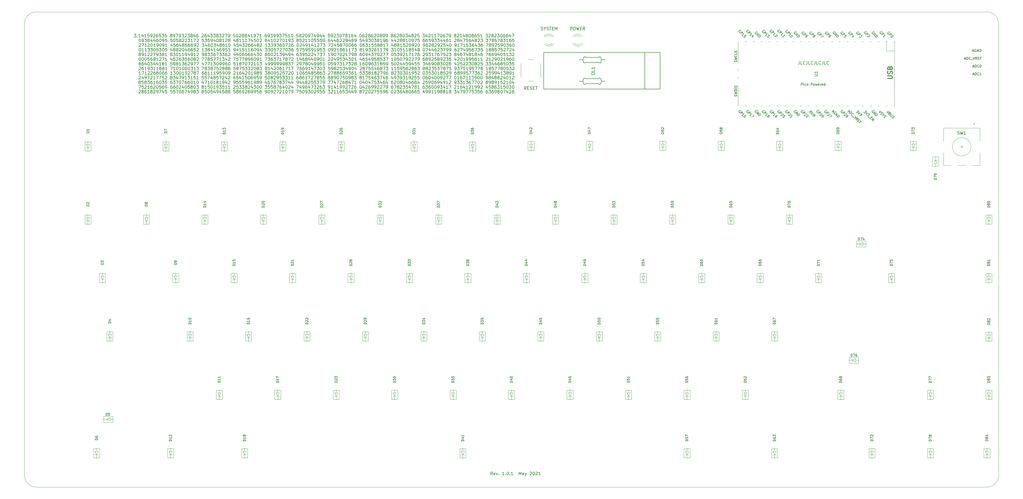
<source format=gbr>
%TF.GenerationSoftware,KiCad,Pcbnew,(5.1.10)-1*%
%TF.CreationDate,2021-06-02T05:42:32-04:00*%
%TF.ProjectId,pi75,70693735-2e6b-4696-9361-645f70636258,rev?*%
%TF.SameCoordinates,Original*%
%TF.FileFunction,Legend,Top*%
%TF.FilePolarity,Positive*%
%FSLAX46Y46*%
G04 Gerber Fmt 4.6, Leading zero omitted, Abs format (unit mm)*
G04 Created by KiCad (PCBNEW (5.1.10)-1) date 2021-06-02 05:42:32*
%MOMM*%
%LPD*%
G01*
G04 APERTURE LIST*
%TA.AperFunction,Profile*%
%ADD10C,0.050000*%
%TD*%
%ADD11C,0.150000*%
%ADD12C,0.300000*%
%ADD13C,0.120000*%
G04 APERTURE END LIST*
D10*
X297815000Y-160528000D02*
X-12065000Y-160528000D01*
X301625000Y-9398000D02*
X301625000Y-156718000D01*
X297815000Y-5588000D02*
G75*
G02*
X301625000Y-9398000I0J-3810000D01*
G01*
X-12065000Y-160528000D02*
G75*
G02*
X-15875000Y-156718000I0J3810000D01*
G01*
X301625000Y-156718000D02*
G75*
G02*
X297815000Y-160528000I-3810000J0D01*
G01*
X-15875000Y-9398000D02*
G75*
G02*
X-12065000Y-5588000I3810000J0D01*
G01*
X-15875000Y-9398000D02*
X-15875000Y-156718000D01*
X297815000Y-5588000D02*
X-12065000Y-5588000D01*
D11*
X136694209Y-156586180D02*
X136360876Y-156109990D01*
X136122780Y-156586180D02*
X136122780Y-155586180D01*
X136503733Y-155586180D01*
X136598971Y-155633800D01*
X136646590Y-155681419D01*
X136694209Y-155776657D01*
X136694209Y-155919514D01*
X136646590Y-156014752D01*
X136598971Y-156062371D01*
X136503733Y-156109990D01*
X136122780Y-156109990D01*
X137503733Y-156538561D02*
X137408495Y-156586180D01*
X137218019Y-156586180D01*
X137122780Y-156538561D01*
X137075161Y-156443323D01*
X137075161Y-156062371D01*
X137122780Y-155967133D01*
X137218019Y-155919514D01*
X137408495Y-155919514D01*
X137503733Y-155967133D01*
X137551352Y-156062371D01*
X137551352Y-156157609D01*
X137075161Y-156252847D01*
X137884685Y-155919514D02*
X138122780Y-156586180D01*
X138360876Y-155919514D01*
X138741828Y-156490942D02*
X138789447Y-156538561D01*
X138741828Y-156586180D01*
X138694209Y-156538561D01*
X138741828Y-156490942D01*
X138741828Y-156586180D01*
X140503733Y-156586180D02*
X139932304Y-156586180D01*
X140218019Y-156586180D02*
X140218019Y-155586180D01*
X140122780Y-155729038D01*
X140027542Y-155824276D01*
X139932304Y-155871895D01*
X140932304Y-156490942D02*
X140979923Y-156538561D01*
X140932304Y-156586180D01*
X140884685Y-156538561D01*
X140932304Y-156490942D01*
X140932304Y-156586180D01*
X141598971Y-155586180D02*
X141694209Y-155586180D01*
X141789447Y-155633800D01*
X141837066Y-155681419D01*
X141884685Y-155776657D01*
X141932304Y-155967133D01*
X141932304Y-156205228D01*
X141884685Y-156395704D01*
X141837066Y-156490942D01*
X141789447Y-156538561D01*
X141694209Y-156586180D01*
X141598971Y-156586180D01*
X141503733Y-156538561D01*
X141456114Y-156490942D01*
X141408495Y-156395704D01*
X141360876Y-156205228D01*
X141360876Y-155967133D01*
X141408495Y-155776657D01*
X141456114Y-155681419D01*
X141503733Y-155633800D01*
X141598971Y-155586180D01*
X142360876Y-156490942D02*
X142408495Y-156538561D01*
X142360876Y-156586180D01*
X142313257Y-156538561D01*
X142360876Y-156490942D01*
X142360876Y-156586180D01*
X143360876Y-156586180D02*
X142789447Y-156586180D01*
X143075161Y-156586180D02*
X143075161Y-155586180D01*
X142979923Y-155729038D01*
X142884685Y-155824276D01*
X142789447Y-155871895D01*
X145313257Y-156586180D02*
X145313257Y-155586180D01*
X145646590Y-156300466D01*
X145979923Y-155586180D01*
X145979923Y-156586180D01*
X146884685Y-156586180D02*
X146884685Y-156062371D01*
X146837066Y-155967133D01*
X146741828Y-155919514D01*
X146551352Y-155919514D01*
X146456114Y-155967133D01*
X146884685Y-156538561D02*
X146789447Y-156586180D01*
X146551352Y-156586180D01*
X146456114Y-156538561D01*
X146408495Y-156443323D01*
X146408495Y-156348085D01*
X146456114Y-156252847D01*
X146551352Y-156205228D01*
X146789447Y-156205228D01*
X146884685Y-156157609D01*
X147265638Y-155919514D02*
X147503733Y-156586180D01*
X147741828Y-155919514D02*
X147503733Y-156586180D01*
X147408495Y-156824276D01*
X147360876Y-156871895D01*
X147265638Y-156919514D01*
X148837066Y-155681419D02*
X148884685Y-155633800D01*
X148979923Y-155586180D01*
X149218019Y-155586180D01*
X149313257Y-155633800D01*
X149360876Y-155681419D01*
X149408495Y-155776657D01*
X149408495Y-155871895D01*
X149360876Y-156014752D01*
X148789447Y-156586180D01*
X149408495Y-156586180D01*
X150027542Y-155586180D02*
X150122780Y-155586180D01*
X150218019Y-155633800D01*
X150265638Y-155681419D01*
X150313257Y-155776657D01*
X150360876Y-155967133D01*
X150360876Y-156205228D01*
X150313257Y-156395704D01*
X150265638Y-156490942D01*
X150218019Y-156538561D01*
X150122780Y-156586180D01*
X150027542Y-156586180D01*
X149932304Y-156538561D01*
X149884685Y-156490942D01*
X149837066Y-156395704D01*
X149789447Y-156205228D01*
X149789447Y-155967133D01*
X149837066Y-155776657D01*
X149884685Y-155681419D01*
X149932304Y-155633800D01*
X150027542Y-155586180D01*
X150741828Y-155681419D02*
X150789447Y-155633800D01*
X150884685Y-155586180D01*
X151122780Y-155586180D01*
X151218019Y-155633800D01*
X151265638Y-155681419D01*
X151313257Y-155776657D01*
X151313257Y-155871895D01*
X151265638Y-156014752D01*
X150694209Y-156586180D01*
X151313257Y-156586180D01*
X152265638Y-156586180D02*
X151694209Y-156586180D01*
X151979923Y-156586180D02*
X151979923Y-155586180D01*
X151884685Y-155729038D01*
X151789447Y-155824276D01*
X151694209Y-155871895D01*
X21407142Y-31170619D02*
X21454761Y-31123000D01*
X21550000Y-31075380D01*
X21788095Y-31075380D01*
X21883333Y-31123000D01*
X21930952Y-31170619D01*
X21978571Y-31265857D01*
X21978571Y-31361095D01*
X21930952Y-31503952D01*
X21359523Y-32075380D01*
X21978571Y-32075380D01*
X22550000Y-31503952D02*
X22454761Y-31456333D01*
X22407142Y-31408714D01*
X22359523Y-31313476D01*
X22359523Y-31265857D01*
X22407142Y-31170619D01*
X22454761Y-31123000D01*
X22550000Y-31075380D01*
X22740476Y-31075380D01*
X22835714Y-31123000D01*
X22883333Y-31170619D01*
X22930952Y-31265857D01*
X22930952Y-31313476D01*
X22883333Y-31408714D01*
X22835714Y-31456333D01*
X22740476Y-31503952D01*
X22550000Y-31503952D01*
X22454761Y-31551571D01*
X22407142Y-31599190D01*
X22359523Y-31694428D01*
X22359523Y-31884904D01*
X22407142Y-31980142D01*
X22454761Y-32027761D01*
X22550000Y-32075380D01*
X22740476Y-32075380D01*
X22835714Y-32027761D01*
X22883333Y-31980142D01*
X22930952Y-31884904D01*
X22930952Y-31694428D01*
X22883333Y-31599190D01*
X22835714Y-31551571D01*
X22740476Y-31503952D01*
X23788095Y-31075380D02*
X23597619Y-31075380D01*
X23502380Y-31123000D01*
X23454761Y-31170619D01*
X23359523Y-31313476D01*
X23311904Y-31503952D01*
X23311904Y-31884904D01*
X23359523Y-31980142D01*
X23407142Y-32027761D01*
X23502380Y-32075380D01*
X23692857Y-32075380D01*
X23788095Y-32027761D01*
X23835714Y-31980142D01*
X23883333Y-31884904D01*
X23883333Y-31646809D01*
X23835714Y-31551571D01*
X23788095Y-31503952D01*
X23692857Y-31456333D01*
X23502380Y-31456333D01*
X23407142Y-31503952D01*
X23359523Y-31551571D01*
X23311904Y-31646809D01*
X24835714Y-32075380D02*
X24264285Y-32075380D01*
X24550000Y-32075380D02*
X24550000Y-31075380D01*
X24454761Y-31218238D01*
X24359523Y-31313476D01*
X24264285Y-31361095D01*
X25407142Y-31503952D02*
X25311904Y-31456333D01*
X25264285Y-31408714D01*
X25216666Y-31313476D01*
X25216666Y-31265857D01*
X25264285Y-31170619D01*
X25311904Y-31123000D01*
X25407142Y-31075380D01*
X25597619Y-31075380D01*
X25692857Y-31123000D01*
X25740476Y-31170619D01*
X25788095Y-31265857D01*
X25788095Y-31313476D01*
X25740476Y-31408714D01*
X25692857Y-31456333D01*
X25597619Y-31503952D01*
X25407142Y-31503952D01*
X25311904Y-31551571D01*
X25264285Y-31599190D01*
X25216666Y-31694428D01*
X25216666Y-31884904D01*
X25264285Y-31980142D01*
X25311904Y-32027761D01*
X25407142Y-32075380D01*
X25597619Y-32075380D01*
X25692857Y-32027761D01*
X25740476Y-31980142D01*
X25788095Y-31884904D01*
X25788095Y-31694428D01*
X25740476Y-31599190D01*
X25692857Y-31551571D01*
X25597619Y-31503952D01*
X26169047Y-31170619D02*
X26216666Y-31123000D01*
X26311904Y-31075380D01*
X26550000Y-31075380D01*
X26645238Y-31123000D01*
X26692857Y-31170619D01*
X26740476Y-31265857D01*
X26740476Y-31361095D01*
X26692857Y-31503952D01*
X26121428Y-32075380D01*
X26740476Y-32075380D01*
X27216666Y-32075380D02*
X27407142Y-32075380D01*
X27502380Y-32027761D01*
X27550000Y-31980142D01*
X27645238Y-31837285D01*
X27692857Y-31646809D01*
X27692857Y-31265857D01*
X27645238Y-31170619D01*
X27597619Y-31123000D01*
X27502380Y-31075380D01*
X27311904Y-31075380D01*
X27216666Y-31123000D01*
X27169047Y-31170619D01*
X27121428Y-31265857D01*
X27121428Y-31503952D01*
X27169047Y-31599190D01*
X27216666Y-31646809D01*
X27311904Y-31694428D01*
X27502380Y-31694428D01*
X27597619Y-31646809D01*
X27645238Y-31599190D01*
X27692857Y-31503952D01*
X28026190Y-31075380D02*
X28692857Y-31075380D01*
X28264285Y-32075380D01*
X29502380Y-31408714D02*
X29502380Y-32075380D01*
X29264285Y-31027761D02*
X29026190Y-31742047D01*
X29645238Y-31742047D01*
X30502380Y-31075380D02*
X30026190Y-31075380D01*
X29978571Y-31551571D01*
X30026190Y-31503952D01*
X30121428Y-31456333D01*
X30359523Y-31456333D01*
X30454761Y-31503952D01*
X30502380Y-31551571D01*
X30550000Y-31646809D01*
X30550000Y-31884904D01*
X30502380Y-31980142D01*
X30454761Y-32027761D01*
X30359523Y-32075380D01*
X30121428Y-32075380D01*
X30026190Y-32027761D01*
X29978571Y-31980142D01*
X32216666Y-31075380D02*
X31740476Y-31075380D01*
X31692857Y-31551571D01*
X31740476Y-31503952D01*
X31835714Y-31456333D01*
X32073809Y-31456333D01*
X32169047Y-31503952D01*
X32216666Y-31551571D01*
X32264285Y-31646809D01*
X32264285Y-31884904D01*
X32216666Y-31980142D01*
X32169047Y-32027761D01*
X32073809Y-32075380D01*
X31835714Y-32075380D01*
X31740476Y-32027761D01*
X31692857Y-31980142D01*
X33169047Y-31075380D02*
X32692857Y-31075380D01*
X32645238Y-31551571D01*
X32692857Y-31503952D01*
X32788095Y-31456333D01*
X33026190Y-31456333D01*
X33121428Y-31503952D01*
X33169047Y-31551571D01*
X33216666Y-31646809D01*
X33216666Y-31884904D01*
X33169047Y-31980142D01*
X33121428Y-32027761D01*
X33026190Y-32075380D01*
X32788095Y-32075380D01*
X32692857Y-32027761D01*
X32645238Y-31980142D01*
X33550000Y-31075380D02*
X34216666Y-31075380D01*
X33788095Y-32075380D01*
X34788095Y-31075380D02*
X34883333Y-31075380D01*
X34978571Y-31123000D01*
X35026190Y-31170619D01*
X35073809Y-31265857D01*
X35121428Y-31456333D01*
X35121428Y-31694428D01*
X35073809Y-31884904D01*
X35026190Y-31980142D01*
X34978571Y-32027761D01*
X34883333Y-32075380D01*
X34788095Y-32075380D01*
X34692857Y-32027761D01*
X34645238Y-31980142D01*
X34597619Y-31884904D01*
X34550000Y-31694428D01*
X34550000Y-31456333D01*
X34597619Y-31265857D01*
X34645238Y-31170619D01*
X34692857Y-31123000D01*
X34788095Y-31075380D01*
X35978571Y-31075380D02*
X35788095Y-31075380D01*
X35692857Y-31123000D01*
X35645238Y-31170619D01*
X35550000Y-31313476D01*
X35502380Y-31503952D01*
X35502380Y-31884904D01*
X35550000Y-31980142D01*
X35597619Y-32027761D01*
X35692857Y-32075380D01*
X35883333Y-32075380D01*
X35978571Y-32027761D01*
X36026190Y-31980142D01*
X36073809Y-31884904D01*
X36073809Y-31646809D01*
X36026190Y-31551571D01*
X35978571Y-31503952D01*
X35883333Y-31456333D01*
X35692857Y-31456333D01*
X35597619Y-31503952D01*
X35550000Y-31551571D01*
X35502380Y-31646809D01*
X36407142Y-31075380D02*
X37073809Y-31075380D01*
X36645238Y-32075380D01*
X37883333Y-31408714D02*
X37883333Y-32075380D01*
X37645238Y-31027761D02*
X37407142Y-31742047D01*
X38026190Y-31742047D01*
X38454761Y-32075380D02*
X38645238Y-32075380D01*
X38740476Y-32027761D01*
X38788095Y-31980142D01*
X38883333Y-31837285D01*
X38930952Y-31646809D01*
X38930952Y-31265857D01*
X38883333Y-31170619D01*
X38835714Y-31123000D01*
X38740476Y-31075380D01*
X38550000Y-31075380D01*
X38454761Y-31123000D01*
X38407142Y-31170619D01*
X38359523Y-31265857D01*
X38359523Y-31503952D01*
X38407142Y-31599190D01*
X38454761Y-31646809D01*
X38550000Y-31694428D01*
X38740476Y-31694428D01*
X38835714Y-31646809D01*
X38883333Y-31599190D01*
X38930952Y-31503952D01*
X39502380Y-31503952D02*
X39407142Y-31456333D01*
X39359523Y-31408714D01*
X39311904Y-31313476D01*
X39311904Y-31265857D01*
X39359523Y-31170619D01*
X39407142Y-31123000D01*
X39502380Y-31075380D01*
X39692857Y-31075380D01*
X39788095Y-31123000D01*
X39835714Y-31170619D01*
X39883333Y-31265857D01*
X39883333Y-31313476D01*
X39835714Y-31408714D01*
X39788095Y-31456333D01*
X39692857Y-31503952D01*
X39502380Y-31503952D01*
X39407142Y-31551571D01*
X39359523Y-31599190D01*
X39311904Y-31694428D01*
X39311904Y-31884904D01*
X39359523Y-31980142D01*
X39407142Y-32027761D01*
X39502380Y-32075380D01*
X39692857Y-32075380D01*
X39788095Y-32027761D01*
X39835714Y-31980142D01*
X39883333Y-31884904D01*
X39883333Y-31694428D01*
X39835714Y-31599190D01*
X39788095Y-31551571D01*
X39692857Y-31503952D01*
X40216666Y-31075380D02*
X40835714Y-31075380D01*
X40502380Y-31456333D01*
X40645238Y-31456333D01*
X40740476Y-31503952D01*
X40788095Y-31551571D01*
X40835714Y-31646809D01*
X40835714Y-31884904D01*
X40788095Y-31980142D01*
X40740476Y-32027761D01*
X40645238Y-32075380D01*
X40359523Y-32075380D01*
X40264285Y-32027761D01*
X40216666Y-31980142D01*
X42169047Y-31503952D02*
X42073809Y-31456333D01*
X42026190Y-31408714D01*
X41978571Y-31313476D01*
X41978571Y-31265857D01*
X42026190Y-31170619D01*
X42073809Y-31123000D01*
X42169047Y-31075380D01*
X42359523Y-31075380D01*
X42454761Y-31123000D01*
X42502380Y-31170619D01*
X42550000Y-31265857D01*
X42550000Y-31313476D01*
X42502380Y-31408714D01*
X42454761Y-31456333D01*
X42359523Y-31503952D01*
X42169047Y-31503952D01*
X42073809Y-31551571D01*
X42026190Y-31599190D01*
X41978571Y-31694428D01*
X41978571Y-31884904D01*
X42026190Y-31980142D01*
X42073809Y-32027761D01*
X42169047Y-32075380D01*
X42359523Y-32075380D01*
X42454761Y-32027761D01*
X42502380Y-31980142D01*
X42550000Y-31884904D01*
X42550000Y-31694428D01*
X42502380Y-31599190D01*
X42454761Y-31551571D01*
X42359523Y-31503952D01*
X43454761Y-31075380D02*
X42978571Y-31075380D01*
X42930952Y-31551571D01*
X42978571Y-31503952D01*
X43073809Y-31456333D01*
X43311904Y-31456333D01*
X43407142Y-31503952D01*
X43454761Y-31551571D01*
X43502380Y-31646809D01*
X43502380Y-31884904D01*
X43454761Y-31980142D01*
X43407142Y-32027761D01*
X43311904Y-32075380D01*
X43073809Y-32075380D01*
X42978571Y-32027761D01*
X42930952Y-31980142D01*
X44121428Y-31075380D02*
X44216666Y-31075380D01*
X44311904Y-31123000D01*
X44359523Y-31170619D01*
X44407142Y-31265857D01*
X44454761Y-31456333D01*
X44454761Y-31694428D01*
X44407142Y-31884904D01*
X44359523Y-31980142D01*
X44311904Y-32027761D01*
X44216666Y-32075380D01*
X44121428Y-32075380D01*
X44026190Y-32027761D01*
X43978571Y-31980142D01*
X43930952Y-31884904D01*
X43883333Y-31694428D01*
X43883333Y-31456333D01*
X43930952Y-31265857D01*
X43978571Y-31170619D01*
X44026190Y-31123000D01*
X44121428Y-31075380D01*
X45359523Y-31075380D02*
X44883333Y-31075380D01*
X44835714Y-31551571D01*
X44883333Y-31503952D01*
X44978571Y-31456333D01*
X45216666Y-31456333D01*
X45311904Y-31503952D01*
X45359523Y-31551571D01*
X45407142Y-31646809D01*
X45407142Y-31884904D01*
X45359523Y-31980142D01*
X45311904Y-32027761D01*
X45216666Y-32075380D01*
X44978571Y-32075380D01*
X44883333Y-32027761D01*
X44835714Y-31980142D01*
X46264285Y-31408714D02*
X46264285Y-32075380D01*
X46026190Y-31027761D02*
X45788095Y-31742047D01*
X46407142Y-31742047D01*
X46835714Y-32075380D02*
X47026190Y-32075380D01*
X47121428Y-32027761D01*
X47169047Y-31980142D01*
X47264285Y-31837285D01*
X47311904Y-31646809D01*
X47311904Y-31265857D01*
X47264285Y-31170619D01*
X47216666Y-31123000D01*
X47121428Y-31075380D01*
X46930952Y-31075380D01*
X46835714Y-31123000D01*
X46788095Y-31170619D01*
X46740476Y-31265857D01*
X46740476Y-31503952D01*
X46788095Y-31599190D01*
X46835714Y-31646809D01*
X46930952Y-31694428D01*
X47121428Y-31694428D01*
X47216666Y-31646809D01*
X47264285Y-31599190D01*
X47311904Y-31503952D01*
X48169047Y-31408714D02*
X48169047Y-32075380D01*
X47930952Y-31027761D02*
X47692857Y-31742047D01*
X48311904Y-31742047D01*
X49169047Y-31075380D02*
X48692857Y-31075380D01*
X48645238Y-31551571D01*
X48692857Y-31503952D01*
X48788095Y-31456333D01*
X49026190Y-31456333D01*
X49121428Y-31503952D01*
X49169047Y-31551571D01*
X49216666Y-31646809D01*
X49216666Y-31884904D01*
X49169047Y-31980142D01*
X49121428Y-32027761D01*
X49026190Y-32075380D01*
X48788095Y-32075380D01*
X48692857Y-32027761D01*
X48645238Y-31980142D01*
X49788095Y-31503952D02*
X49692857Y-31456333D01*
X49645238Y-31408714D01*
X49597619Y-31313476D01*
X49597619Y-31265857D01*
X49645238Y-31170619D01*
X49692857Y-31123000D01*
X49788095Y-31075380D01*
X49978571Y-31075380D01*
X50073809Y-31123000D01*
X50121428Y-31170619D01*
X50169047Y-31265857D01*
X50169047Y-31313476D01*
X50121428Y-31408714D01*
X50073809Y-31456333D01*
X49978571Y-31503952D01*
X49788095Y-31503952D01*
X49692857Y-31551571D01*
X49645238Y-31599190D01*
X49597619Y-31694428D01*
X49597619Y-31884904D01*
X49645238Y-31980142D01*
X49692857Y-32027761D01*
X49788095Y-32075380D01*
X49978571Y-32075380D01*
X50073809Y-32027761D01*
X50121428Y-31980142D01*
X50169047Y-31884904D01*
X50169047Y-31694428D01*
X50121428Y-31599190D01*
X50073809Y-31551571D01*
X49978571Y-31503952D01*
X50740476Y-31503952D02*
X50645238Y-31456333D01*
X50597619Y-31408714D01*
X50550000Y-31313476D01*
X50550000Y-31265857D01*
X50597619Y-31170619D01*
X50645238Y-31123000D01*
X50740476Y-31075380D01*
X50930952Y-31075380D01*
X51026190Y-31123000D01*
X51073809Y-31170619D01*
X51121428Y-31265857D01*
X51121428Y-31313476D01*
X51073809Y-31408714D01*
X51026190Y-31456333D01*
X50930952Y-31503952D01*
X50740476Y-31503952D01*
X50645238Y-31551571D01*
X50597619Y-31599190D01*
X50550000Y-31694428D01*
X50550000Y-31884904D01*
X50597619Y-31980142D01*
X50645238Y-32027761D01*
X50740476Y-32075380D01*
X50930952Y-32075380D01*
X51026190Y-32027761D01*
X51073809Y-31980142D01*
X51121428Y-31884904D01*
X51121428Y-31694428D01*
X51073809Y-31599190D01*
X51026190Y-31551571D01*
X50930952Y-31503952D01*
X52788095Y-31075380D02*
X52311904Y-31075380D01*
X52264285Y-31551571D01*
X52311904Y-31503952D01*
X52407142Y-31456333D01*
X52645238Y-31456333D01*
X52740476Y-31503952D01*
X52788095Y-31551571D01*
X52835714Y-31646809D01*
X52835714Y-31884904D01*
X52788095Y-31980142D01*
X52740476Y-32027761D01*
X52645238Y-32075380D01*
X52407142Y-32075380D01*
X52311904Y-32027761D01*
X52264285Y-31980142D01*
X53407142Y-31503952D02*
X53311904Y-31456333D01*
X53264285Y-31408714D01*
X53216666Y-31313476D01*
X53216666Y-31265857D01*
X53264285Y-31170619D01*
X53311904Y-31123000D01*
X53407142Y-31075380D01*
X53597619Y-31075380D01*
X53692857Y-31123000D01*
X53740476Y-31170619D01*
X53788095Y-31265857D01*
X53788095Y-31313476D01*
X53740476Y-31408714D01*
X53692857Y-31456333D01*
X53597619Y-31503952D01*
X53407142Y-31503952D01*
X53311904Y-31551571D01*
X53264285Y-31599190D01*
X53216666Y-31694428D01*
X53216666Y-31884904D01*
X53264285Y-31980142D01*
X53311904Y-32027761D01*
X53407142Y-32075380D01*
X53597619Y-32075380D01*
X53692857Y-32027761D01*
X53740476Y-31980142D01*
X53788095Y-31884904D01*
X53788095Y-31694428D01*
X53740476Y-31599190D01*
X53692857Y-31551571D01*
X53597619Y-31503952D01*
X54645238Y-31075380D02*
X54454761Y-31075380D01*
X54359523Y-31123000D01*
X54311904Y-31170619D01*
X54216666Y-31313476D01*
X54169047Y-31503952D01*
X54169047Y-31884904D01*
X54216666Y-31980142D01*
X54264285Y-32027761D01*
X54359523Y-32075380D01*
X54550000Y-32075380D01*
X54645238Y-32027761D01*
X54692857Y-31980142D01*
X54740476Y-31884904D01*
X54740476Y-31646809D01*
X54692857Y-31551571D01*
X54645238Y-31503952D01*
X54550000Y-31456333D01*
X54359523Y-31456333D01*
X54264285Y-31503952D01*
X54216666Y-31551571D01*
X54169047Y-31646809D01*
X55216666Y-32075380D02*
X55407142Y-32075380D01*
X55502380Y-32027761D01*
X55550000Y-31980142D01*
X55645238Y-31837285D01*
X55692857Y-31646809D01*
X55692857Y-31265857D01*
X55645238Y-31170619D01*
X55597619Y-31123000D01*
X55502380Y-31075380D01*
X55311904Y-31075380D01*
X55216666Y-31123000D01*
X55169047Y-31170619D01*
X55121428Y-31265857D01*
X55121428Y-31503952D01*
X55169047Y-31599190D01*
X55216666Y-31646809D01*
X55311904Y-31694428D01*
X55502380Y-31694428D01*
X55597619Y-31646809D01*
X55645238Y-31599190D01*
X55692857Y-31503952D01*
X56073809Y-31170619D02*
X56121428Y-31123000D01*
X56216666Y-31075380D01*
X56454761Y-31075380D01*
X56550000Y-31123000D01*
X56597619Y-31170619D01*
X56645238Y-31265857D01*
X56645238Y-31361095D01*
X56597619Y-31503952D01*
X56026190Y-32075380D01*
X56645238Y-32075380D01*
X57502380Y-31075380D02*
X57311904Y-31075380D01*
X57216666Y-31123000D01*
X57169047Y-31170619D01*
X57073809Y-31313476D01*
X57026190Y-31503952D01*
X57026190Y-31884904D01*
X57073809Y-31980142D01*
X57121428Y-32027761D01*
X57216666Y-32075380D01*
X57407142Y-32075380D01*
X57502380Y-32027761D01*
X57550000Y-31980142D01*
X57597619Y-31884904D01*
X57597619Y-31646809D01*
X57550000Y-31551571D01*
X57502380Y-31503952D01*
X57407142Y-31456333D01*
X57216666Y-31456333D01*
X57121428Y-31503952D01*
X57073809Y-31551571D01*
X57026190Y-31646809D01*
X58073809Y-32075380D02*
X58264285Y-32075380D01*
X58359523Y-32027761D01*
X58407142Y-31980142D01*
X58502380Y-31837285D01*
X58550000Y-31646809D01*
X58550000Y-31265857D01*
X58502380Y-31170619D01*
X58454761Y-31123000D01*
X58359523Y-31075380D01*
X58169047Y-31075380D01*
X58073809Y-31123000D01*
X58026190Y-31170619D01*
X57978571Y-31265857D01*
X57978571Y-31503952D01*
X58026190Y-31599190D01*
X58073809Y-31646809D01*
X58169047Y-31694428D01*
X58359523Y-31694428D01*
X58454761Y-31646809D01*
X58502380Y-31599190D01*
X58550000Y-31503952D01*
X59026190Y-32075380D02*
X59216666Y-32075380D01*
X59311904Y-32027761D01*
X59359523Y-31980142D01*
X59454761Y-31837285D01*
X59502380Y-31646809D01*
X59502380Y-31265857D01*
X59454761Y-31170619D01*
X59407142Y-31123000D01*
X59311904Y-31075380D01*
X59121428Y-31075380D01*
X59026190Y-31123000D01*
X58978571Y-31170619D01*
X58930952Y-31265857D01*
X58930952Y-31503952D01*
X58978571Y-31599190D01*
X59026190Y-31646809D01*
X59121428Y-31694428D01*
X59311904Y-31694428D01*
X59407142Y-31646809D01*
X59454761Y-31599190D01*
X59502380Y-31503952D01*
X60407142Y-31075380D02*
X59930952Y-31075380D01*
X59883333Y-31551571D01*
X59930952Y-31503952D01*
X60026190Y-31456333D01*
X60264285Y-31456333D01*
X60359523Y-31503952D01*
X60407142Y-31551571D01*
X60454761Y-31646809D01*
X60454761Y-31884904D01*
X60407142Y-31980142D01*
X60359523Y-32027761D01*
X60264285Y-32075380D01*
X60026190Y-32075380D01*
X59930952Y-32027761D01*
X59883333Y-31980142D01*
X61311904Y-31075380D02*
X61121428Y-31075380D01*
X61026190Y-31123000D01*
X60978571Y-31170619D01*
X60883333Y-31313476D01*
X60835714Y-31503952D01*
X60835714Y-31884904D01*
X60883333Y-31980142D01*
X60930952Y-32027761D01*
X61026190Y-32075380D01*
X61216666Y-32075380D01*
X61311904Y-32027761D01*
X61359523Y-31980142D01*
X61407142Y-31884904D01*
X61407142Y-31646809D01*
X61359523Y-31551571D01*
X61311904Y-31503952D01*
X61216666Y-31456333D01*
X61026190Y-31456333D01*
X60930952Y-31503952D01*
X60883333Y-31551571D01*
X60835714Y-31646809D01*
X62645238Y-32075380D02*
X62835714Y-32075380D01*
X62930952Y-32027761D01*
X62978571Y-31980142D01*
X63073809Y-31837285D01*
X63121428Y-31646809D01*
X63121428Y-31265857D01*
X63073809Y-31170619D01*
X63026190Y-31123000D01*
X62930952Y-31075380D01*
X62740476Y-31075380D01*
X62645238Y-31123000D01*
X62597619Y-31170619D01*
X62550000Y-31265857D01*
X62550000Y-31503952D01*
X62597619Y-31599190D01*
X62645238Y-31646809D01*
X62740476Y-31694428D01*
X62930952Y-31694428D01*
X63026190Y-31646809D01*
X63073809Y-31599190D01*
X63121428Y-31503952D01*
X63740476Y-31075380D02*
X63835714Y-31075380D01*
X63930952Y-31123000D01*
X63978571Y-31170619D01*
X64026190Y-31265857D01*
X64073809Y-31456333D01*
X64073809Y-31694428D01*
X64026190Y-31884904D01*
X63978571Y-31980142D01*
X63930952Y-32027761D01*
X63835714Y-32075380D01*
X63740476Y-32075380D01*
X63645238Y-32027761D01*
X63597619Y-31980142D01*
X63550000Y-31884904D01*
X63502380Y-31694428D01*
X63502380Y-31456333D01*
X63550000Y-31265857D01*
X63597619Y-31170619D01*
X63645238Y-31123000D01*
X63740476Y-31075380D01*
X64550000Y-32075380D02*
X64740476Y-32075380D01*
X64835714Y-32027761D01*
X64883333Y-31980142D01*
X64978571Y-31837285D01*
X65026190Y-31646809D01*
X65026190Y-31265857D01*
X64978571Y-31170619D01*
X64930952Y-31123000D01*
X64835714Y-31075380D01*
X64645238Y-31075380D01*
X64550000Y-31123000D01*
X64502380Y-31170619D01*
X64454761Y-31265857D01*
X64454761Y-31503952D01*
X64502380Y-31599190D01*
X64550000Y-31646809D01*
X64645238Y-31694428D01*
X64835714Y-31694428D01*
X64930952Y-31646809D01*
X64978571Y-31599190D01*
X65026190Y-31503952D01*
X65407142Y-31170619D02*
X65454761Y-31123000D01*
X65550000Y-31075380D01*
X65788095Y-31075380D01*
X65883333Y-31123000D01*
X65930952Y-31170619D01*
X65978571Y-31265857D01*
X65978571Y-31361095D01*
X65930952Y-31503952D01*
X65359523Y-32075380D01*
X65978571Y-32075380D01*
X66311904Y-31075380D02*
X66978571Y-31075380D01*
X66550000Y-32075380D01*
X67311904Y-31170619D02*
X67359523Y-31123000D01*
X67454761Y-31075380D01*
X67692857Y-31075380D01*
X67788095Y-31123000D01*
X67835714Y-31170619D01*
X67883333Y-31265857D01*
X67883333Y-31361095D01*
X67835714Y-31503952D01*
X67264285Y-32075380D01*
X67883333Y-32075380D01*
X68835714Y-32075380D02*
X68264285Y-32075380D01*
X68550000Y-32075380D02*
X68550000Y-31075380D01*
X68454761Y-31218238D01*
X68359523Y-31313476D01*
X68264285Y-31361095D01*
X69454761Y-31075380D02*
X69550000Y-31075380D01*
X69645238Y-31123000D01*
X69692857Y-31170619D01*
X69740476Y-31265857D01*
X69788095Y-31456333D01*
X69788095Y-31694428D01*
X69740476Y-31884904D01*
X69692857Y-31980142D01*
X69645238Y-32027761D01*
X69550000Y-32075380D01*
X69454761Y-32075380D01*
X69359523Y-32027761D01*
X69311904Y-31980142D01*
X69264285Y-31884904D01*
X69216666Y-31694428D01*
X69216666Y-31456333D01*
X69264285Y-31265857D01*
X69311904Y-31170619D01*
X69359523Y-31123000D01*
X69454761Y-31075380D01*
X70121428Y-31075380D02*
X70788095Y-31075380D01*
X70359523Y-32075380D01*
X71216666Y-32075380D02*
X71407142Y-32075380D01*
X71502380Y-32027761D01*
X71550000Y-31980142D01*
X71645238Y-31837285D01*
X71692857Y-31646809D01*
X71692857Y-31265857D01*
X71645238Y-31170619D01*
X71597619Y-31123000D01*
X71502380Y-31075380D01*
X71311904Y-31075380D01*
X71216666Y-31123000D01*
X71169047Y-31170619D01*
X71121428Y-31265857D01*
X71121428Y-31503952D01*
X71169047Y-31599190D01*
X71216666Y-31646809D01*
X71311904Y-31694428D01*
X71502380Y-31694428D01*
X71597619Y-31646809D01*
X71645238Y-31599190D01*
X71692857Y-31503952D01*
X72788095Y-31075380D02*
X73454761Y-31075380D01*
X73026190Y-32075380D01*
X74311904Y-31075380D02*
X73835714Y-31075380D01*
X73788095Y-31551571D01*
X73835714Y-31503952D01*
X73930952Y-31456333D01*
X74169047Y-31456333D01*
X74264285Y-31503952D01*
X74311904Y-31551571D01*
X74359523Y-31646809D01*
X74359523Y-31884904D01*
X74311904Y-31980142D01*
X74264285Y-32027761D01*
X74169047Y-32075380D01*
X73930952Y-32075380D01*
X73835714Y-32027761D01*
X73788095Y-31980142D01*
X74978571Y-31075380D02*
X75073809Y-31075380D01*
X75169047Y-31123000D01*
X75216666Y-31170619D01*
X75264285Y-31265857D01*
X75311904Y-31456333D01*
X75311904Y-31694428D01*
X75264285Y-31884904D01*
X75216666Y-31980142D01*
X75169047Y-32027761D01*
X75073809Y-32075380D01*
X74978571Y-32075380D01*
X74883333Y-32027761D01*
X74835714Y-31980142D01*
X74788095Y-31884904D01*
X74740476Y-31694428D01*
X74740476Y-31456333D01*
X74788095Y-31265857D01*
X74835714Y-31170619D01*
X74883333Y-31123000D01*
X74978571Y-31075380D01*
X75788095Y-32075380D02*
X75978571Y-32075380D01*
X76073809Y-32027761D01*
X76121428Y-31980142D01*
X76216666Y-31837285D01*
X76264285Y-31646809D01*
X76264285Y-31265857D01*
X76216666Y-31170619D01*
X76169047Y-31123000D01*
X76073809Y-31075380D01*
X75883333Y-31075380D01*
X75788095Y-31123000D01*
X75740476Y-31170619D01*
X75692857Y-31265857D01*
X75692857Y-31503952D01*
X75740476Y-31599190D01*
X75788095Y-31646809D01*
X75883333Y-31694428D01*
X76073809Y-31694428D01*
X76169047Y-31646809D01*
X76216666Y-31599190D01*
X76264285Y-31503952D01*
X76597619Y-31075380D02*
X77216666Y-31075380D01*
X76883333Y-31456333D01*
X77026190Y-31456333D01*
X77121428Y-31503952D01*
X77169047Y-31551571D01*
X77216666Y-31646809D01*
X77216666Y-31884904D01*
X77169047Y-31980142D01*
X77121428Y-32027761D01*
X77026190Y-32075380D01*
X76740476Y-32075380D01*
X76645238Y-32027761D01*
X76597619Y-31980142D01*
X77835714Y-31075380D02*
X77930952Y-31075380D01*
X78026190Y-31123000D01*
X78073809Y-31170619D01*
X78121428Y-31265857D01*
X78169047Y-31456333D01*
X78169047Y-31694428D01*
X78121428Y-31884904D01*
X78073809Y-31980142D01*
X78026190Y-32027761D01*
X77930952Y-32075380D01*
X77835714Y-32075380D01*
X77740476Y-32027761D01*
X77692857Y-31980142D01*
X77645238Y-31884904D01*
X77597619Y-31694428D01*
X77597619Y-31456333D01*
X77645238Y-31265857D01*
X77692857Y-31170619D01*
X77740476Y-31123000D01*
X77835714Y-31075380D01*
X78550000Y-31170619D02*
X78597619Y-31123000D01*
X78692857Y-31075380D01*
X78930952Y-31075380D01*
X79026190Y-31123000D01*
X79073809Y-31170619D01*
X79121428Y-31265857D01*
X79121428Y-31361095D01*
X79073809Y-31503952D01*
X78502380Y-32075380D01*
X79121428Y-32075380D01*
X79597619Y-32075380D02*
X79788095Y-32075380D01*
X79883333Y-32027761D01*
X79930952Y-31980142D01*
X80026190Y-31837285D01*
X80073809Y-31646809D01*
X80073809Y-31265857D01*
X80026190Y-31170619D01*
X79978571Y-31123000D01*
X79883333Y-31075380D01*
X79692857Y-31075380D01*
X79597619Y-31123000D01*
X79550000Y-31170619D01*
X79502380Y-31265857D01*
X79502380Y-31503952D01*
X79550000Y-31599190D01*
X79597619Y-31646809D01*
X79692857Y-31694428D01*
X79883333Y-31694428D01*
X79978571Y-31646809D01*
X80026190Y-31599190D01*
X80073809Y-31503952D01*
X80978571Y-31075380D02*
X80502380Y-31075380D01*
X80454761Y-31551571D01*
X80502380Y-31503952D01*
X80597619Y-31456333D01*
X80835714Y-31456333D01*
X80930952Y-31503952D01*
X80978571Y-31551571D01*
X81026190Y-31646809D01*
X81026190Y-31884904D01*
X80978571Y-31980142D01*
X80930952Y-32027761D01*
X80835714Y-32075380D01*
X80597619Y-32075380D01*
X80502380Y-32027761D01*
X80454761Y-31980142D01*
X81930952Y-31075380D02*
X81454761Y-31075380D01*
X81407142Y-31551571D01*
X81454761Y-31503952D01*
X81550000Y-31456333D01*
X81788095Y-31456333D01*
X81883333Y-31503952D01*
X81930952Y-31551571D01*
X81978571Y-31646809D01*
X81978571Y-31884904D01*
X81930952Y-31980142D01*
X81883333Y-32027761D01*
X81788095Y-32075380D01*
X81550000Y-32075380D01*
X81454761Y-32027761D01*
X81407142Y-31980142D01*
X83073809Y-31075380D02*
X83692857Y-31075380D01*
X83359523Y-31456333D01*
X83502380Y-31456333D01*
X83597619Y-31503952D01*
X83645238Y-31551571D01*
X83692857Y-31646809D01*
X83692857Y-31884904D01*
X83645238Y-31980142D01*
X83597619Y-32027761D01*
X83502380Y-32075380D01*
X83216666Y-32075380D01*
X83121428Y-32027761D01*
X83073809Y-31980142D01*
X84073809Y-31170619D02*
X84121428Y-31123000D01*
X84216666Y-31075380D01*
X84454761Y-31075380D01*
X84550000Y-31123000D01*
X84597619Y-31170619D01*
X84645238Y-31265857D01*
X84645238Y-31361095D01*
X84597619Y-31503952D01*
X84026190Y-32075380D01*
X84645238Y-32075380D01*
X85597619Y-32075380D02*
X85026190Y-32075380D01*
X85311904Y-32075380D02*
X85311904Y-31075380D01*
X85216666Y-31218238D01*
X85121428Y-31313476D01*
X85026190Y-31361095D01*
X86550000Y-32075380D02*
X85978571Y-32075380D01*
X86264285Y-32075380D02*
X86264285Y-31075380D01*
X86169047Y-31218238D01*
X86073809Y-31313476D01*
X85978571Y-31361095D01*
X87407142Y-31075380D02*
X87216666Y-31075380D01*
X87121428Y-31123000D01*
X87073809Y-31170619D01*
X86978571Y-31313476D01*
X86930952Y-31503952D01*
X86930952Y-31884904D01*
X86978571Y-31980142D01*
X87026190Y-32027761D01*
X87121428Y-32075380D01*
X87311904Y-32075380D01*
X87407142Y-32027761D01*
X87454761Y-31980142D01*
X87502380Y-31884904D01*
X87502380Y-31646809D01*
X87454761Y-31551571D01*
X87407142Y-31503952D01*
X87311904Y-31456333D01*
X87121428Y-31456333D01*
X87026190Y-31503952D01*
X86978571Y-31551571D01*
X86930952Y-31646809D01*
X88407142Y-31075380D02*
X87930952Y-31075380D01*
X87883333Y-31551571D01*
X87930952Y-31503952D01*
X88026190Y-31456333D01*
X88264285Y-31456333D01*
X88359523Y-31503952D01*
X88407142Y-31551571D01*
X88454761Y-31646809D01*
X88454761Y-31884904D01*
X88407142Y-31980142D01*
X88359523Y-32027761D01*
X88264285Y-32075380D01*
X88026190Y-32075380D01*
X87930952Y-32027761D01*
X87883333Y-31980142D01*
X88788095Y-31075380D02*
X89407142Y-31075380D01*
X89073809Y-31456333D01*
X89216666Y-31456333D01*
X89311904Y-31503952D01*
X89359523Y-31551571D01*
X89407142Y-31646809D01*
X89407142Y-31884904D01*
X89359523Y-31980142D01*
X89311904Y-32027761D01*
X89216666Y-32075380D01*
X88930952Y-32075380D01*
X88835714Y-32027761D01*
X88788095Y-31980142D01*
X90264285Y-31408714D02*
X90264285Y-32075380D01*
X90026190Y-31027761D02*
X89788095Y-31742047D01*
X90407142Y-31742047D01*
X91216666Y-31408714D02*
X91216666Y-32075380D01*
X90978571Y-31027761D02*
X90740476Y-31742047D01*
X91359523Y-31742047D01*
X91788095Y-32075380D02*
X91978571Y-32075380D01*
X92073809Y-32027761D01*
X92121428Y-31980142D01*
X92216666Y-31837285D01*
X92264285Y-31646809D01*
X92264285Y-31265857D01*
X92216666Y-31170619D01*
X92169047Y-31123000D01*
X92073809Y-31075380D01*
X91883333Y-31075380D01*
X91788095Y-31123000D01*
X91740476Y-31170619D01*
X91692857Y-31265857D01*
X91692857Y-31503952D01*
X91740476Y-31599190D01*
X91788095Y-31646809D01*
X91883333Y-31694428D01*
X92073809Y-31694428D01*
X92169047Y-31646809D01*
X92216666Y-31599190D01*
X92264285Y-31503952D01*
X93597619Y-31503952D02*
X93502380Y-31456333D01*
X93454761Y-31408714D01*
X93407142Y-31313476D01*
X93407142Y-31265857D01*
X93454761Y-31170619D01*
X93502380Y-31123000D01*
X93597619Y-31075380D01*
X93788095Y-31075380D01*
X93883333Y-31123000D01*
X93930952Y-31170619D01*
X93978571Y-31265857D01*
X93978571Y-31313476D01*
X93930952Y-31408714D01*
X93883333Y-31456333D01*
X93788095Y-31503952D01*
X93597619Y-31503952D01*
X93502380Y-31551571D01*
X93454761Y-31599190D01*
X93407142Y-31694428D01*
X93407142Y-31884904D01*
X93454761Y-31980142D01*
X93502380Y-32027761D01*
X93597619Y-32075380D01*
X93788095Y-32075380D01*
X93883333Y-32027761D01*
X93930952Y-31980142D01*
X93978571Y-31884904D01*
X93978571Y-31694428D01*
X93930952Y-31599190D01*
X93883333Y-31551571D01*
X93788095Y-31503952D01*
X94311904Y-31075380D02*
X94978571Y-31075380D01*
X94550000Y-32075380D01*
X95311904Y-31170619D02*
X95359523Y-31123000D01*
X95454761Y-31075380D01*
X95692857Y-31075380D01*
X95788095Y-31123000D01*
X95835714Y-31170619D01*
X95883333Y-31265857D01*
X95883333Y-31361095D01*
X95835714Y-31503952D01*
X95264285Y-32075380D01*
X95883333Y-32075380D01*
X96502380Y-31075380D02*
X96597619Y-31075380D01*
X96692857Y-31123000D01*
X96740476Y-31170619D01*
X96788095Y-31265857D01*
X96835714Y-31456333D01*
X96835714Y-31694428D01*
X96788095Y-31884904D01*
X96740476Y-31980142D01*
X96692857Y-32027761D01*
X96597619Y-32075380D01*
X96502380Y-32075380D01*
X96407142Y-32027761D01*
X96359523Y-31980142D01*
X96311904Y-31884904D01*
X96264285Y-31694428D01*
X96264285Y-31456333D01*
X96311904Y-31265857D01*
X96359523Y-31170619D01*
X96407142Y-31123000D01*
X96502380Y-31075380D01*
X97216666Y-31170619D02*
X97264285Y-31123000D01*
X97359523Y-31075380D01*
X97597619Y-31075380D01*
X97692857Y-31123000D01*
X97740476Y-31170619D01*
X97788095Y-31265857D01*
X97788095Y-31361095D01*
X97740476Y-31503952D01*
X97169047Y-32075380D01*
X97788095Y-32075380D01*
X98121428Y-31075380D02*
X98788095Y-31075380D01*
X98359523Y-32075380D01*
X99645238Y-31075380D02*
X99169047Y-31075380D01*
X99121428Y-31551571D01*
X99169047Y-31503952D01*
X99264285Y-31456333D01*
X99502380Y-31456333D01*
X99597619Y-31503952D01*
X99645238Y-31551571D01*
X99692857Y-31646809D01*
X99692857Y-31884904D01*
X99645238Y-31980142D01*
X99597619Y-32027761D01*
X99502380Y-32075380D01*
X99264285Y-32075380D01*
X99169047Y-32027761D01*
X99121428Y-31980142D01*
X100597619Y-31075380D02*
X100121428Y-31075380D01*
X100073809Y-31551571D01*
X100121428Y-31503952D01*
X100216666Y-31456333D01*
X100454761Y-31456333D01*
X100550000Y-31503952D01*
X100597619Y-31551571D01*
X100645238Y-31646809D01*
X100645238Y-31884904D01*
X100597619Y-31980142D01*
X100550000Y-32027761D01*
X100454761Y-32075380D01*
X100216666Y-32075380D01*
X100121428Y-32027761D01*
X100073809Y-31980142D01*
X101121428Y-32075380D02*
X101311904Y-32075380D01*
X101407142Y-32027761D01*
X101454761Y-31980142D01*
X101550000Y-31837285D01*
X101597619Y-31646809D01*
X101597619Y-31265857D01*
X101550000Y-31170619D01*
X101502380Y-31123000D01*
X101407142Y-31075380D01*
X101216666Y-31075380D01*
X101121428Y-31123000D01*
X101073809Y-31170619D01*
X101026190Y-31265857D01*
X101026190Y-31503952D01*
X101073809Y-31599190D01*
X101121428Y-31646809D01*
X101216666Y-31694428D01*
X101407142Y-31694428D01*
X101502380Y-31646809D01*
X101550000Y-31599190D01*
X101597619Y-31503952D01*
X102454761Y-31075380D02*
X102264285Y-31075380D01*
X102169047Y-31123000D01*
X102121428Y-31170619D01*
X102026190Y-31313476D01*
X101978571Y-31503952D01*
X101978571Y-31884904D01*
X102026190Y-31980142D01*
X102073809Y-32027761D01*
X102169047Y-32075380D01*
X102359523Y-32075380D01*
X102454761Y-32027761D01*
X102502380Y-31980142D01*
X102550000Y-31884904D01*
X102550000Y-31646809D01*
X102502380Y-31551571D01*
X102454761Y-31503952D01*
X102359523Y-31456333D01*
X102169047Y-31456333D01*
X102073809Y-31503952D01*
X102026190Y-31551571D01*
X101978571Y-31646809D01*
X103930952Y-31075380D02*
X104026190Y-31075380D01*
X104121428Y-31123000D01*
X104169047Y-31170619D01*
X104216666Y-31265857D01*
X104264285Y-31456333D01*
X104264285Y-31694428D01*
X104216666Y-31884904D01*
X104169047Y-31980142D01*
X104121428Y-32027761D01*
X104026190Y-32075380D01*
X103930952Y-32075380D01*
X103835714Y-32027761D01*
X103788095Y-31980142D01*
X103740476Y-31884904D01*
X103692857Y-31694428D01*
X103692857Y-31456333D01*
X103740476Y-31265857D01*
X103788095Y-31170619D01*
X103835714Y-31123000D01*
X103930952Y-31075380D01*
X104645238Y-31170619D02*
X104692857Y-31123000D01*
X104788095Y-31075380D01*
X105026190Y-31075380D01*
X105121428Y-31123000D01*
X105169047Y-31170619D01*
X105216666Y-31265857D01*
X105216666Y-31361095D01*
X105169047Y-31503952D01*
X104597619Y-32075380D01*
X105216666Y-32075380D01*
X105550000Y-31075380D02*
X106169047Y-31075380D01*
X105835714Y-31456333D01*
X105978571Y-31456333D01*
X106073809Y-31503952D01*
X106121428Y-31551571D01*
X106169047Y-31646809D01*
X106169047Y-31884904D01*
X106121428Y-31980142D01*
X106073809Y-32027761D01*
X105978571Y-32075380D01*
X105692857Y-32075380D01*
X105597619Y-32027761D01*
X105550000Y-31980142D01*
X107026190Y-31075380D02*
X106835714Y-31075380D01*
X106740476Y-31123000D01*
X106692857Y-31170619D01*
X106597619Y-31313476D01*
X106550000Y-31503952D01*
X106550000Y-31884904D01*
X106597619Y-31980142D01*
X106645238Y-32027761D01*
X106740476Y-32075380D01*
X106930952Y-32075380D01*
X107026190Y-32027761D01*
X107073809Y-31980142D01*
X107121428Y-31884904D01*
X107121428Y-31646809D01*
X107073809Y-31551571D01*
X107026190Y-31503952D01*
X106930952Y-31456333D01*
X106740476Y-31456333D01*
X106645238Y-31503952D01*
X106597619Y-31551571D01*
X106550000Y-31646809D01*
X107978571Y-31408714D02*
X107978571Y-32075380D01*
X107740476Y-31027761D02*
X107502380Y-31742047D01*
X108121428Y-31742047D01*
X108645238Y-31503952D02*
X108550000Y-31456333D01*
X108502380Y-31408714D01*
X108454761Y-31313476D01*
X108454761Y-31265857D01*
X108502380Y-31170619D01*
X108550000Y-31123000D01*
X108645238Y-31075380D01*
X108835714Y-31075380D01*
X108930952Y-31123000D01*
X108978571Y-31170619D01*
X109026190Y-31265857D01*
X109026190Y-31313476D01*
X108978571Y-31408714D01*
X108930952Y-31456333D01*
X108835714Y-31503952D01*
X108645238Y-31503952D01*
X108550000Y-31551571D01*
X108502380Y-31599190D01*
X108454761Y-31694428D01*
X108454761Y-31884904D01*
X108502380Y-31980142D01*
X108550000Y-32027761D01*
X108645238Y-32075380D01*
X108835714Y-32075380D01*
X108930952Y-32027761D01*
X108978571Y-31980142D01*
X109026190Y-31884904D01*
X109026190Y-31694428D01*
X108978571Y-31599190D01*
X108930952Y-31551571D01*
X108835714Y-31503952D01*
X109645238Y-31075380D02*
X109740476Y-31075380D01*
X109835714Y-31123000D01*
X109883333Y-31170619D01*
X109930952Y-31265857D01*
X109978571Y-31456333D01*
X109978571Y-31694428D01*
X109930952Y-31884904D01*
X109883333Y-31980142D01*
X109835714Y-32027761D01*
X109740476Y-32075380D01*
X109645238Y-32075380D01*
X109550000Y-32027761D01*
X109502380Y-31980142D01*
X109454761Y-31884904D01*
X109407142Y-31694428D01*
X109407142Y-31456333D01*
X109454761Y-31265857D01*
X109502380Y-31170619D01*
X109550000Y-31123000D01*
X109645238Y-31075380D01*
X110835714Y-31075380D02*
X110645238Y-31075380D01*
X110550000Y-31123000D01*
X110502380Y-31170619D01*
X110407142Y-31313476D01*
X110359523Y-31503952D01*
X110359523Y-31884904D01*
X110407142Y-31980142D01*
X110454761Y-32027761D01*
X110550000Y-32075380D01*
X110740476Y-32075380D01*
X110835714Y-32027761D01*
X110883333Y-31980142D01*
X110930952Y-31884904D01*
X110930952Y-31646809D01*
X110883333Y-31551571D01*
X110835714Y-31503952D01*
X110740476Y-31456333D01*
X110550000Y-31456333D01*
X110454761Y-31503952D01*
X110407142Y-31551571D01*
X110359523Y-31646809D01*
X111788095Y-31075380D02*
X111597619Y-31075380D01*
X111502380Y-31123000D01*
X111454761Y-31170619D01*
X111359523Y-31313476D01*
X111311904Y-31503952D01*
X111311904Y-31884904D01*
X111359523Y-31980142D01*
X111407142Y-32027761D01*
X111502380Y-32075380D01*
X111692857Y-32075380D01*
X111788095Y-32027761D01*
X111835714Y-31980142D01*
X111883333Y-31884904D01*
X111883333Y-31646809D01*
X111835714Y-31551571D01*
X111788095Y-31503952D01*
X111692857Y-31456333D01*
X111502380Y-31456333D01*
X111407142Y-31503952D01*
X111359523Y-31551571D01*
X111311904Y-31646809D01*
X112788095Y-31075380D02*
X112311904Y-31075380D01*
X112264285Y-31551571D01*
X112311904Y-31503952D01*
X112407142Y-31456333D01*
X112645238Y-31456333D01*
X112740476Y-31503952D01*
X112788095Y-31551571D01*
X112835714Y-31646809D01*
X112835714Y-31884904D01*
X112788095Y-31980142D01*
X112740476Y-32027761D01*
X112645238Y-32075380D01*
X112407142Y-32075380D01*
X112311904Y-32027761D01*
X112264285Y-31980142D01*
X114454761Y-31408714D02*
X114454761Y-32075380D01*
X114216666Y-31027761D02*
X113978571Y-31742047D01*
X114597619Y-31742047D01*
X115026190Y-32075380D02*
X115216666Y-32075380D01*
X115311904Y-32027761D01*
X115359523Y-31980142D01*
X115454761Y-31837285D01*
X115502380Y-31646809D01*
X115502380Y-31265857D01*
X115454761Y-31170619D01*
X115407142Y-31123000D01*
X115311904Y-31075380D01*
X115121428Y-31075380D01*
X115026190Y-31123000D01*
X114978571Y-31170619D01*
X114930952Y-31265857D01*
X114930952Y-31503952D01*
X114978571Y-31599190D01*
X115026190Y-31646809D01*
X115121428Y-31694428D01*
X115311904Y-31694428D01*
X115407142Y-31646809D01*
X115454761Y-31599190D01*
X115502380Y-31503952D01*
X115978571Y-32075380D02*
X116169047Y-32075380D01*
X116264285Y-32027761D01*
X116311904Y-31980142D01*
X116407142Y-31837285D01*
X116454761Y-31646809D01*
X116454761Y-31265857D01*
X116407142Y-31170619D01*
X116359523Y-31123000D01*
X116264285Y-31075380D01*
X116073809Y-31075380D01*
X115978571Y-31123000D01*
X115930952Y-31170619D01*
X115883333Y-31265857D01*
X115883333Y-31503952D01*
X115930952Y-31599190D01*
X115978571Y-31646809D01*
X116073809Y-31694428D01*
X116264285Y-31694428D01*
X116359523Y-31646809D01*
X116407142Y-31599190D01*
X116454761Y-31503952D01*
X117407142Y-32075380D02*
X116835714Y-32075380D01*
X117121428Y-32075380D02*
X117121428Y-31075380D01*
X117026190Y-31218238D01*
X116930952Y-31313476D01*
X116835714Y-31361095D01*
X118359523Y-32075380D02*
X117788095Y-32075380D01*
X118073809Y-32075380D02*
X118073809Y-31075380D01*
X117978571Y-31218238D01*
X117883333Y-31313476D01*
X117788095Y-31361095D01*
X118835714Y-32075380D02*
X119026190Y-32075380D01*
X119121428Y-32027761D01*
X119169047Y-31980142D01*
X119264285Y-31837285D01*
X119311904Y-31646809D01*
X119311904Y-31265857D01*
X119264285Y-31170619D01*
X119216666Y-31123000D01*
X119121428Y-31075380D01*
X118930952Y-31075380D01*
X118835714Y-31123000D01*
X118788095Y-31170619D01*
X118740476Y-31265857D01*
X118740476Y-31503952D01*
X118788095Y-31599190D01*
X118835714Y-31646809D01*
X118930952Y-31694428D01*
X119121428Y-31694428D01*
X119216666Y-31646809D01*
X119264285Y-31599190D01*
X119311904Y-31503952D01*
X119883333Y-31503952D02*
X119788095Y-31456333D01*
X119740476Y-31408714D01*
X119692857Y-31313476D01*
X119692857Y-31265857D01*
X119740476Y-31170619D01*
X119788095Y-31123000D01*
X119883333Y-31075380D01*
X120073809Y-31075380D01*
X120169047Y-31123000D01*
X120216666Y-31170619D01*
X120264285Y-31265857D01*
X120264285Y-31313476D01*
X120216666Y-31408714D01*
X120169047Y-31456333D01*
X120073809Y-31503952D01*
X119883333Y-31503952D01*
X119788095Y-31551571D01*
X119740476Y-31599190D01*
X119692857Y-31694428D01*
X119692857Y-31884904D01*
X119740476Y-31980142D01*
X119788095Y-32027761D01*
X119883333Y-32075380D01*
X120073809Y-32075380D01*
X120169047Y-32027761D01*
X120216666Y-31980142D01*
X120264285Y-31884904D01*
X120264285Y-31694428D01*
X120216666Y-31599190D01*
X120169047Y-31551571D01*
X120073809Y-31503952D01*
X120835714Y-31503952D02*
X120740476Y-31456333D01*
X120692857Y-31408714D01*
X120645238Y-31313476D01*
X120645238Y-31265857D01*
X120692857Y-31170619D01*
X120740476Y-31123000D01*
X120835714Y-31075380D01*
X121026190Y-31075380D01*
X121121428Y-31123000D01*
X121169047Y-31170619D01*
X121216666Y-31265857D01*
X121216666Y-31313476D01*
X121169047Y-31408714D01*
X121121428Y-31456333D01*
X121026190Y-31503952D01*
X120835714Y-31503952D01*
X120740476Y-31551571D01*
X120692857Y-31599190D01*
X120645238Y-31694428D01*
X120645238Y-31884904D01*
X120692857Y-31980142D01*
X120740476Y-32027761D01*
X120835714Y-32075380D01*
X121026190Y-32075380D01*
X121121428Y-32027761D01*
X121169047Y-31980142D01*
X121216666Y-31884904D01*
X121216666Y-31694428D01*
X121169047Y-31599190D01*
X121121428Y-31551571D01*
X121026190Y-31503952D01*
X122169047Y-32075380D02*
X121597619Y-32075380D01*
X121883333Y-32075380D02*
X121883333Y-31075380D01*
X121788095Y-31218238D01*
X121692857Y-31313476D01*
X121597619Y-31361095D01*
X122740476Y-31503952D02*
X122645238Y-31456333D01*
X122597619Y-31408714D01*
X122550000Y-31313476D01*
X122550000Y-31265857D01*
X122597619Y-31170619D01*
X122645238Y-31123000D01*
X122740476Y-31075380D01*
X122930952Y-31075380D01*
X123026190Y-31123000D01*
X123073809Y-31170619D01*
X123121428Y-31265857D01*
X123121428Y-31313476D01*
X123073809Y-31408714D01*
X123026190Y-31456333D01*
X122930952Y-31503952D01*
X122740476Y-31503952D01*
X122645238Y-31551571D01*
X122597619Y-31599190D01*
X122550000Y-31694428D01*
X122550000Y-31884904D01*
X122597619Y-31980142D01*
X122645238Y-32027761D01*
X122740476Y-32075380D01*
X122930952Y-32075380D01*
X123026190Y-32027761D01*
X123073809Y-31980142D01*
X123121428Y-31884904D01*
X123121428Y-31694428D01*
X123073809Y-31599190D01*
X123026190Y-31551571D01*
X122930952Y-31503952D01*
X124216666Y-31075380D02*
X124835714Y-31075380D01*
X124502380Y-31456333D01*
X124645238Y-31456333D01*
X124740476Y-31503952D01*
X124788095Y-31551571D01*
X124835714Y-31646809D01*
X124835714Y-31884904D01*
X124788095Y-31980142D01*
X124740476Y-32027761D01*
X124645238Y-32075380D01*
X124359523Y-32075380D01*
X124264285Y-32027761D01*
X124216666Y-31980142D01*
X125692857Y-31408714D02*
X125692857Y-32075380D01*
X125454761Y-31027761D02*
X125216666Y-31742047D01*
X125835714Y-31742047D01*
X126121428Y-31075380D02*
X126788095Y-31075380D01*
X126359523Y-32075380D01*
X127216666Y-32075380D02*
X127407142Y-32075380D01*
X127502380Y-32027761D01*
X127550000Y-31980142D01*
X127645238Y-31837285D01*
X127692857Y-31646809D01*
X127692857Y-31265857D01*
X127645238Y-31170619D01*
X127597619Y-31123000D01*
X127502380Y-31075380D01*
X127311904Y-31075380D01*
X127216666Y-31123000D01*
X127169047Y-31170619D01*
X127121428Y-31265857D01*
X127121428Y-31503952D01*
X127169047Y-31599190D01*
X127216666Y-31646809D01*
X127311904Y-31694428D01*
X127502380Y-31694428D01*
X127597619Y-31646809D01*
X127645238Y-31599190D01*
X127692857Y-31503952D01*
X128026190Y-31075380D02*
X128692857Y-31075380D01*
X128264285Y-32075380D01*
X128978571Y-31075380D02*
X129645238Y-31075380D01*
X129216666Y-32075380D01*
X130502380Y-31075380D02*
X130026190Y-31075380D01*
X129978571Y-31551571D01*
X130026190Y-31503952D01*
X130121428Y-31456333D01*
X130359523Y-31456333D01*
X130454761Y-31503952D01*
X130502380Y-31551571D01*
X130550000Y-31646809D01*
X130550000Y-31884904D01*
X130502380Y-31980142D01*
X130454761Y-32027761D01*
X130359523Y-32075380D01*
X130121428Y-32075380D01*
X130026190Y-32027761D01*
X129978571Y-31980142D01*
X130883333Y-31075380D02*
X131502380Y-31075380D01*
X131169047Y-31456333D01*
X131311904Y-31456333D01*
X131407142Y-31503952D01*
X131454761Y-31551571D01*
X131502380Y-31646809D01*
X131502380Y-31884904D01*
X131454761Y-31980142D01*
X131407142Y-32027761D01*
X131311904Y-32075380D01*
X131026190Y-32075380D01*
X130930952Y-32027761D01*
X130883333Y-31980142D01*
X132407142Y-31075380D02*
X131930952Y-31075380D01*
X131883333Y-31551571D01*
X131930952Y-31503952D01*
X132026190Y-31456333D01*
X132264285Y-31456333D01*
X132359523Y-31503952D01*
X132407142Y-31551571D01*
X132454761Y-31646809D01*
X132454761Y-31884904D01*
X132407142Y-31980142D01*
X132359523Y-32027761D01*
X132264285Y-32075380D01*
X132026190Y-32075380D01*
X131930952Y-32027761D01*
X131883333Y-31980142D01*
X133311904Y-31075380D02*
X133121428Y-31075380D01*
X133026190Y-31123000D01*
X132978571Y-31170619D01*
X132883333Y-31313476D01*
X132835714Y-31503952D01*
X132835714Y-31884904D01*
X132883333Y-31980142D01*
X132930952Y-32027761D01*
X133026190Y-32075380D01*
X133216666Y-32075380D01*
X133311904Y-32027761D01*
X133359523Y-31980142D01*
X133407142Y-31884904D01*
X133407142Y-31646809D01*
X133359523Y-31551571D01*
X133311904Y-31503952D01*
X133216666Y-31456333D01*
X133026190Y-31456333D01*
X132930952Y-31503952D01*
X132883333Y-31551571D01*
X132835714Y-31646809D01*
X135026190Y-31075380D02*
X134835714Y-31075380D01*
X134740476Y-31123000D01*
X134692857Y-31170619D01*
X134597619Y-31313476D01*
X134550000Y-31503952D01*
X134550000Y-31884904D01*
X134597619Y-31980142D01*
X134645238Y-32027761D01*
X134740476Y-32075380D01*
X134930952Y-32075380D01*
X135026190Y-32027761D01*
X135073809Y-31980142D01*
X135121428Y-31884904D01*
X135121428Y-31646809D01*
X135073809Y-31551571D01*
X135026190Y-31503952D01*
X134930952Y-31456333D01*
X134740476Y-31456333D01*
X134645238Y-31503952D01*
X134597619Y-31551571D01*
X134550000Y-31646809D01*
X135454761Y-31075380D02*
X136073809Y-31075380D01*
X135740476Y-31456333D01*
X135883333Y-31456333D01*
X135978571Y-31503952D01*
X136026190Y-31551571D01*
X136073809Y-31646809D01*
X136073809Y-31884904D01*
X136026190Y-31980142D01*
X135978571Y-32027761D01*
X135883333Y-32075380D01*
X135597619Y-32075380D01*
X135502380Y-32027761D01*
X135454761Y-31980142D01*
X136930952Y-31075380D02*
X136740476Y-31075380D01*
X136645238Y-31123000D01*
X136597619Y-31170619D01*
X136502380Y-31313476D01*
X136454761Y-31503952D01*
X136454761Y-31884904D01*
X136502380Y-31980142D01*
X136550000Y-32027761D01*
X136645238Y-32075380D01*
X136835714Y-32075380D01*
X136930952Y-32027761D01*
X136978571Y-31980142D01*
X137026190Y-31884904D01*
X137026190Y-31646809D01*
X136978571Y-31551571D01*
X136930952Y-31503952D01*
X136835714Y-31456333D01*
X136645238Y-31456333D01*
X136550000Y-31503952D01*
X136502380Y-31551571D01*
X136454761Y-31646809D01*
X137502380Y-32075380D02*
X137692857Y-32075380D01*
X137788095Y-32027761D01*
X137835714Y-31980142D01*
X137930952Y-31837285D01*
X137978571Y-31646809D01*
X137978571Y-31265857D01*
X137930952Y-31170619D01*
X137883333Y-31123000D01*
X137788095Y-31075380D01*
X137597619Y-31075380D01*
X137502380Y-31123000D01*
X137454761Y-31170619D01*
X137407142Y-31265857D01*
X137407142Y-31503952D01*
X137454761Y-31599190D01*
X137502380Y-31646809D01*
X137597619Y-31694428D01*
X137788095Y-31694428D01*
X137883333Y-31646809D01*
X137930952Y-31599190D01*
X137978571Y-31503952D01*
X138550000Y-31503952D02*
X138454761Y-31456333D01*
X138407142Y-31408714D01*
X138359523Y-31313476D01*
X138359523Y-31265857D01*
X138407142Y-31170619D01*
X138454761Y-31123000D01*
X138550000Y-31075380D01*
X138740476Y-31075380D01*
X138835714Y-31123000D01*
X138883333Y-31170619D01*
X138930952Y-31265857D01*
X138930952Y-31313476D01*
X138883333Y-31408714D01*
X138835714Y-31456333D01*
X138740476Y-31503952D01*
X138550000Y-31503952D01*
X138454761Y-31551571D01*
X138407142Y-31599190D01*
X138359523Y-31694428D01*
X138359523Y-31884904D01*
X138407142Y-31980142D01*
X138454761Y-32027761D01*
X138550000Y-32075380D01*
X138740476Y-32075380D01*
X138835714Y-32027761D01*
X138883333Y-31980142D01*
X138930952Y-31884904D01*
X138930952Y-31694428D01*
X138883333Y-31599190D01*
X138835714Y-31551571D01*
X138740476Y-31503952D01*
X139550000Y-31075380D02*
X139645238Y-31075380D01*
X139740476Y-31123000D01*
X139788095Y-31170619D01*
X139835714Y-31265857D01*
X139883333Y-31456333D01*
X139883333Y-31694428D01*
X139835714Y-31884904D01*
X139788095Y-31980142D01*
X139740476Y-32027761D01*
X139645238Y-32075380D01*
X139550000Y-32075380D01*
X139454761Y-32027761D01*
X139407142Y-31980142D01*
X139359523Y-31884904D01*
X139311904Y-31694428D01*
X139311904Y-31456333D01*
X139359523Y-31265857D01*
X139407142Y-31170619D01*
X139454761Y-31123000D01*
X139550000Y-31075380D01*
X140216666Y-31075380D02*
X140883333Y-31075380D01*
X140454761Y-32075380D01*
X141692857Y-31408714D02*
X141692857Y-32075380D01*
X141454761Y-31027761D02*
X141216666Y-31742047D01*
X141835714Y-31742047D01*
X142169047Y-31170619D02*
X142216666Y-31123000D01*
X142311904Y-31075380D01*
X142550000Y-31075380D01*
X142645238Y-31123000D01*
X142692857Y-31170619D01*
X142740476Y-31265857D01*
X142740476Y-31361095D01*
X142692857Y-31503952D01*
X142121428Y-32075380D01*
X142740476Y-32075380D01*
X143597619Y-31075380D02*
X143407142Y-31075380D01*
X143311904Y-31123000D01*
X143264285Y-31170619D01*
X143169047Y-31313476D01*
X143121428Y-31503952D01*
X143121428Y-31884904D01*
X143169047Y-31980142D01*
X143216666Y-32027761D01*
X143311904Y-32075380D01*
X143502380Y-32075380D01*
X143597619Y-32027761D01*
X143645238Y-31980142D01*
X143692857Y-31884904D01*
X143692857Y-31646809D01*
X143645238Y-31551571D01*
X143597619Y-31503952D01*
X143502380Y-31456333D01*
X143311904Y-31456333D01*
X143216666Y-31503952D01*
X143169047Y-31551571D01*
X143121428Y-31646809D01*
X21359523Y-29551380D02*
X22026190Y-29551380D01*
X21597619Y-30551380D01*
X22883333Y-29551380D02*
X22407142Y-29551380D01*
X22359523Y-30027571D01*
X22407142Y-29979952D01*
X22502380Y-29932333D01*
X22740476Y-29932333D01*
X22835714Y-29979952D01*
X22883333Y-30027571D01*
X22930952Y-30122809D01*
X22930952Y-30360904D01*
X22883333Y-30456142D01*
X22835714Y-30503761D01*
X22740476Y-30551380D01*
X22502380Y-30551380D01*
X22407142Y-30503761D01*
X22359523Y-30456142D01*
X23311904Y-29646619D02*
X23359523Y-29599000D01*
X23454761Y-29551380D01*
X23692857Y-29551380D01*
X23788095Y-29599000D01*
X23835714Y-29646619D01*
X23883333Y-29741857D01*
X23883333Y-29837095D01*
X23835714Y-29979952D01*
X23264285Y-30551380D01*
X23883333Y-30551380D01*
X24835714Y-30551380D02*
X24264285Y-30551380D01*
X24550000Y-30551380D02*
X24550000Y-29551380D01*
X24454761Y-29694238D01*
X24359523Y-29789476D01*
X24264285Y-29837095D01*
X25692857Y-29551380D02*
X25502380Y-29551380D01*
X25407142Y-29599000D01*
X25359523Y-29646619D01*
X25264285Y-29789476D01*
X25216666Y-29979952D01*
X25216666Y-30360904D01*
X25264285Y-30456142D01*
X25311904Y-30503761D01*
X25407142Y-30551380D01*
X25597619Y-30551380D01*
X25692857Y-30503761D01*
X25740476Y-30456142D01*
X25788095Y-30360904D01*
X25788095Y-30122809D01*
X25740476Y-30027571D01*
X25692857Y-29979952D01*
X25597619Y-29932333D01*
X25407142Y-29932333D01*
X25311904Y-29979952D01*
X25264285Y-30027571D01*
X25216666Y-30122809D01*
X26169047Y-29646619D02*
X26216666Y-29599000D01*
X26311904Y-29551380D01*
X26550000Y-29551380D01*
X26645238Y-29599000D01*
X26692857Y-29646619D01*
X26740476Y-29741857D01*
X26740476Y-29837095D01*
X26692857Y-29979952D01*
X26121428Y-30551380D01*
X26740476Y-30551380D01*
X27359523Y-29551380D02*
X27454761Y-29551380D01*
X27550000Y-29599000D01*
X27597619Y-29646619D01*
X27645238Y-29741857D01*
X27692857Y-29932333D01*
X27692857Y-30170428D01*
X27645238Y-30360904D01*
X27597619Y-30456142D01*
X27550000Y-30503761D01*
X27454761Y-30551380D01*
X27359523Y-30551380D01*
X27264285Y-30503761D01*
X27216666Y-30456142D01*
X27169047Y-30360904D01*
X27121428Y-30170428D01*
X27121428Y-29932333D01*
X27169047Y-29741857D01*
X27216666Y-29646619D01*
X27264285Y-29599000D01*
X27359523Y-29551380D01*
X28597619Y-29551380D02*
X28121428Y-29551380D01*
X28073809Y-30027571D01*
X28121428Y-29979952D01*
X28216666Y-29932333D01*
X28454761Y-29932333D01*
X28550000Y-29979952D01*
X28597619Y-30027571D01*
X28645238Y-30122809D01*
X28645238Y-30360904D01*
X28597619Y-30456142D01*
X28550000Y-30503761D01*
X28454761Y-30551380D01*
X28216666Y-30551380D01*
X28121428Y-30503761D01*
X28073809Y-30456142D01*
X29502380Y-29551380D02*
X29311904Y-29551380D01*
X29216666Y-29599000D01*
X29169047Y-29646619D01*
X29073809Y-29789476D01*
X29026190Y-29979952D01*
X29026190Y-30360904D01*
X29073809Y-30456142D01*
X29121428Y-30503761D01*
X29216666Y-30551380D01*
X29407142Y-30551380D01*
X29502380Y-30503761D01*
X29550000Y-30456142D01*
X29597619Y-30360904D01*
X29597619Y-30122809D01*
X29550000Y-30027571D01*
X29502380Y-29979952D01*
X29407142Y-29932333D01*
X29216666Y-29932333D01*
X29121428Y-29979952D01*
X29073809Y-30027571D01*
X29026190Y-30122809D01*
X30073809Y-30551380D02*
X30264285Y-30551380D01*
X30359523Y-30503761D01*
X30407142Y-30456142D01*
X30502380Y-30313285D01*
X30550000Y-30122809D01*
X30550000Y-29741857D01*
X30502380Y-29646619D01*
X30454761Y-29599000D01*
X30359523Y-29551380D01*
X30169047Y-29551380D01*
X30073809Y-29599000D01*
X30026190Y-29646619D01*
X29978571Y-29741857D01*
X29978571Y-29979952D01*
X30026190Y-30075190D01*
X30073809Y-30122809D01*
X30169047Y-30170428D01*
X30359523Y-30170428D01*
X30454761Y-30122809D01*
X30502380Y-30075190D01*
X30550000Y-29979952D01*
X32169047Y-29551380D02*
X31978571Y-29551380D01*
X31883333Y-29599000D01*
X31835714Y-29646619D01*
X31740476Y-29789476D01*
X31692857Y-29979952D01*
X31692857Y-30360904D01*
X31740476Y-30456142D01*
X31788095Y-30503761D01*
X31883333Y-30551380D01*
X32073809Y-30551380D01*
X32169047Y-30503761D01*
X32216666Y-30456142D01*
X32264285Y-30360904D01*
X32264285Y-30122809D01*
X32216666Y-30027571D01*
X32169047Y-29979952D01*
X32073809Y-29932333D01*
X31883333Y-29932333D01*
X31788095Y-29979952D01*
X31740476Y-30027571D01*
X31692857Y-30122809D01*
X33121428Y-29551380D02*
X32930952Y-29551380D01*
X32835714Y-29599000D01*
X32788095Y-29646619D01*
X32692857Y-29789476D01*
X32645238Y-29979952D01*
X32645238Y-30360904D01*
X32692857Y-30456142D01*
X32740476Y-30503761D01*
X32835714Y-30551380D01*
X33026190Y-30551380D01*
X33121428Y-30503761D01*
X33169047Y-30456142D01*
X33216666Y-30360904D01*
X33216666Y-30122809D01*
X33169047Y-30027571D01*
X33121428Y-29979952D01*
X33026190Y-29932333D01*
X32835714Y-29932333D01*
X32740476Y-29979952D01*
X32692857Y-30027571D01*
X32645238Y-30122809D01*
X33835714Y-29551380D02*
X33930952Y-29551380D01*
X34026190Y-29599000D01*
X34073809Y-29646619D01*
X34121428Y-29741857D01*
X34169047Y-29932333D01*
X34169047Y-30170428D01*
X34121428Y-30360904D01*
X34073809Y-30456142D01*
X34026190Y-30503761D01*
X33930952Y-30551380D01*
X33835714Y-30551380D01*
X33740476Y-30503761D01*
X33692857Y-30456142D01*
X33645238Y-30360904D01*
X33597619Y-30170428D01*
X33597619Y-29932333D01*
X33645238Y-29741857D01*
X33692857Y-29646619D01*
X33740476Y-29599000D01*
X33835714Y-29551380D01*
X34550000Y-29646619D02*
X34597619Y-29599000D01*
X34692857Y-29551380D01*
X34930952Y-29551380D01*
X35026190Y-29599000D01*
X35073809Y-29646619D01*
X35121428Y-29741857D01*
X35121428Y-29837095D01*
X35073809Y-29979952D01*
X34502380Y-30551380D01*
X35121428Y-30551380D01*
X35978571Y-29884714D02*
X35978571Y-30551380D01*
X35740476Y-29503761D02*
X35502380Y-30218047D01*
X36121428Y-30218047D01*
X36692857Y-29551380D02*
X36788095Y-29551380D01*
X36883333Y-29599000D01*
X36930952Y-29646619D01*
X36978571Y-29741857D01*
X37026190Y-29932333D01*
X37026190Y-30170428D01*
X36978571Y-30360904D01*
X36930952Y-30456142D01*
X36883333Y-30503761D01*
X36788095Y-30551380D01*
X36692857Y-30551380D01*
X36597619Y-30503761D01*
X36550000Y-30456142D01*
X36502380Y-30360904D01*
X36454761Y-30170428D01*
X36454761Y-29932333D01*
X36502380Y-29741857D01*
X36550000Y-29646619D01*
X36597619Y-29599000D01*
X36692857Y-29551380D01*
X37930952Y-29551380D02*
X37454761Y-29551380D01*
X37407142Y-30027571D01*
X37454761Y-29979952D01*
X37550000Y-29932333D01*
X37788095Y-29932333D01*
X37883333Y-29979952D01*
X37930952Y-30027571D01*
X37978571Y-30122809D01*
X37978571Y-30360904D01*
X37930952Y-30456142D01*
X37883333Y-30503761D01*
X37788095Y-30551380D01*
X37550000Y-30551380D01*
X37454761Y-30503761D01*
X37407142Y-30456142D01*
X38550000Y-29979952D02*
X38454761Y-29932333D01*
X38407142Y-29884714D01*
X38359523Y-29789476D01*
X38359523Y-29741857D01*
X38407142Y-29646619D01*
X38454761Y-29599000D01*
X38550000Y-29551380D01*
X38740476Y-29551380D01*
X38835714Y-29599000D01*
X38883333Y-29646619D01*
X38930952Y-29741857D01*
X38930952Y-29789476D01*
X38883333Y-29884714D01*
X38835714Y-29932333D01*
X38740476Y-29979952D01*
X38550000Y-29979952D01*
X38454761Y-30027571D01*
X38407142Y-30075190D01*
X38359523Y-30170428D01*
X38359523Y-30360904D01*
X38407142Y-30456142D01*
X38454761Y-30503761D01*
X38550000Y-30551380D01*
X38740476Y-30551380D01*
X38835714Y-30503761D01*
X38883333Y-30456142D01*
X38930952Y-30360904D01*
X38930952Y-30170428D01*
X38883333Y-30075190D01*
X38835714Y-30027571D01*
X38740476Y-29979952D01*
X39550000Y-29551380D02*
X39645238Y-29551380D01*
X39740476Y-29599000D01*
X39788095Y-29646619D01*
X39835714Y-29741857D01*
X39883333Y-29932333D01*
X39883333Y-30170428D01*
X39835714Y-30360904D01*
X39788095Y-30456142D01*
X39740476Y-30503761D01*
X39645238Y-30551380D01*
X39550000Y-30551380D01*
X39454761Y-30503761D01*
X39407142Y-30456142D01*
X39359523Y-30360904D01*
X39311904Y-30170428D01*
X39311904Y-29932333D01*
X39359523Y-29741857D01*
X39407142Y-29646619D01*
X39454761Y-29599000D01*
X39550000Y-29551380D01*
X40216666Y-29551380D02*
X40835714Y-29551380D01*
X40502380Y-29932333D01*
X40645238Y-29932333D01*
X40740476Y-29979952D01*
X40788095Y-30027571D01*
X40835714Y-30122809D01*
X40835714Y-30360904D01*
X40788095Y-30456142D01*
X40740476Y-30503761D01*
X40645238Y-30551380D01*
X40359523Y-30551380D01*
X40264285Y-30503761D01*
X40216666Y-30456142D01*
X42169047Y-29979952D02*
X42073809Y-29932333D01*
X42026190Y-29884714D01*
X41978571Y-29789476D01*
X41978571Y-29741857D01*
X42026190Y-29646619D01*
X42073809Y-29599000D01*
X42169047Y-29551380D01*
X42359523Y-29551380D01*
X42454761Y-29599000D01*
X42502380Y-29646619D01*
X42550000Y-29741857D01*
X42550000Y-29789476D01*
X42502380Y-29884714D01*
X42454761Y-29932333D01*
X42359523Y-29979952D01*
X42169047Y-29979952D01*
X42073809Y-30027571D01*
X42026190Y-30075190D01*
X41978571Y-30170428D01*
X41978571Y-30360904D01*
X42026190Y-30456142D01*
X42073809Y-30503761D01*
X42169047Y-30551380D01*
X42359523Y-30551380D01*
X42454761Y-30503761D01*
X42502380Y-30456142D01*
X42550000Y-30360904D01*
X42550000Y-30170428D01*
X42502380Y-30075190D01*
X42454761Y-30027571D01*
X42359523Y-29979952D01*
X43502380Y-30551380D02*
X42930952Y-30551380D01*
X43216666Y-30551380D02*
X43216666Y-29551380D01*
X43121428Y-29694238D01*
X43026190Y-29789476D01*
X42930952Y-29837095D01*
X44407142Y-29551380D02*
X43930952Y-29551380D01*
X43883333Y-30027571D01*
X43930952Y-29979952D01*
X44026190Y-29932333D01*
X44264285Y-29932333D01*
X44359523Y-29979952D01*
X44407142Y-30027571D01*
X44454761Y-30122809D01*
X44454761Y-30360904D01*
X44407142Y-30456142D01*
X44359523Y-30503761D01*
X44264285Y-30551380D01*
X44026190Y-30551380D01*
X43930952Y-30503761D01*
X43883333Y-30456142D01*
X45073809Y-29551380D02*
X45169047Y-29551380D01*
X45264285Y-29599000D01*
X45311904Y-29646619D01*
X45359523Y-29741857D01*
X45407142Y-29932333D01*
X45407142Y-30170428D01*
X45359523Y-30360904D01*
X45311904Y-30456142D01*
X45264285Y-30503761D01*
X45169047Y-30551380D01*
X45073809Y-30551380D01*
X44978571Y-30503761D01*
X44930952Y-30456142D01*
X44883333Y-30360904D01*
X44835714Y-30170428D01*
X44835714Y-29932333D01*
X44883333Y-29741857D01*
X44930952Y-29646619D01*
X44978571Y-29599000D01*
X45073809Y-29551380D01*
X46359523Y-30551380D02*
X45788095Y-30551380D01*
X46073809Y-30551380D02*
X46073809Y-29551380D01*
X45978571Y-29694238D01*
X45883333Y-29789476D01*
X45788095Y-29837095D01*
X46835714Y-30551380D02*
X47026190Y-30551380D01*
X47121428Y-30503761D01*
X47169047Y-30456142D01*
X47264285Y-30313285D01*
X47311904Y-30122809D01*
X47311904Y-29741857D01*
X47264285Y-29646619D01*
X47216666Y-29599000D01*
X47121428Y-29551380D01*
X46930952Y-29551380D01*
X46835714Y-29599000D01*
X46788095Y-29646619D01*
X46740476Y-29741857D01*
X46740476Y-29979952D01*
X46788095Y-30075190D01*
X46835714Y-30122809D01*
X46930952Y-30170428D01*
X47121428Y-30170428D01*
X47216666Y-30122809D01*
X47264285Y-30075190D01*
X47311904Y-29979952D01*
X47645238Y-29551380D02*
X48264285Y-29551380D01*
X47930952Y-29932333D01*
X48073809Y-29932333D01*
X48169047Y-29979952D01*
X48216666Y-30027571D01*
X48264285Y-30122809D01*
X48264285Y-30360904D01*
X48216666Y-30456142D01*
X48169047Y-30503761D01*
X48073809Y-30551380D01*
X47788095Y-30551380D01*
X47692857Y-30503761D01*
X47645238Y-30456142D01*
X49169047Y-29551380D02*
X48692857Y-29551380D01*
X48645238Y-30027571D01*
X48692857Y-29979952D01*
X48788095Y-29932333D01*
X49026190Y-29932333D01*
X49121428Y-29979952D01*
X49169047Y-30027571D01*
X49216666Y-30122809D01*
X49216666Y-30360904D01*
X49169047Y-30456142D01*
X49121428Y-30503761D01*
X49026190Y-30551380D01*
X48788095Y-30551380D01*
X48692857Y-30503761D01*
X48645238Y-30456142D01*
X50169047Y-30551380D02*
X49597619Y-30551380D01*
X49883333Y-30551380D02*
X49883333Y-29551380D01*
X49788095Y-29694238D01*
X49692857Y-29789476D01*
X49597619Y-29837095D01*
X51121428Y-30551380D02*
X50550000Y-30551380D01*
X50835714Y-30551380D02*
X50835714Y-29551380D01*
X50740476Y-29694238D01*
X50645238Y-29789476D01*
X50550000Y-29837095D01*
X52264285Y-29646619D02*
X52311904Y-29599000D01*
X52407142Y-29551380D01*
X52645238Y-29551380D01*
X52740476Y-29599000D01*
X52788095Y-29646619D01*
X52835714Y-29741857D01*
X52835714Y-29837095D01*
X52788095Y-29979952D01*
X52216666Y-30551380D01*
X52835714Y-30551380D01*
X53740476Y-29551380D02*
X53264285Y-29551380D01*
X53216666Y-30027571D01*
X53264285Y-29979952D01*
X53359523Y-29932333D01*
X53597619Y-29932333D01*
X53692857Y-29979952D01*
X53740476Y-30027571D01*
X53788095Y-30122809D01*
X53788095Y-30360904D01*
X53740476Y-30456142D01*
X53692857Y-30503761D01*
X53597619Y-30551380D01*
X53359523Y-30551380D01*
X53264285Y-30503761D01*
X53216666Y-30456142D01*
X54121428Y-29551380D02*
X54740476Y-29551380D01*
X54407142Y-29932333D01*
X54550000Y-29932333D01*
X54645238Y-29979952D01*
X54692857Y-30027571D01*
X54740476Y-30122809D01*
X54740476Y-30360904D01*
X54692857Y-30456142D01*
X54645238Y-30503761D01*
X54550000Y-30551380D01*
X54264285Y-30551380D01*
X54169047Y-30503761D01*
X54121428Y-30456142D01*
X55073809Y-29551380D02*
X55692857Y-29551380D01*
X55359523Y-29932333D01*
X55502380Y-29932333D01*
X55597619Y-29979952D01*
X55645238Y-30027571D01*
X55692857Y-30122809D01*
X55692857Y-30360904D01*
X55645238Y-30456142D01*
X55597619Y-30503761D01*
X55502380Y-30551380D01*
X55216666Y-30551380D01*
X55121428Y-30503761D01*
X55073809Y-30456142D01*
X56264285Y-29979952D02*
X56169047Y-29932333D01*
X56121428Y-29884714D01*
X56073809Y-29789476D01*
X56073809Y-29741857D01*
X56121428Y-29646619D01*
X56169047Y-29599000D01*
X56264285Y-29551380D01*
X56454761Y-29551380D01*
X56550000Y-29599000D01*
X56597619Y-29646619D01*
X56645238Y-29741857D01*
X56645238Y-29789476D01*
X56597619Y-29884714D01*
X56550000Y-29932333D01*
X56454761Y-29979952D01*
X56264285Y-29979952D01*
X56169047Y-30027571D01*
X56121428Y-30075190D01*
X56073809Y-30170428D01*
X56073809Y-30360904D01*
X56121428Y-30456142D01*
X56169047Y-30503761D01*
X56264285Y-30551380D01*
X56454761Y-30551380D01*
X56550000Y-30503761D01*
X56597619Y-30456142D01*
X56645238Y-30360904D01*
X56645238Y-30170428D01*
X56597619Y-30075190D01*
X56550000Y-30027571D01*
X56454761Y-29979952D01*
X57026190Y-29646619D02*
X57073809Y-29599000D01*
X57169047Y-29551380D01*
X57407142Y-29551380D01*
X57502380Y-29599000D01*
X57550000Y-29646619D01*
X57597619Y-29741857D01*
X57597619Y-29837095D01*
X57550000Y-29979952D01*
X56978571Y-30551380D01*
X57597619Y-30551380D01*
X58454761Y-29884714D02*
X58454761Y-30551380D01*
X58216666Y-29503761D02*
X57978571Y-30218047D01*
X58597619Y-30218047D01*
X58883333Y-29551380D02*
X59502380Y-29551380D01*
X59169047Y-29932333D01*
X59311904Y-29932333D01*
X59407142Y-29979952D01*
X59454761Y-30027571D01*
X59502380Y-30122809D01*
X59502380Y-30360904D01*
X59454761Y-30456142D01*
X59407142Y-30503761D01*
X59311904Y-30551380D01*
X59026190Y-30551380D01*
X58930952Y-30503761D01*
X58883333Y-30456142D01*
X60121428Y-29551380D02*
X60216666Y-29551380D01*
X60311904Y-29599000D01*
X60359523Y-29646619D01*
X60407142Y-29741857D01*
X60454761Y-29932333D01*
X60454761Y-30170428D01*
X60407142Y-30360904D01*
X60359523Y-30456142D01*
X60311904Y-30503761D01*
X60216666Y-30551380D01*
X60121428Y-30551380D01*
X60026190Y-30503761D01*
X59978571Y-30456142D01*
X59930952Y-30360904D01*
X59883333Y-30170428D01*
X59883333Y-29932333D01*
X59930952Y-29741857D01*
X59978571Y-29646619D01*
X60026190Y-29599000D01*
X60121428Y-29551380D01*
X61073809Y-29551380D02*
X61169047Y-29551380D01*
X61264285Y-29599000D01*
X61311904Y-29646619D01*
X61359523Y-29741857D01*
X61407142Y-29932333D01*
X61407142Y-30170428D01*
X61359523Y-30360904D01*
X61311904Y-30456142D01*
X61264285Y-30503761D01*
X61169047Y-30551380D01*
X61073809Y-30551380D01*
X60978571Y-30503761D01*
X60930952Y-30456142D01*
X60883333Y-30360904D01*
X60835714Y-30170428D01*
X60835714Y-29932333D01*
X60883333Y-29741857D01*
X60930952Y-29646619D01*
X60978571Y-29599000D01*
X61073809Y-29551380D01*
X62502380Y-29551380D02*
X63121428Y-29551380D01*
X62788095Y-29932333D01*
X62930952Y-29932333D01*
X63026190Y-29979952D01*
X63073809Y-30027571D01*
X63121428Y-30122809D01*
X63121428Y-30360904D01*
X63073809Y-30456142D01*
X63026190Y-30503761D01*
X62930952Y-30551380D01*
X62645238Y-30551380D01*
X62550000Y-30503761D01*
X62502380Y-30456142D01*
X64026190Y-29551380D02*
X63550000Y-29551380D01*
X63502380Y-30027571D01*
X63550000Y-29979952D01*
X63645238Y-29932333D01*
X63883333Y-29932333D01*
X63978571Y-29979952D01*
X64026190Y-30027571D01*
X64073809Y-30122809D01*
X64073809Y-30360904D01*
X64026190Y-30456142D01*
X63978571Y-30503761D01*
X63883333Y-30551380D01*
X63645238Y-30551380D01*
X63550000Y-30503761D01*
X63502380Y-30456142D01*
X64978571Y-29551380D02*
X64502380Y-29551380D01*
X64454761Y-30027571D01*
X64502380Y-29979952D01*
X64597619Y-29932333D01*
X64835714Y-29932333D01*
X64930952Y-29979952D01*
X64978571Y-30027571D01*
X65026190Y-30122809D01*
X65026190Y-30360904D01*
X64978571Y-30456142D01*
X64930952Y-30503761D01*
X64835714Y-30551380D01*
X64597619Y-30551380D01*
X64502380Y-30503761D01*
X64454761Y-30456142D01*
X65597619Y-29979952D02*
X65502380Y-29932333D01*
X65454761Y-29884714D01*
X65407142Y-29789476D01*
X65407142Y-29741857D01*
X65454761Y-29646619D01*
X65502380Y-29599000D01*
X65597619Y-29551380D01*
X65788095Y-29551380D01*
X65883333Y-29599000D01*
X65930952Y-29646619D01*
X65978571Y-29741857D01*
X65978571Y-29789476D01*
X65930952Y-29884714D01*
X65883333Y-29932333D01*
X65788095Y-29979952D01*
X65597619Y-29979952D01*
X65502380Y-30027571D01*
X65454761Y-30075190D01*
X65407142Y-30170428D01*
X65407142Y-30360904D01*
X65454761Y-30456142D01*
X65502380Y-30503761D01*
X65597619Y-30551380D01*
X65788095Y-30551380D01*
X65883333Y-30503761D01*
X65930952Y-30456142D01*
X65978571Y-30360904D01*
X65978571Y-30170428D01*
X65930952Y-30075190D01*
X65883333Y-30027571D01*
X65788095Y-29979952D01*
X66311904Y-29551380D02*
X66978571Y-29551380D01*
X66550000Y-30551380D01*
X67788095Y-29551380D02*
X67597619Y-29551380D01*
X67502380Y-29599000D01*
X67454761Y-29646619D01*
X67359523Y-29789476D01*
X67311904Y-29979952D01*
X67311904Y-30360904D01*
X67359523Y-30456142D01*
X67407142Y-30503761D01*
X67502380Y-30551380D01*
X67692857Y-30551380D01*
X67788095Y-30503761D01*
X67835714Y-30456142D01*
X67883333Y-30360904D01*
X67883333Y-30122809D01*
X67835714Y-30027571D01*
X67788095Y-29979952D01*
X67692857Y-29932333D01*
X67502380Y-29932333D01*
X67407142Y-29979952D01*
X67359523Y-30027571D01*
X67311904Y-30122809D01*
X68740476Y-29884714D02*
X68740476Y-30551380D01*
X68502380Y-29503761D02*
X68264285Y-30218047D01*
X68883333Y-30218047D01*
X69454761Y-29551380D02*
X69550000Y-29551380D01*
X69645238Y-29599000D01*
X69692857Y-29646619D01*
X69740476Y-29741857D01*
X69788095Y-29932333D01*
X69788095Y-30170428D01*
X69740476Y-30360904D01*
X69692857Y-30456142D01*
X69645238Y-30503761D01*
X69550000Y-30551380D01*
X69454761Y-30551380D01*
X69359523Y-30503761D01*
X69311904Y-30456142D01*
X69264285Y-30360904D01*
X69216666Y-30170428D01*
X69216666Y-29932333D01*
X69264285Y-29741857D01*
X69311904Y-29646619D01*
X69359523Y-29599000D01*
X69454761Y-29551380D01*
X70169047Y-29646619D02*
X70216666Y-29599000D01*
X70311904Y-29551380D01*
X70550000Y-29551380D01*
X70645238Y-29599000D01*
X70692857Y-29646619D01*
X70740476Y-29741857D01*
X70740476Y-29837095D01*
X70692857Y-29979952D01*
X70121428Y-30551380D01*
X70740476Y-30551380D01*
X71597619Y-29884714D02*
X71597619Y-30551380D01*
X71359523Y-29503761D02*
X71121428Y-30218047D01*
X71740476Y-30218047D01*
X72788095Y-29551380D02*
X73454761Y-29551380D01*
X73026190Y-30551380D01*
X74264285Y-29884714D02*
X74264285Y-30551380D01*
X74026190Y-29503761D02*
X73788095Y-30218047D01*
X74407142Y-30218047D01*
X74835714Y-30551380D02*
X75026190Y-30551380D01*
X75121428Y-30503761D01*
X75169047Y-30456142D01*
X75264285Y-30313285D01*
X75311904Y-30122809D01*
X75311904Y-29741857D01*
X75264285Y-29646619D01*
X75216666Y-29599000D01*
X75121428Y-29551380D01*
X74930952Y-29551380D01*
X74835714Y-29599000D01*
X74788095Y-29646619D01*
X74740476Y-29741857D01*
X74740476Y-29979952D01*
X74788095Y-30075190D01*
X74835714Y-30122809D01*
X74930952Y-30170428D01*
X75121428Y-30170428D01*
X75216666Y-30122809D01*
X75264285Y-30075190D01*
X75311904Y-29979952D01*
X76169047Y-29551380D02*
X75978571Y-29551380D01*
X75883333Y-29599000D01*
X75835714Y-29646619D01*
X75740476Y-29789476D01*
X75692857Y-29979952D01*
X75692857Y-30360904D01*
X75740476Y-30456142D01*
X75788095Y-30503761D01*
X75883333Y-30551380D01*
X76073809Y-30551380D01*
X76169047Y-30503761D01*
X76216666Y-30456142D01*
X76264285Y-30360904D01*
X76264285Y-30122809D01*
X76216666Y-30027571D01*
X76169047Y-29979952D01*
X76073809Y-29932333D01*
X75883333Y-29932333D01*
X75788095Y-29979952D01*
X75740476Y-30027571D01*
X75692857Y-30122809D01*
X77121428Y-29884714D02*
X77121428Y-30551380D01*
X76883333Y-29503761D02*
X76645238Y-30218047D01*
X77264285Y-30218047D01*
X77550000Y-29551380D02*
X78216666Y-29551380D01*
X77788095Y-30551380D01*
X78502380Y-29551380D02*
X79121428Y-29551380D01*
X78788095Y-29932333D01*
X78930952Y-29932333D01*
X79026190Y-29979952D01*
X79073809Y-30027571D01*
X79121428Y-30122809D01*
X79121428Y-30360904D01*
X79073809Y-30456142D01*
X79026190Y-30503761D01*
X78930952Y-30551380D01*
X78645238Y-30551380D01*
X78550000Y-30503761D01*
X78502380Y-30456142D01*
X79502380Y-29646619D02*
X79550000Y-29599000D01*
X79645238Y-29551380D01*
X79883333Y-29551380D01*
X79978571Y-29599000D01*
X80026190Y-29646619D01*
X80073809Y-29741857D01*
X80073809Y-29837095D01*
X80026190Y-29979952D01*
X79454761Y-30551380D01*
X80073809Y-30551380D01*
X80930952Y-29551380D02*
X80740476Y-29551380D01*
X80645238Y-29599000D01*
X80597619Y-29646619D01*
X80502380Y-29789476D01*
X80454761Y-29979952D01*
X80454761Y-30360904D01*
X80502380Y-30456142D01*
X80550000Y-30503761D01*
X80645238Y-30551380D01*
X80835714Y-30551380D01*
X80930952Y-30503761D01*
X80978571Y-30456142D01*
X81026190Y-30360904D01*
X81026190Y-30122809D01*
X80978571Y-30027571D01*
X80930952Y-29979952D01*
X80835714Y-29932333D01*
X80645238Y-29932333D01*
X80550000Y-29979952D01*
X80502380Y-30027571D01*
X80454761Y-30122809D01*
X81359523Y-29551380D02*
X81978571Y-29551380D01*
X81645238Y-29932333D01*
X81788095Y-29932333D01*
X81883333Y-29979952D01*
X81930952Y-30027571D01*
X81978571Y-30122809D01*
X81978571Y-30360904D01*
X81930952Y-30456142D01*
X81883333Y-30503761D01*
X81788095Y-30551380D01*
X81502380Y-30551380D01*
X81407142Y-30503761D01*
X81359523Y-30456142D01*
X83216666Y-30551380D02*
X83407142Y-30551380D01*
X83502380Y-30503761D01*
X83550000Y-30456142D01*
X83645238Y-30313285D01*
X83692857Y-30122809D01*
X83692857Y-29741857D01*
X83645238Y-29646619D01*
X83597619Y-29599000D01*
X83502380Y-29551380D01*
X83311904Y-29551380D01*
X83216666Y-29599000D01*
X83169047Y-29646619D01*
X83121428Y-29741857D01*
X83121428Y-29979952D01*
X83169047Y-30075190D01*
X83216666Y-30122809D01*
X83311904Y-30170428D01*
X83502380Y-30170428D01*
X83597619Y-30122809D01*
X83645238Y-30075190D01*
X83692857Y-29979952D01*
X84645238Y-30551380D02*
X84073809Y-30551380D01*
X84359523Y-30551380D02*
X84359523Y-29551380D01*
X84264285Y-29694238D01*
X84169047Y-29789476D01*
X84073809Y-29837095D01*
X85502380Y-29884714D02*
X85502380Y-30551380D01*
X85264285Y-29503761D02*
X85026190Y-30218047D01*
X85645238Y-30218047D01*
X86550000Y-30551380D02*
X85978571Y-30551380D01*
X86264285Y-30551380D02*
X86264285Y-29551380D01*
X86169047Y-29694238D01*
X86073809Y-29789476D01*
X85978571Y-29837095D01*
X87026190Y-30551380D02*
X87216666Y-30551380D01*
X87311904Y-30503761D01*
X87359523Y-30456142D01*
X87454761Y-30313285D01*
X87502380Y-30122809D01*
X87502380Y-29741857D01*
X87454761Y-29646619D01*
X87407142Y-29599000D01*
X87311904Y-29551380D01*
X87121428Y-29551380D01*
X87026190Y-29599000D01*
X86978571Y-29646619D01*
X86930952Y-29741857D01*
X86930952Y-29979952D01*
X86978571Y-30075190D01*
X87026190Y-30122809D01*
X87121428Y-30170428D01*
X87311904Y-30170428D01*
X87407142Y-30122809D01*
X87454761Y-30075190D01*
X87502380Y-29979952D01*
X87978571Y-30551380D02*
X88169047Y-30551380D01*
X88264285Y-30503761D01*
X88311904Y-30456142D01*
X88407142Y-30313285D01*
X88454761Y-30122809D01*
X88454761Y-29741857D01*
X88407142Y-29646619D01*
X88359523Y-29599000D01*
X88264285Y-29551380D01*
X88073809Y-29551380D01*
X87978571Y-29599000D01*
X87930952Y-29646619D01*
X87883333Y-29741857D01*
X87883333Y-29979952D01*
X87930952Y-30075190D01*
X87978571Y-30122809D01*
X88073809Y-30170428D01*
X88264285Y-30170428D01*
X88359523Y-30122809D01*
X88407142Y-30075190D01*
X88454761Y-29979952D01*
X88835714Y-29646619D02*
X88883333Y-29599000D01*
X88978571Y-29551380D01*
X89216666Y-29551380D01*
X89311904Y-29599000D01*
X89359523Y-29646619D01*
X89407142Y-29741857D01*
X89407142Y-29837095D01*
X89359523Y-29979952D01*
X88788095Y-30551380D01*
X89407142Y-30551380D01*
X89740476Y-29551380D02*
X90407142Y-29551380D01*
X89978571Y-30551380D01*
X90740476Y-29646619D02*
X90788095Y-29599000D01*
X90883333Y-29551380D01*
X91121428Y-29551380D01*
X91216666Y-29599000D01*
X91264285Y-29646619D01*
X91311904Y-29741857D01*
X91311904Y-29837095D01*
X91264285Y-29979952D01*
X90692857Y-30551380D01*
X91311904Y-30551380D01*
X92169047Y-29551380D02*
X91978571Y-29551380D01*
X91883333Y-29599000D01*
X91835714Y-29646619D01*
X91740476Y-29789476D01*
X91692857Y-29979952D01*
X91692857Y-30360904D01*
X91740476Y-30456142D01*
X91788095Y-30503761D01*
X91883333Y-30551380D01*
X92073809Y-30551380D01*
X92169047Y-30503761D01*
X92216666Y-30456142D01*
X92264285Y-30360904D01*
X92264285Y-30122809D01*
X92216666Y-30027571D01*
X92169047Y-29979952D01*
X92073809Y-29932333D01*
X91883333Y-29932333D01*
X91788095Y-29979952D01*
X91740476Y-30027571D01*
X91692857Y-30122809D01*
X93645238Y-29551380D02*
X93740476Y-29551380D01*
X93835714Y-29599000D01*
X93883333Y-29646619D01*
X93930952Y-29741857D01*
X93978571Y-29932333D01*
X93978571Y-30170428D01*
X93930952Y-30360904D01*
X93883333Y-30456142D01*
X93835714Y-30503761D01*
X93740476Y-30551380D01*
X93645238Y-30551380D01*
X93550000Y-30503761D01*
X93502380Y-30456142D01*
X93454761Y-30360904D01*
X93407142Y-30170428D01*
X93407142Y-29932333D01*
X93454761Y-29741857D01*
X93502380Y-29646619D01*
X93550000Y-29599000D01*
X93645238Y-29551380D01*
X94835714Y-29884714D02*
X94835714Y-30551380D01*
X94597619Y-29503761D02*
X94359523Y-30218047D01*
X94978571Y-30218047D01*
X95311904Y-29646619D02*
X95359523Y-29599000D01*
X95454761Y-29551380D01*
X95692857Y-29551380D01*
X95788095Y-29599000D01*
X95835714Y-29646619D01*
X95883333Y-29741857D01*
X95883333Y-29837095D01*
X95835714Y-29979952D01*
X95264285Y-30551380D01*
X95883333Y-30551380D01*
X96740476Y-29551380D02*
X96550000Y-29551380D01*
X96454761Y-29599000D01*
X96407142Y-29646619D01*
X96311904Y-29789476D01*
X96264285Y-29979952D01*
X96264285Y-30360904D01*
X96311904Y-30456142D01*
X96359523Y-30503761D01*
X96454761Y-30551380D01*
X96645238Y-30551380D01*
X96740476Y-30503761D01*
X96788095Y-30456142D01*
X96835714Y-30360904D01*
X96835714Y-30122809D01*
X96788095Y-30027571D01*
X96740476Y-29979952D01*
X96645238Y-29932333D01*
X96454761Y-29932333D01*
X96359523Y-29979952D01*
X96311904Y-30027571D01*
X96264285Y-30122809D01*
X97311904Y-30551380D02*
X97502380Y-30551380D01*
X97597619Y-30503761D01*
X97645238Y-30456142D01*
X97740476Y-30313285D01*
X97788095Y-30122809D01*
X97788095Y-29741857D01*
X97740476Y-29646619D01*
X97692857Y-29599000D01*
X97597619Y-29551380D01*
X97407142Y-29551380D01*
X97311904Y-29599000D01*
X97264285Y-29646619D01*
X97216666Y-29741857D01*
X97216666Y-29979952D01*
X97264285Y-30075190D01*
X97311904Y-30122809D01*
X97407142Y-30170428D01*
X97597619Y-30170428D01*
X97692857Y-30122809D01*
X97740476Y-30075190D01*
X97788095Y-29979952D01*
X98264285Y-30551380D02*
X98454761Y-30551380D01*
X98550000Y-30503761D01*
X98597619Y-30456142D01*
X98692857Y-30313285D01*
X98740476Y-30122809D01*
X98740476Y-29741857D01*
X98692857Y-29646619D01*
X98645238Y-29599000D01*
X98550000Y-29551380D01*
X98359523Y-29551380D01*
X98264285Y-29599000D01*
X98216666Y-29646619D01*
X98169047Y-29741857D01*
X98169047Y-29979952D01*
X98216666Y-30075190D01*
X98264285Y-30122809D01*
X98359523Y-30170428D01*
X98550000Y-30170428D01*
X98645238Y-30122809D01*
X98692857Y-30075190D01*
X98740476Y-29979952D01*
X99121428Y-29646619D02*
X99169047Y-29599000D01*
X99264285Y-29551380D01*
X99502380Y-29551380D01*
X99597619Y-29599000D01*
X99645238Y-29646619D01*
X99692857Y-29741857D01*
X99692857Y-29837095D01*
X99645238Y-29979952D01*
X99073809Y-30551380D01*
X99692857Y-30551380D01*
X100073809Y-29646619D02*
X100121428Y-29599000D01*
X100216666Y-29551380D01*
X100454761Y-29551380D01*
X100550000Y-29599000D01*
X100597619Y-29646619D01*
X100645238Y-29741857D01*
X100645238Y-29837095D01*
X100597619Y-29979952D01*
X100026190Y-30551380D01*
X100645238Y-30551380D01*
X100978571Y-29551380D02*
X101645238Y-29551380D01*
X101216666Y-30551380D01*
X102073809Y-30551380D02*
X102264285Y-30551380D01*
X102359523Y-30503761D01*
X102407142Y-30456142D01*
X102502380Y-30313285D01*
X102550000Y-30122809D01*
X102550000Y-29741857D01*
X102502380Y-29646619D01*
X102454761Y-29599000D01*
X102359523Y-29551380D01*
X102169047Y-29551380D01*
X102073809Y-29599000D01*
X102026190Y-29646619D01*
X101978571Y-29741857D01*
X101978571Y-29979952D01*
X102026190Y-30075190D01*
X102073809Y-30122809D01*
X102169047Y-30170428D01*
X102359523Y-30170428D01*
X102454761Y-30122809D01*
X102502380Y-30075190D01*
X102550000Y-29979952D01*
X104169047Y-29551380D02*
X103978571Y-29551380D01*
X103883333Y-29599000D01*
X103835714Y-29646619D01*
X103740476Y-29789476D01*
X103692857Y-29979952D01*
X103692857Y-30360904D01*
X103740476Y-30456142D01*
X103788095Y-30503761D01*
X103883333Y-30551380D01*
X104073809Y-30551380D01*
X104169047Y-30503761D01*
X104216666Y-30456142D01*
X104264285Y-30360904D01*
X104264285Y-30122809D01*
X104216666Y-30027571D01*
X104169047Y-29979952D01*
X104073809Y-29932333D01*
X103883333Y-29932333D01*
X103788095Y-29979952D01*
X103740476Y-30027571D01*
X103692857Y-30122809D01*
X104597619Y-29551380D02*
X105264285Y-29551380D01*
X104835714Y-30551380D01*
X105788095Y-29979952D02*
X105692857Y-29932333D01*
X105645238Y-29884714D01*
X105597619Y-29789476D01*
X105597619Y-29741857D01*
X105645238Y-29646619D01*
X105692857Y-29599000D01*
X105788095Y-29551380D01*
X105978571Y-29551380D01*
X106073809Y-29599000D01*
X106121428Y-29646619D01*
X106169047Y-29741857D01*
X106169047Y-29789476D01*
X106121428Y-29884714D01*
X106073809Y-29932333D01*
X105978571Y-29979952D01*
X105788095Y-29979952D01*
X105692857Y-30027571D01*
X105645238Y-30075190D01*
X105597619Y-30170428D01*
X105597619Y-30360904D01*
X105645238Y-30456142D01*
X105692857Y-30503761D01*
X105788095Y-30551380D01*
X105978571Y-30551380D01*
X106073809Y-30503761D01*
X106121428Y-30456142D01*
X106169047Y-30360904D01*
X106169047Y-30170428D01*
X106121428Y-30075190D01*
X106073809Y-30027571D01*
X105978571Y-29979952D01*
X106550000Y-29646619D02*
X106597619Y-29599000D01*
X106692857Y-29551380D01*
X106930952Y-29551380D01*
X107026190Y-29599000D01*
X107073809Y-29646619D01*
X107121428Y-29741857D01*
X107121428Y-29837095D01*
X107073809Y-29979952D01*
X106502380Y-30551380D01*
X107121428Y-30551380D01*
X107454761Y-29551380D02*
X108073809Y-29551380D01*
X107740476Y-29932333D01*
X107883333Y-29932333D01*
X107978571Y-29979952D01*
X108026190Y-30027571D01*
X108073809Y-30122809D01*
X108073809Y-30360904D01*
X108026190Y-30456142D01*
X107978571Y-30503761D01*
X107883333Y-30551380D01*
X107597619Y-30551380D01*
X107502380Y-30503761D01*
X107454761Y-30456142D01*
X108978571Y-29551380D02*
X108502380Y-29551380D01*
X108454761Y-30027571D01*
X108502380Y-29979952D01*
X108597619Y-29932333D01*
X108835714Y-29932333D01*
X108930952Y-29979952D01*
X108978571Y-30027571D01*
X109026190Y-30122809D01*
X109026190Y-30360904D01*
X108978571Y-30456142D01*
X108930952Y-30503761D01*
X108835714Y-30551380D01*
X108597619Y-30551380D01*
X108502380Y-30503761D01*
X108454761Y-30456142D01*
X109883333Y-29884714D02*
X109883333Y-30551380D01*
X109645238Y-29503761D02*
X109407142Y-30218047D01*
X110026190Y-30218047D01*
X110311904Y-29551380D02*
X110978571Y-29551380D01*
X110550000Y-30551380D01*
X111502380Y-29979952D02*
X111407142Y-29932333D01*
X111359523Y-29884714D01*
X111311904Y-29789476D01*
X111311904Y-29741857D01*
X111359523Y-29646619D01*
X111407142Y-29599000D01*
X111502380Y-29551380D01*
X111692857Y-29551380D01*
X111788095Y-29599000D01*
X111835714Y-29646619D01*
X111883333Y-29741857D01*
X111883333Y-29789476D01*
X111835714Y-29884714D01*
X111788095Y-29932333D01*
X111692857Y-29979952D01*
X111502380Y-29979952D01*
X111407142Y-30027571D01*
X111359523Y-30075190D01*
X111311904Y-30170428D01*
X111311904Y-30360904D01*
X111359523Y-30456142D01*
X111407142Y-30503761D01*
X111502380Y-30551380D01*
X111692857Y-30551380D01*
X111788095Y-30503761D01*
X111835714Y-30456142D01*
X111883333Y-30360904D01*
X111883333Y-30170428D01*
X111835714Y-30075190D01*
X111788095Y-30027571D01*
X111692857Y-29979952D01*
X112835714Y-30551380D02*
X112264285Y-30551380D01*
X112550000Y-30551380D02*
X112550000Y-29551380D01*
X112454761Y-29694238D01*
X112359523Y-29789476D01*
X112264285Y-29837095D01*
X114454761Y-29551380D02*
X114264285Y-29551380D01*
X114169047Y-29599000D01*
X114121428Y-29646619D01*
X114026190Y-29789476D01*
X113978571Y-29979952D01*
X113978571Y-30360904D01*
X114026190Y-30456142D01*
X114073809Y-30503761D01*
X114169047Y-30551380D01*
X114359523Y-30551380D01*
X114454761Y-30503761D01*
X114502380Y-30456142D01*
X114550000Y-30360904D01*
X114550000Y-30122809D01*
X114502380Y-30027571D01*
X114454761Y-29979952D01*
X114359523Y-29932333D01*
X114169047Y-29932333D01*
X114073809Y-29979952D01*
X114026190Y-30027571D01*
X113978571Y-30122809D01*
X114883333Y-29551380D02*
X115502380Y-29551380D01*
X115169047Y-29932333D01*
X115311904Y-29932333D01*
X115407142Y-29979952D01*
X115454761Y-30027571D01*
X115502380Y-30122809D01*
X115502380Y-30360904D01*
X115454761Y-30456142D01*
X115407142Y-30503761D01*
X115311904Y-30551380D01*
X115026190Y-30551380D01*
X114930952Y-30503761D01*
X114883333Y-30456142D01*
X116359523Y-29551380D02*
X116169047Y-29551380D01*
X116073809Y-29599000D01*
X116026190Y-29646619D01*
X115930952Y-29789476D01*
X115883333Y-29979952D01*
X115883333Y-30360904D01*
X115930952Y-30456142D01*
X115978571Y-30503761D01*
X116073809Y-30551380D01*
X116264285Y-30551380D01*
X116359523Y-30503761D01*
X116407142Y-30456142D01*
X116454761Y-30360904D01*
X116454761Y-30122809D01*
X116407142Y-30027571D01*
X116359523Y-29979952D01*
X116264285Y-29932333D01*
X116073809Y-29932333D01*
X115978571Y-29979952D01*
X115930952Y-30027571D01*
X115883333Y-30122809D01*
X117073809Y-29551380D02*
X117169047Y-29551380D01*
X117264285Y-29599000D01*
X117311904Y-29646619D01*
X117359523Y-29741857D01*
X117407142Y-29932333D01*
X117407142Y-30170428D01*
X117359523Y-30360904D01*
X117311904Y-30456142D01*
X117264285Y-30503761D01*
X117169047Y-30551380D01*
X117073809Y-30551380D01*
X116978571Y-30503761D01*
X116930952Y-30456142D01*
X116883333Y-30360904D01*
X116835714Y-30170428D01*
X116835714Y-29932333D01*
X116883333Y-29741857D01*
X116930952Y-29646619D01*
X116978571Y-29599000D01*
X117073809Y-29551380D01*
X118026190Y-29551380D02*
X118121428Y-29551380D01*
X118216666Y-29599000D01*
X118264285Y-29646619D01*
X118311904Y-29741857D01*
X118359523Y-29932333D01*
X118359523Y-30170428D01*
X118311904Y-30360904D01*
X118264285Y-30456142D01*
X118216666Y-30503761D01*
X118121428Y-30551380D01*
X118026190Y-30551380D01*
X117930952Y-30503761D01*
X117883333Y-30456142D01*
X117835714Y-30360904D01*
X117788095Y-30170428D01*
X117788095Y-29932333D01*
X117835714Y-29741857D01*
X117883333Y-29646619D01*
X117930952Y-29599000D01*
X118026190Y-29551380D01*
X118835714Y-30551380D02*
X119026190Y-30551380D01*
X119121428Y-30503761D01*
X119169047Y-30456142D01*
X119264285Y-30313285D01*
X119311904Y-30122809D01*
X119311904Y-29741857D01*
X119264285Y-29646619D01*
X119216666Y-29599000D01*
X119121428Y-29551380D01*
X118930952Y-29551380D01*
X118835714Y-29599000D01*
X118788095Y-29646619D01*
X118740476Y-29741857D01*
X118740476Y-29979952D01*
X118788095Y-30075190D01*
X118835714Y-30122809D01*
X118930952Y-30170428D01*
X119121428Y-30170428D01*
X119216666Y-30122809D01*
X119264285Y-30075190D01*
X119311904Y-29979952D01*
X119645238Y-29551380D02*
X120264285Y-29551380D01*
X119930952Y-29932333D01*
X120073809Y-29932333D01*
X120169047Y-29979952D01*
X120216666Y-30027571D01*
X120264285Y-30122809D01*
X120264285Y-30360904D01*
X120216666Y-30456142D01*
X120169047Y-30503761D01*
X120073809Y-30551380D01*
X119788095Y-30551380D01*
X119692857Y-30503761D01*
X119645238Y-30456142D01*
X121121428Y-29884714D02*
X121121428Y-30551380D01*
X120883333Y-29503761D02*
X120645238Y-30218047D01*
X121264285Y-30218047D01*
X122169047Y-30551380D02*
X121597619Y-30551380D01*
X121883333Y-30551380D02*
X121883333Y-29551380D01*
X121788095Y-29694238D01*
X121692857Y-29789476D01*
X121597619Y-29837095D01*
X122502380Y-29551380D02*
X123169047Y-29551380D01*
X122740476Y-30551380D01*
X124264285Y-29646619D02*
X124311904Y-29599000D01*
X124407142Y-29551380D01*
X124645238Y-29551380D01*
X124740476Y-29599000D01*
X124788095Y-29646619D01*
X124835714Y-29741857D01*
X124835714Y-29837095D01*
X124788095Y-29979952D01*
X124216666Y-30551380D01*
X124835714Y-30551380D01*
X125788095Y-30551380D02*
X125216666Y-30551380D01*
X125502380Y-30551380D02*
X125502380Y-29551380D01*
X125407142Y-29694238D01*
X125311904Y-29789476D01*
X125216666Y-29837095D01*
X126645238Y-29551380D02*
X126454761Y-29551380D01*
X126359523Y-29599000D01*
X126311904Y-29646619D01*
X126216666Y-29789476D01*
X126169047Y-29979952D01*
X126169047Y-30360904D01*
X126216666Y-30456142D01*
X126264285Y-30503761D01*
X126359523Y-30551380D01*
X126550000Y-30551380D01*
X126645238Y-30503761D01*
X126692857Y-30456142D01*
X126740476Y-30360904D01*
X126740476Y-30122809D01*
X126692857Y-30027571D01*
X126645238Y-29979952D01*
X126550000Y-29932333D01*
X126359523Y-29932333D01*
X126264285Y-29979952D01*
X126216666Y-30027571D01*
X126169047Y-30122809D01*
X127597619Y-29884714D02*
X127597619Y-30551380D01*
X127359523Y-29503761D02*
X127121428Y-30218047D01*
X127740476Y-30218047D01*
X128645238Y-30551380D02*
X128073809Y-30551380D01*
X128359523Y-30551380D02*
X128359523Y-29551380D01*
X128264285Y-29694238D01*
X128169047Y-29789476D01*
X128073809Y-29837095D01*
X129026190Y-29646619D02*
X129073809Y-29599000D01*
X129169047Y-29551380D01*
X129407142Y-29551380D01*
X129502380Y-29599000D01*
X129550000Y-29646619D01*
X129597619Y-29741857D01*
X129597619Y-29837095D01*
X129550000Y-29979952D01*
X128978571Y-30551380D01*
X129597619Y-30551380D01*
X130550000Y-30551380D02*
X129978571Y-30551380D01*
X130264285Y-30551380D02*
X130264285Y-29551380D01*
X130169047Y-29694238D01*
X130073809Y-29789476D01*
X129978571Y-29837095D01*
X131026190Y-30551380D02*
X131216666Y-30551380D01*
X131311904Y-30503761D01*
X131359523Y-30456142D01*
X131454761Y-30313285D01*
X131502380Y-30122809D01*
X131502380Y-29741857D01*
X131454761Y-29646619D01*
X131407142Y-29599000D01*
X131311904Y-29551380D01*
X131121428Y-29551380D01*
X131026190Y-29599000D01*
X130978571Y-29646619D01*
X130930952Y-29741857D01*
X130930952Y-29979952D01*
X130978571Y-30075190D01*
X131026190Y-30122809D01*
X131121428Y-30170428D01*
X131311904Y-30170428D01*
X131407142Y-30122809D01*
X131454761Y-30075190D01*
X131502380Y-29979952D01*
X131978571Y-30551380D02*
X132169047Y-30551380D01*
X132264285Y-30503761D01*
X132311904Y-30456142D01*
X132407142Y-30313285D01*
X132454761Y-30122809D01*
X132454761Y-29741857D01*
X132407142Y-29646619D01*
X132359523Y-29599000D01*
X132264285Y-29551380D01*
X132073809Y-29551380D01*
X131978571Y-29599000D01*
X131930952Y-29646619D01*
X131883333Y-29741857D01*
X131883333Y-29979952D01*
X131930952Y-30075190D01*
X131978571Y-30122809D01*
X132073809Y-30170428D01*
X132264285Y-30170428D01*
X132359523Y-30122809D01*
X132407142Y-30075190D01*
X132454761Y-29979952D01*
X132835714Y-29646619D02*
X132883333Y-29599000D01*
X132978571Y-29551380D01*
X133216666Y-29551380D01*
X133311904Y-29599000D01*
X133359523Y-29646619D01*
X133407142Y-29741857D01*
X133407142Y-29837095D01*
X133359523Y-29979952D01*
X132788095Y-30551380D01*
X133407142Y-30551380D01*
X135026190Y-29884714D02*
X135026190Y-30551380D01*
X134788095Y-29503761D02*
X134550000Y-30218047D01*
X135169047Y-30218047D01*
X136026190Y-29551380D02*
X135550000Y-29551380D01*
X135502380Y-30027571D01*
X135550000Y-29979952D01*
X135645238Y-29932333D01*
X135883333Y-29932333D01*
X135978571Y-29979952D01*
X136026190Y-30027571D01*
X136073809Y-30122809D01*
X136073809Y-30360904D01*
X136026190Y-30456142D01*
X135978571Y-30503761D01*
X135883333Y-30551380D01*
X135645238Y-30551380D01*
X135550000Y-30503761D01*
X135502380Y-30456142D01*
X136645238Y-29979952D02*
X136550000Y-29932333D01*
X136502380Y-29884714D01*
X136454761Y-29789476D01*
X136454761Y-29741857D01*
X136502380Y-29646619D01*
X136550000Y-29599000D01*
X136645238Y-29551380D01*
X136835714Y-29551380D01*
X136930952Y-29599000D01*
X136978571Y-29646619D01*
X137026190Y-29741857D01*
X137026190Y-29789476D01*
X136978571Y-29884714D01*
X136930952Y-29932333D01*
X136835714Y-29979952D01*
X136645238Y-29979952D01*
X136550000Y-30027571D01*
X136502380Y-30075190D01*
X136454761Y-30170428D01*
X136454761Y-30360904D01*
X136502380Y-30456142D01*
X136550000Y-30503761D01*
X136645238Y-30551380D01*
X136835714Y-30551380D01*
X136930952Y-30503761D01*
X136978571Y-30456142D01*
X137026190Y-30360904D01*
X137026190Y-30170428D01*
X136978571Y-30075190D01*
X136930952Y-30027571D01*
X136835714Y-29979952D01*
X137883333Y-29551380D02*
X137692857Y-29551380D01*
X137597619Y-29599000D01*
X137550000Y-29646619D01*
X137454761Y-29789476D01*
X137407142Y-29979952D01*
X137407142Y-30360904D01*
X137454761Y-30456142D01*
X137502380Y-30503761D01*
X137597619Y-30551380D01*
X137788095Y-30551380D01*
X137883333Y-30503761D01*
X137930952Y-30456142D01*
X137978571Y-30360904D01*
X137978571Y-30122809D01*
X137930952Y-30027571D01*
X137883333Y-29979952D01*
X137788095Y-29932333D01*
X137597619Y-29932333D01*
X137502380Y-29979952D01*
X137454761Y-30027571D01*
X137407142Y-30122809D01*
X138311904Y-29551380D02*
X138930952Y-29551380D01*
X138597619Y-29932333D01*
X138740476Y-29932333D01*
X138835714Y-29979952D01*
X138883333Y-30027571D01*
X138930952Y-30122809D01*
X138930952Y-30360904D01*
X138883333Y-30456142D01*
X138835714Y-30503761D01*
X138740476Y-30551380D01*
X138454761Y-30551380D01*
X138359523Y-30503761D01*
X138311904Y-30456142D01*
X139883333Y-30551380D02*
X139311904Y-30551380D01*
X139597619Y-30551380D02*
X139597619Y-29551380D01*
X139502380Y-29694238D01*
X139407142Y-29789476D01*
X139311904Y-29837095D01*
X140788095Y-29551380D02*
X140311904Y-29551380D01*
X140264285Y-30027571D01*
X140311904Y-29979952D01*
X140407142Y-29932333D01*
X140645238Y-29932333D01*
X140740476Y-29979952D01*
X140788095Y-30027571D01*
X140835714Y-30122809D01*
X140835714Y-30360904D01*
X140788095Y-30456142D01*
X140740476Y-30503761D01*
X140645238Y-30551380D01*
X140407142Y-30551380D01*
X140311904Y-30503761D01*
X140264285Y-30456142D01*
X141454761Y-29551380D02*
X141550000Y-29551380D01*
X141645238Y-29599000D01*
X141692857Y-29646619D01*
X141740476Y-29741857D01*
X141788095Y-29932333D01*
X141788095Y-30170428D01*
X141740476Y-30360904D01*
X141692857Y-30456142D01*
X141645238Y-30503761D01*
X141550000Y-30551380D01*
X141454761Y-30551380D01*
X141359523Y-30503761D01*
X141311904Y-30456142D01*
X141264285Y-30360904D01*
X141216666Y-30170428D01*
X141216666Y-29932333D01*
X141264285Y-29741857D01*
X141311904Y-29646619D01*
X141359523Y-29599000D01*
X141454761Y-29551380D01*
X142121428Y-29551380D02*
X142740476Y-29551380D01*
X142407142Y-29932333D01*
X142550000Y-29932333D01*
X142645238Y-29979952D01*
X142692857Y-30027571D01*
X142740476Y-30122809D01*
X142740476Y-30360904D01*
X142692857Y-30456142D01*
X142645238Y-30503761D01*
X142550000Y-30551380D01*
X142264285Y-30551380D01*
X142169047Y-30503761D01*
X142121428Y-30456142D01*
X143359523Y-29551380D02*
X143454761Y-29551380D01*
X143550000Y-29599000D01*
X143597619Y-29646619D01*
X143645238Y-29741857D01*
X143692857Y-29932333D01*
X143692857Y-30170428D01*
X143645238Y-30360904D01*
X143597619Y-30456142D01*
X143550000Y-30503761D01*
X143454761Y-30551380D01*
X143359523Y-30551380D01*
X143264285Y-30503761D01*
X143216666Y-30456142D01*
X143169047Y-30360904D01*
X143121428Y-30170428D01*
X143121428Y-29932333D01*
X143169047Y-29741857D01*
X143216666Y-29646619D01*
X143264285Y-29599000D01*
X143359523Y-29551380D01*
X21597619Y-28455952D02*
X21502380Y-28408333D01*
X21454761Y-28360714D01*
X21407142Y-28265476D01*
X21407142Y-28217857D01*
X21454761Y-28122619D01*
X21502380Y-28075000D01*
X21597619Y-28027380D01*
X21788095Y-28027380D01*
X21883333Y-28075000D01*
X21930952Y-28122619D01*
X21978571Y-28217857D01*
X21978571Y-28265476D01*
X21930952Y-28360714D01*
X21883333Y-28408333D01*
X21788095Y-28455952D01*
X21597619Y-28455952D01*
X21502380Y-28503571D01*
X21454761Y-28551190D01*
X21407142Y-28646428D01*
X21407142Y-28836904D01*
X21454761Y-28932142D01*
X21502380Y-28979761D01*
X21597619Y-29027380D01*
X21788095Y-29027380D01*
X21883333Y-28979761D01*
X21930952Y-28932142D01*
X21978571Y-28836904D01*
X21978571Y-28646428D01*
X21930952Y-28551190D01*
X21883333Y-28503571D01*
X21788095Y-28455952D01*
X22883333Y-28027380D02*
X22407142Y-28027380D01*
X22359523Y-28503571D01*
X22407142Y-28455952D01*
X22502380Y-28408333D01*
X22740476Y-28408333D01*
X22835714Y-28455952D01*
X22883333Y-28503571D01*
X22930952Y-28598809D01*
X22930952Y-28836904D01*
X22883333Y-28932142D01*
X22835714Y-28979761D01*
X22740476Y-29027380D01*
X22502380Y-29027380D01*
X22407142Y-28979761D01*
X22359523Y-28932142D01*
X23502380Y-28455952D02*
X23407142Y-28408333D01*
X23359523Y-28360714D01*
X23311904Y-28265476D01*
X23311904Y-28217857D01*
X23359523Y-28122619D01*
X23407142Y-28075000D01*
X23502380Y-28027380D01*
X23692857Y-28027380D01*
X23788095Y-28075000D01*
X23835714Y-28122619D01*
X23883333Y-28217857D01*
X23883333Y-28265476D01*
X23835714Y-28360714D01*
X23788095Y-28408333D01*
X23692857Y-28455952D01*
X23502380Y-28455952D01*
X23407142Y-28503571D01*
X23359523Y-28551190D01*
X23311904Y-28646428D01*
X23311904Y-28836904D01*
X23359523Y-28932142D01*
X23407142Y-28979761D01*
X23502380Y-29027380D01*
X23692857Y-29027380D01*
X23788095Y-28979761D01*
X23835714Y-28932142D01*
X23883333Y-28836904D01*
X23883333Y-28646428D01*
X23835714Y-28551190D01*
X23788095Y-28503571D01*
X23692857Y-28455952D01*
X24216666Y-28027380D02*
X24835714Y-28027380D01*
X24502380Y-28408333D01*
X24645238Y-28408333D01*
X24740476Y-28455952D01*
X24788095Y-28503571D01*
X24835714Y-28598809D01*
X24835714Y-28836904D01*
X24788095Y-28932142D01*
X24740476Y-28979761D01*
X24645238Y-29027380D01*
X24359523Y-29027380D01*
X24264285Y-28979761D01*
X24216666Y-28932142D01*
X25692857Y-28027380D02*
X25502380Y-28027380D01*
X25407142Y-28075000D01*
X25359523Y-28122619D01*
X25264285Y-28265476D01*
X25216666Y-28455952D01*
X25216666Y-28836904D01*
X25264285Y-28932142D01*
X25311904Y-28979761D01*
X25407142Y-29027380D01*
X25597619Y-29027380D01*
X25692857Y-28979761D01*
X25740476Y-28932142D01*
X25788095Y-28836904D01*
X25788095Y-28598809D01*
X25740476Y-28503571D01*
X25692857Y-28455952D01*
X25597619Y-28408333D01*
X25407142Y-28408333D01*
X25311904Y-28455952D01*
X25264285Y-28503571D01*
X25216666Y-28598809D01*
X26740476Y-29027380D02*
X26169047Y-29027380D01*
X26454761Y-29027380D02*
X26454761Y-28027380D01*
X26359523Y-28170238D01*
X26264285Y-28265476D01*
X26169047Y-28313095D01*
X27597619Y-28027380D02*
X27407142Y-28027380D01*
X27311904Y-28075000D01*
X27264285Y-28122619D01*
X27169047Y-28265476D01*
X27121428Y-28455952D01*
X27121428Y-28836904D01*
X27169047Y-28932142D01*
X27216666Y-28979761D01*
X27311904Y-29027380D01*
X27502380Y-29027380D01*
X27597619Y-28979761D01*
X27645238Y-28932142D01*
X27692857Y-28836904D01*
X27692857Y-28598809D01*
X27645238Y-28503571D01*
X27597619Y-28455952D01*
X27502380Y-28408333D01*
X27311904Y-28408333D01*
X27216666Y-28455952D01*
X27169047Y-28503571D01*
X27121428Y-28598809D01*
X28311904Y-28027380D02*
X28407142Y-28027380D01*
X28502380Y-28075000D01*
X28550000Y-28122619D01*
X28597619Y-28217857D01*
X28645238Y-28408333D01*
X28645238Y-28646428D01*
X28597619Y-28836904D01*
X28550000Y-28932142D01*
X28502380Y-28979761D01*
X28407142Y-29027380D01*
X28311904Y-29027380D01*
X28216666Y-28979761D01*
X28169047Y-28932142D01*
X28121428Y-28836904D01*
X28073809Y-28646428D01*
X28073809Y-28408333D01*
X28121428Y-28217857D01*
X28169047Y-28122619D01*
X28216666Y-28075000D01*
X28311904Y-28027380D01*
X28978571Y-28027380D02*
X29597619Y-28027380D01*
X29264285Y-28408333D01*
X29407142Y-28408333D01*
X29502380Y-28455952D01*
X29550000Y-28503571D01*
X29597619Y-28598809D01*
X29597619Y-28836904D01*
X29550000Y-28932142D01*
X29502380Y-28979761D01*
X29407142Y-29027380D01*
X29121428Y-29027380D01*
X29026190Y-28979761D01*
X28978571Y-28932142D01*
X30502380Y-28027380D02*
X30026190Y-28027380D01*
X29978571Y-28503571D01*
X30026190Y-28455952D01*
X30121428Y-28408333D01*
X30359523Y-28408333D01*
X30454761Y-28455952D01*
X30502380Y-28503571D01*
X30550000Y-28598809D01*
X30550000Y-28836904D01*
X30502380Y-28932142D01*
X30454761Y-28979761D01*
X30359523Y-29027380D01*
X30121428Y-29027380D01*
X30026190Y-28979761D01*
X29978571Y-28932142D01*
X32169047Y-28027380D02*
X31978571Y-28027380D01*
X31883333Y-28075000D01*
X31835714Y-28122619D01*
X31740476Y-28265476D01*
X31692857Y-28455952D01*
X31692857Y-28836904D01*
X31740476Y-28932142D01*
X31788095Y-28979761D01*
X31883333Y-29027380D01*
X32073809Y-29027380D01*
X32169047Y-28979761D01*
X32216666Y-28932142D01*
X32264285Y-28836904D01*
X32264285Y-28598809D01*
X32216666Y-28503571D01*
X32169047Y-28455952D01*
X32073809Y-28408333D01*
X31883333Y-28408333D01*
X31788095Y-28455952D01*
X31740476Y-28503571D01*
X31692857Y-28598809D01*
X32597619Y-28027380D02*
X33216666Y-28027380D01*
X32883333Y-28408333D01*
X33026190Y-28408333D01*
X33121428Y-28455952D01*
X33169047Y-28503571D01*
X33216666Y-28598809D01*
X33216666Y-28836904D01*
X33169047Y-28932142D01*
X33121428Y-28979761D01*
X33026190Y-29027380D01*
X32740476Y-29027380D01*
X32645238Y-28979761D01*
X32597619Y-28932142D01*
X33550000Y-28027380D02*
X34216666Y-28027380D01*
X33788095Y-29027380D01*
X34788095Y-28027380D02*
X34883333Y-28027380D01*
X34978571Y-28075000D01*
X35026190Y-28122619D01*
X35073809Y-28217857D01*
X35121428Y-28408333D01*
X35121428Y-28646428D01*
X35073809Y-28836904D01*
X35026190Y-28932142D01*
X34978571Y-28979761D01*
X34883333Y-29027380D01*
X34788095Y-29027380D01*
X34692857Y-28979761D01*
X34645238Y-28932142D01*
X34597619Y-28836904D01*
X34550000Y-28646428D01*
X34550000Y-28408333D01*
X34597619Y-28217857D01*
X34645238Y-28122619D01*
X34692857Y-28075000D01*
X34788095Y-28027380D01*
X35454761Y-28027380D02*
X36121428Y-28027380D01*
X35692857Y-29027380D01*
X36930952Y-28027380D02*
X36740476Y-28027380D01*
X36645238Y-28075000D01*
X36597619Y-28122619D01*
X36502380Y-28265476D01*
X36454761Y-28455952D01*
X36454761Y-28836904D01*
X36502380Y-28932142D01*
X36550000Y-28979761D01*
X36645238Y-29027380D01*
X36835714Y-29027380D01*
X36930952Y-28979761D01*
X36978571Y-28932142D01*
X37026190Y-28836904D01*
X37026190Y-28598809D01*
X36978571Y-28503571D01*
X36930952Y-28455952D01*
X36835714Y-28408333D01*
X36645238Y-28408333D01*
X36550000Y-28455952D01*
X36502380Y-28503571D01*
X36454761Y-28598809D01*
X37883333Y-28027380D02*
X37692857Y-28027380D01*
X37597619Y-28075000D01*
X37550000Y-28122619D01*
X37454761Y-28265476D01*
X37407142Y-28455952D01*
X37407142Y-28836904D01*
X37454761Y-28932142D01*
X37502380Y-28979761D01*
X37597619Y-29027380D01*
X37788095Y-29027380D01*
X37883333Y-28979761D01*
X37930952Y-28932142D01*
X37978571Y-28836904D01*
X37978571Y-28598809D01*
X37930952Y-28503571D01*
X37883333Y-28455952D01*
X37788095Y-28408333D01*
X37597619Y-28408333D01*
X37502380Y-28455952D01*
X37454761Y-28503571D01*
X37407142Y-28598809D01*
X38597619Y-28027380D02*
X38692857Y-28027380D01*
X38788095Y-28075000D01*
X38835714Y-28122619D01*
X38883333Y-28217857D01*
X38930952Y-28408333D01*
X38930952Y-28646428D01*
X38883333Y-28836904D01*
X38835714Y-28932142D01*
X38788095Y-28979761D01*
X38692857Y-29027380D01*
X38597619Y-29027380D01*
X38502380Y-28979761D01*
X38454761Y-28932142D01*
X38407142Y-28836904D01*
X38359523Y-28646428D01*
X38359523Y-28408333D01*
X38407142Y-28217857D01*
X38454761Y-28122619D01*
X38502380Y-28075000D01*
X38597619Y-28027380D01*
X39883333Y-29027380D02*
X39311904Y-29027380D01*
X39597619Y-29027380D02*
X39597619Y-28027380D01*
X39502380Y-28170238D01*
X39407142Y-28265476D01*
X39311904Y-28313095D01*
X40502380Y-28027380D02*
X40597619Y-28027380D01*
X40692857Y-28075000D01*
X40740476Y-28122619D01*
X40788095Y-28217857D01*
X40835714Y-28408333D01*
X40835714Y-28646428D01*
X40788095Y-28836904D01*
X40740476Y-28932142D01*
X40692857Y-28979761D01*
X40597619Y-29027380D01*
X40502380Y-29027380D01*
X40407142Y-28979761D01*
X40359523Y-28932142D01*
X40311904Y-28836904D01*
X40264285Y-28646428D01*
X40264285Y-28408333D01*
X40311904Y-28217857D01*
X40359523Y-28122619D01*
X40407142Y-28075000D01*
X40502380Y-28027380D01*
X42454761Y-28360714D02*
X42454761Y-29027380D01*
X42216666Y-27979761D02*
X41978571Y-28694047D01*
X42597619Y-28694047D01*
X42883333Y-28027380D02*
X43550000Y-28027380D01*
X43121428Y-29027380D01*
X44454761Y-29027380D02*
X43883333Y-29027380D01*
X44169047Y-29027380D02*
X44169047Y-28027380D01*
X44073809Y-28170238D01*
X43978571Y-28265476D01*
X43883333Y-28313095D01*
X45073809Y-28027380D02*
X45169047Y-28027380D01*
X45264285Y-28075000D01*
X45311904Y-28122619D01*
X45359523Y-28217857D01*
X45407142Y-28408333D01*
X45407142Y-28646428D01*
X45359523Y-28836904D01*
X45311904Y-28932142D01*
X45264285Y-28979761D01*
X45169047Y-29027380D01*
X45073809Y-29027380D01*
X44978571Y-28979761D01*
X44930952Y-28932142D01*
X44883333Y-28836904D01*
X44835714Y-28646428D01*
X44835714Y-28408333D01*
X44883333Y-28217857D01*
X44930952Y-28122619D01*
X44978571Y-28075000D01*
X45073809Y-28027380D01*
X46359523Y-29027380D02*
X45788095Y-29027380D01*
X46073809Y-29027380D02*
X46073809Y-28027380D01*
X45978571Y-28170238D01*
X45883333Y-28265476D01*
X45788095Y-28313095D01*
X46930952Y-28455952D02*
X46835714Y-28408333D01*
X46788095Y-28360714D01*
X46740476Y-28265476D01*
X46740476Y-28217857D01*
X46788095Y-28122619D01*
X46835714Y-28075000D01*
X46930952Y-28027380D01*
X47121428Y-28027380D01*
X47216666Y-28075000D01*
X47264285Y-28122619D01*
X47311904Y-28217857D01*
X47311904Y-28265476D01*
X47264285Y-28360714D01*
X47216666Y-28408333D01*
X47121428Y-28455952D01*
X46930952Y-28455952D01*
X46835714Y-28503571D01*
X46788095Y-28551190D01*
X46740476Y-28646428D01*
X46740476Y-28836904D01*
X46788095Y-28932142D01*
X46835714Y-28979761D01*
X46930952Y-29027380D01*
X47121428Y-29027380D01*
X47216666Y-28979761D01*
X47264285Y-28932142D01*
X47311904Y-28836904D01*
X47311904Y-28646428D01*
X47264285Y-28551190D01*
X47216666Y-28503571D01*
X47121428Y-28455952D01*
X48264285Y-29027380D02*
X47692857Y-29027380D01*
X47978571Y-29027380D02*
X47978571Y-28027380D01*
X47883333Y-28170238D01*
X47788095Y-28265476D01*
X47692857Y-28313095D01*
X48740476Y-29027380D02*
X48930952Y-29027380D01*
X49026190Y-28979761D01*
X49073809Y-28932142D01*
X49169047Y-28789285D01*
X49216666Y-28598809D01*
X49216666Y-28217857D01*
X49169047Y-28122619D01*
X49121428Y-28075000D01*
X49026190Y-28027380D01*
X48835714Y-28027380D01*
X48740476Y-28075000D01*
X48692857Y-28122619D01*
X48645238Y-28217857D01*
X48645238Y-28455952D01*
X48692857Y-28551190D01*
X48740476Y-28598809D01*
X48835714Y-28646428D01*
X49026190Y-28646428D01*
X49121428Y-28598809D01*
X49169047Y-28551190D01*
X49216666Y-28455952D01*
X50073809Y-28360714D02*
X50073809Y-29027380D01*
X49835714Y-27979761D02*
X49597619Y-28694047D01*
X50216666Y-28694047D01*
X50550000Y-28122619D02*
X50597619Y-28075000D01*
X50692857Y-28027380D01*
X50930952Y-28027380D01*
X51026190Y-28075000D01*
X51073809Y-28122619D01*
X51121428Y-28217857D01*
X51121428Y-28313095D01*
X51073809Y-28455952D01*
X50502380Y-29027380D01*
X51121428Y-29027380D01*
X52359523Y-29027380D02*
X52550000Y-29027380D01*
X52645238Y-28979761D01*
X52692857Y-28932142D01*
X52788095Y-28789285D01*
X52835714Y-28598809D01*
X52835714Y-28217857D01*
X52788095Y-28122619D01*
X52740476Y-28075000D01*
X52645238Y-28027380D01*
X52454761Y-28027380D01*
X52359523Y-28075000D01*
X52311904Y-28122619D01*
X52264285Y-28217857D01*
X52264285Y-28455952D01*
X52311904Y-28551190D01*
X52359523Y-28598809D01*
X52454761Y-28646428D01*
X52645238Y-28646428D01*
X52740476Y-28598809D01*
X52788095Y-28551190D01*
X52835714Y-28455952D01*
X53740476Y-28027380D02*
X53264285Y-28027380D01*
X53216666Y-28503571D01*
X53264285Y-28455952D01*
X53359523Y-28408333D01*
X53597619Y-28408333D01*
X53692857Y-28455952D01*
X53740476Y-28503571D01*
X53788095Y-28598809D01*
X53788095Y-28836904D01*
X53740476Y-28932142D01*
X53692857Y-28979761D01*
X53597619Y-29027380D01*
X53359523Y-29027380D01*
X53264285Y-28979761D01*
X53216666Y-28932142D01*
X54692857Y-28027380D02*
X54216666Y-28027380D01*
X54169047Y-28503571D01*
X54216666Y-28455952D01*
X54311904Y-28408333D01*
X54550000Y-28408333D01*
X54645238Y-28455952D01*
X54692857Y-28503571D01*
X54740476Y-28598809D01*
X54740476Y-28836904D01*
X54692857Y-28932142D01*
X54645238Y-28979761D01*
X54550000Y-29027380D01*
X54311904Y-29027380D01*
X54216666Y-28979761D01*
X54169047Y-28932142D01*
X55645238Y-28027380D02*
X55169047Y-28027380D01*
X55121428Y-28503571D01*
X55169047Y-28455952D01*
X55264285Y-28408333D01*
X55502380Y-28408333D01*
X55597619Y-28455952D01*
X55645238Y-28503571D01*
X55692857Y-28598809D01*
X55692857Y-28836904D01*
X55645238Y-28932142D01*
X55597619Y-28979761D01*
X55502380Y-29027380D01*
X55264285Y-29027380D01*
X55169047Y-28979761D01*
X55121428Y-28932142D01*
X56169047Y-29027380D02*
X56359523Y-29027380D01*
X56454761Y-28979761D01*
X56502380Y-28932142D01*
X56597619Y-28789285D01*
X56645238Y-28598809D01*
X56645238Y-28217857D01*
X56597619Y-28122619D01*
X56550000Y-28075000D01*
X56454761Y-28027380D01*
X56264285Y-28027380D01*
X56169047Y-28075000D01*
X56121428Y-28122619D01*
X56073809Y-28217857D01*
X56073809Y-28455952D01*
X56121428Y-28551190D01*
X56169047Y-28598809D01*
X56264285Y-28646428D01*
X56454761Y-28646428D01*
X56550000Y-28598809D01*
X56597619Y-28551190D01*
X56645238Y-28455952D01*
X57502380Y-28027380D02*
X57311904Y-28027380D01*
X57216666Y-28075000D01*
X57169047Y-28122619D01*
X57073809Y-28265476D01*
X57026190Y-28455952D01*
X57026190Y-28836904D01*
X57073809Y-28932142D01*
X57121428Y-28979761D01*
X57216666Y-29027380D01*
X57407142Y-29027380D01*
X57502380Y-28979761D01*
X57550000Y-28932142D01*
X57597619Y-28836904D01*
X57597619Y-28598809D01*
X57550000Y-28503571D01*
X57502380Y-28455952D01*
X57407142Y-28408333D01*
X57216666Y-28408333D01*
X57121428Y-28455952D01*
X57073809Y-28503571D01*
X57026190Y-28598809D01*
X58550000Y-29027380D02*
X57978571Y-29027380D01*
X58264285Y-29027380D02*
X58264285Y-28027380D01*
X58169047Y-28170238D01*
X58073809Y-28265476D01*
X57978571Y-28313095D01*
X59026190Y-29027380D02*
X59216666Y-29027380D01*
X59311904Y-28979761D01*
X59359523Y-28932142D01*
X59454761Y-28789285D01*
X59502380Y-28598809D01*
X59502380Y-28217857D01*
X59454761Y-28122619D01*
X59407142Y-28075000D01*
X59311904Y-28027380D01*
X59121428Y-28027380D01*
X59026190Y-28075000D01*
X58978571Y-28122619D01*
X58930952Y-28217857D01*
X58930952Y-28455952D01*
X58978571Y-28551190D01*
X59026190Y-28598809D01*
X59121428Y-28646428D01*
X59311904Y-28646428D01*
X59407142Y-28598809D01*
X59454761Y-28551190D01*
X59502380Y-28455952D01*
X60073809Y-28455952D02*
X59978571Y-28408333D01*
X59930952Y-28360714D01*
X59883333Y-28265476D01*
X59883333Y-28217857D01*
X59930952Y-28122619D01*
X59978571Y-28075000D01*
X60073809Y-28027380D01*
X60264285Y-28027380D01*
X60359523Y-28075000D01*
X60407142Y-28122619D01*
X60454761Y-28217857D01*
X60454761Y-28265476D01*
X60407142Y-28360714D01*
X60359523Y-28408333D01*
X60264285Y-28455952D01*
X60073809Y-28455952D01*
X59978571Y-28503571D01*
X59930952Y-28551190D01*
X59883333Y-28646428D01*
X59883333Y-28836904D01*
X59930952Y-28932142D01*
X59978571Y-28979761D01*
X60073809Y-29027380D01*
X60264285Y-29027380D01*
X60359523Y-28979761D01*
X60407142Y-28932142D01*
X60454761Y-28836904D01*
X60454761Y-28646428D01*
X60407142Y-28551190D01*
X60359523Y-28503571D01*
X60264285Y-28455952D01*
X60930952Y-29027380D02*
X61121428Y-29027380D01*
X61216666Y-28979761D01*
X61264285Y-28932142D01*
X61359523Y-28789285D01*
X61407142Y-28598809D01*
X61407142Y-28217857D01*
X61359523Y-28122619D01*
X61311904Y-28075000D01*
X61216666Y-28027380D01*
X61026190Y-28027380D01*
X60930952Y-28075000D01*
X60883333Y-28122619D01*
X60835714Y-28217857D01*
X60835714Y-28455952D01*
X60883333Y-28551190D01*
X60930952Y-28598809D01*
X61026190Y-28646428D01*
X61216666Y-28646428D01*
X61311904Y-28598809D01*
X61359523Y-28551190D01*
X61407142Y-28455952D01*
X63026190Y-28360714D02*
X63026190Y-29027380D01*
X62788095Y-27979761D02*
X62550000Y-28694047D01*
X63169047Y-28694047D01*
X63978571Y-28027380D02*
X63788095Y-28027380D01*
X63692857Y-28075000D01*
X63645238Y-28122619D01*
X63550000Y-28265476D01*
X63502380Y-28455952D01*
X63502380Y-28836904D01*
X63550000Y-28932142D01*
X63597619Y-28979761D01*
X63692857Y-29027380D01*
X63883333Y-29027380D01*
X63978571Y-28979761D01*
X64026190Y-28932142D01*
X64073809Y-28836904D01*
X64073809Y-28598809D01*
X64026190Y-28503571D01*
X63978571Y-28455952D01*
X63883333Y-28408333D01*
X63692857Y-28408333D01*
X63597619Y-28455952D01*
X63550000Y-28503571D01*
X63502380Y-28598809D01*
X64407142Y-28027380D02*
X65073809Y-28027380D01*
X64645238Y-29027380D01*
X65883333Y-28027380D02*
X65692857Y-28027380D01*
X65597619Y-28075000D01*
X65550000Y-28122619D01*
X65454761Y-28265476D01*
X65407142Y-28455952D01*
X65407142Y-28836904D01*
X65454761Y-28932142D01*
X65502380Y-28979761D01*
X65597619Y-29027380D01*
X65788095Y-29027380D01*
X65883333Y-28979761D01*
X65930952Y-28932142D01*
X65978571Y-28836904D01*
X65978571Y-28598809D01*
X65930952Y-28503571D01*
X65883333Y-28455952D01*
X65788095Y-28408333D01*
X65597619Y-28408333D01*
X65502380Y-28455952D01*
X65454761Y-28503571D01*
X65407142Y-28598809D01*
X66311904Y-28027380D02*
X66978571Y-28027380D01*
X66550000Y-29027380D01*
X67502380Y-28455952D02*
X67407142Y-28408333D01*
X67359523Y-28360714D01*
X67311904Y-28265476D01*
X67311904Y-28217857D01*
X67359523Y-28122619D01*
X67407142Y-28075000D01*
X67502380Y-28027380D01*
X67692857Y-28027380D01*
X67788095Y-28075000D01*
X67835714Y-28122619D01*
X67883333Y-28217857D01*
X67883333Y-28265476D01*
X67835714Y-28360714D01*
X67788095Y-28408333D01*
X67692857Y-28455952D01*
X67502380Y-28455952D01*
X67407142Y-28503571D01*
X67359523Y-28551190D01*
X67311904Y-28646428D01*
X67311904Y-28836904D01*
X67359523Y-28932142D01*
X67407142Y-28979761D01*
X67502380Y-29027380D01*
X67692857Y-29027380D01*
X67788095Y-28979761D01*
X67835714Y-28932142D01*
X67883333Y-28836904D01*
X67883333Y-28646428D01*
X67835714Y-28551190D01*
X67788095Y-28503571D01*
X67692857Y-28455952D01*
X68216666Y-28027380D02*
X68835714Y-28027380D01*
X68502380Y-28408333D01*
X68645238Y-28408333D01*
X68740476Y-28455952D01*
X68788095Y-28503571D01*
X68835714Y-28598809D01*
X68835714Y-28836904D01*
X68788095Y-28932142D01*
X68740476Y-28979761D01*
X68645238Y-29027380D01*
X68359523Y-29027380D01*
X68264285Y-28979761D01*
X68216666Y-28932142D01*
X69169047Y-28027380D02*
X69835714Y-28027380D01*
X69407142Y-29027380D01*
X70645238Y-28360714D02*
X70645238Y-29027380D01*
X70407142Y-27979761D02*
X70169047Y-28694047D01*
X70788095Y-28694047D01*
X71597619Y-28360714D02*
X71597619Y-29027380D01*
X71359523Y-27979761D02*
X71121428Y-28694047D01*
X71740476Y-28694047D01*
X72930952Y-29027380D02*
X73121428Y-29027380D01*
X73216666Y-28979761D01*
X73264285Y-28932142D01*
X73359523Y-28789285D01*
X73407142Y-28598809D01*
X73407142Y-28217857D01*
X73359523Y-28122619D01*
X73311904Y-28075000D01*
X73216666Y-28027380D01*
X73026190Y-28027380D01*
X72930952Y-28075000D01*
X72883333Y-28122619D01*
X72835714Y-28217857D01*
X72835714Y-28455952D01*
X72883333Y-28551190D01*
X72930952Y-28598809D01*
X73026190Y-28646428D01*
X73216666Y-28646428D01*
X73311904Y-28598809D01*
X73359523Y-28551190D01*
X73407142Y-28455952D01*
X74264285Y-28360714D02*
X74264285Y-29027380D01*
X74026190Y-27979761D02*
X73788095Y-28694047D01*
X74407142Y-28694047D01*
X75216666Y-28360714D02*
X75216666Y-29027380D01*
X74978571Y-27979761D02*
X74740476Y-28694047D01*
X75359523Y-28694047D01*
X75883333Y-28455952D02*
X75788095Y-28408333D01*
X75740476Y-28360714D01*
X75692857Y-28265476D01*
X75692857Y-28217857D01*
X75740476Y-28122619D01*
X75788095Y-28075000D01*
X75883333Y-28027380D01*
X76073809Y-28027380D01*
X76169047Y-28075000D01*
X76216666Y-28122619D01*
X76264285Y-28217857D01*
X76264285Y-28265476D01*
X76216666Y-28360714D01*
X76169047Y-28408333D01*
X76073809Y-28455952D01*
X75883333Y-28455952D01*
X75788095Y-28503571D01*
X75740476Y-28551190D01*
X75692857Y-28646428D01*
X75692857Y-28836904D01*
X75740476Y-28932142D01*
X75788095Y-28979761D01*
X75883333Y-29027380D01*
X76073809Y-29027380D01*
X76169047Y-28979761D01*
X76216666Y-28932142D01*
X76264285Y-28836904D01*
X76264285Y-28646428D01*
X76216666Y-28551190D01*
X76169047Y-28503571D01*
X76073809Y-28455952D01*
X76645238Y-28122619D02*
X76692857Y-28075000D01*
X76788095Y-28027380D01*
X77026190Y-28027380D01*
X77121428Y-28075000D01*
X77169047Y-28122619D01*
X77216666Y-28217857D01*
X77216666Y-28313095D01*
X77169047Y-28455952D01*
X76597619Y-29027380D01*
X77216666Y-29027380D01*
X78121428Y-28027380D02*
X77645238Y-28027380D01*
X77597619Y-28503571D01*
X77645238Y-28455952D01*
X77740476Y-28408333D01*
X77978571Y-28408333D01*
X78073809Y-28455952D01*
X78121428Y-28503571D01*
X78169047Y-28598809D01*
X78169047Y-28836904D01*
X78121428Y-28932142D01*
X78073809Y-28979761D01*
X77978571Y-29027380D01*
X77740476Y-29027380D01*
X77645238Y-28979761D01*
X77597619Y-28932142D01*
X79073809Y-28027380D02*
X78597619Y-28027380D01*
X78550000Y-28503571D01*
X78597619Y-28455952D01*
X78692857Y-28408333D01*
X78930952Y-28408333D01*
X79026190Y-28455952D01*
X79073809Y-28503571D01*
X79121428Y-28598809D01*
X79121428Y-28836904D01*
X79073809Y-28932142D01*
X79026190Y-28979761D01*
X78930952Y-29027380D01*
X78692857Y-29027380D01*
X78597619Y-28979761D01*
X78550000Y-28932142D01*
X79454761Y-28027380D02*
X80073809Y-28027380D01*
X79740476Y-28408333D01*
X79883333Y-28408333D01*
X79978571Y-28455952D01*
X80026190Y-28503571D01*
X80073809Y-28598809D01*
X80073809Y-28836904D01*
X80026190Y-28932142D01*
X79978571Y-28979761D01*
X79883333Y-29027380D01*
X79597619Y-29027380D01*
X79502380Y-28979761D01*
X79454761Y-28932142D01*
X80407142Y-28027380D02*
X81073809Y-28027380D01*
X80645238Y-29027380D01*
X81502380Y-29027380D02*
X81692857Y-29027380D01*
X81788095Y-28979761D01*
X81835714Y-28932142D01*
X81930952Y-28789285D01*
X81978571Y-28598809D01*
X81978571Y-28217857D01*
X81930952Y-28122619D01*
X81883333Y-28075000D01*
X81788095Y-28027380D01*
X81597619Y-28027380D01*
X81502380Y-28075000D01*
X81454761Y-28122619D01*
X81407142Y-28217857D01*
X81407142Y-28455952D01*
X81454761Y-28551190D01*
X81502380Y-28598809D01*
X81597619Y-28646428D01*
X81788095Y-28646428D01*
X81883333Y-28598809D01*
X81930952Y-28551190D01*
X81978571Y-28455952D01*
X83073809Y-28027380D02*
X83740476Y-28027380D01*
X83311904Y-29027380D01*
X84026190Y-28027380D02*
X84692857Y-28027380D01*
X84264285Y-29027380D01*
X85502380Y-28360714D02*
X85502380Y-29027380D01*
X85264285Y-27979761D02*
X85026190Y-28694047D01*
X85645238Y-28694047D01*
X85930952Y-28027380D02*
X86597619Y-28027380D01*
X86169047Y-29027380D01*
X86930952Y-28122619D02*
X86978571Y-28075000D01*
X87073809Y-28027380D01*
X87311904Y-28027380D01*
X87407142Y-28075000D01*
X87454761Y-28122619D01*
X87502380Y-28217857D01*
X87502380Y-28313095D01*
X87454761Y-28455952D01*
X86883333Y-29027380D01*
X87502380Y-29027380D01*
X88359523Y-28027380D02*
X88169047Y-28027380D01*
X88073809Y-28075000D01*
X88026190Y-28122619D01*
X87930952Y-28265476D01*
X87883333Y-28455952D01*
X87883333Y-28836904D01*
X87930952Y-28932142D01*
X87978571Y-28979761D01*
X88073809Y-29027380D01*
X88264285Y-29027380D01*
X88359523Y-28979761D01*
X88407142Y-28932142D01*
X88454761Y-28836904D01*
X88454761Y-28598809D01*
X88407142Y-28503571D01*
X88359523Y-28455952D01*
X88264285Y-28408333D01*
X88073809Y-28408333D01*
X87978571Y-28455952D01*
X87930952Y-28503571D01*
X87883333Y-28598809D01*
X89026190Y-28455952D02*
X88930952Y-28408333D01*
X88883333Y-28360714D01*
X88835714Y-28265476D01*
X88835714Y-28217857D01*
X88883333Y-28122619D01*
X88930952Y-28075000D01*
X89026190Y-28027380D01*
X89216666Y-28027380D01*
X89311904Y-28075000D01*
X89359523Y-28122619D01*
X89407142Y-28217857D01*
X89407142Y-28265476D01*
X89359523Y-28360714D01*
X89311904Y-28408333D01*
X89216666Y-28455952D01*
X89026190Y-28455952D01*
X88930952Y-28503571D01*
X88883333Y-28551190D01*
X88835714Y-28646428D01*
X88835714Y-28836904D01*
X88883333Y-28932142D01*
X88930952Y-28979761D01*
X89026190Y-29027380D01*
X89216666Y-29027380D01*
X89311904Y-28979761D01*
X89359523Y-28932142D01*
X89407142Y-28836904D01*
X89407142Y-28646428D01*
X89359523Y-28551190D01*
X89311904Y-28503571D01*
X89216666Y-28455952D01*
X90264285Y-28360714D02*
X90264285Y-29027380D01*
X90026190Y-27979761D02*
X89788095Y-28694047D01*
X90407142Y-28694047D01*
X90692857Y-28027380D02*
X91359523Y-28027380D01*
X90930952Y-29027380D01*
X92264285Y-29027380D02*
X91692857Y-29027380D01*
X91978571Y-29027380D02*
X91978571Y-28027380D01*
X91883333Y-28170238D01*
X91788095Y-28265476D01*
X91692857Y-28313095D01*
X93645238Y-28027380D02*
X93740476Y-28027380D01*
X93835714Y-28075000D01*
X93883333Y-28122619D01*
X93930952Y-28217857D01*
X93978571Y-28408333D01*
X93978571Y-28646428D01*
X93930952Y-28836904D01*
X93883333Y-28932142D01*
X93835714Y-28979761D01*
X93740476Y-29027380D01*
X93645238Y-29027380D01*
X93550000Y-28979761D01*
X93502380Y-28932142D01*
X93454761Y-28836904D01*
X93407142Y-28646428D01*
X93407142Y-28408333D01*
X93454761Y-28217857D01*
X93502380Y-28122619D01*
X93550000Y-28075000D01*
X93645238Y-28027380D01*
X94835714Y-28360714D02*
X94835714Y-29027380D01*
X94597619Y-27979761D02*
X94359523Y-28694047D01*
X94978571Y-28694047D01*
X95550000Y-28027380D02*
X95645238Y-28027380D01*
X95740476Y-28075000D01*
X95788095Y-28122619D01*
X95835714Y-28217857D01*
X95883333Y-28408333D01*
X95883333Y-28646428D01*
X95835714Y-28836904D01*
X95788095Y-28932142D01*
X95740476Y-28979761D01*
X95645238Y-29027380D01*
X95550000Y-29027380D01*
X95454761Y-28979761D01*
X95407142Y-28932142D01*
X95359523Y-28836904D01*
X95311904Y-28646428D01*
X95311904Y-28408333D01*
X95359523Y-28217857D01*
X95407142Y-28122619D01*
X95454761Y-28075000D01*
X95550000Y-28027380D01*
X96740476Y-28360714D02*
X96740476Y-29027380D01*
X96502380Y-27979761D02*
X96264285Y-28694047D01*
X96883333Y-28694047D01*
X97169047Y-28027380D02*
X97835714Y-28027380D01*
X97407142Y-29027380D01*
X98692857Y-28027380D02*
X98216666Y-28027380D01*
X98169047Y-28503571D01*
X98216666Y-28455952D01*
X98311904Y-28408333D01*
X98550000Y-28408333D01*
X98645238Y-28455952D01*
X98692857Y-28503571D01*
X98740476Y-28598809D01*
X98740476Y-28836904D01*
X98692857Y-28932142D01*
X98645238Y-28979761D01*
X98550000Y-29027380D01*
X98311904Y-29027380D01*
X98216666Y-28979761D01*
X98169047Y-28932142D01*
X99073809Y-28027380D02*
X99692857Y-28027380D01*
X99359523Y-28408333D01*
X99502380Y-28408333D01*
X99597619Y-28455952D01*
X99645238Y-28503571D01*
X99692857Y-28598809D01*
X99692857Y-28836904D01*
X99645238Y-28932142D01*
X99597619Y-28979761D01*
X99502380Y-29027380D01*
X99216666Y-29027380D01*
X99121428Y-28979761D01*
X99073809Y-28932142D01*
X100550000Y-28360714D02*
X100550000Y-29027380D01*
X100311904Y-27979761D02*
X100073809Y-28694047D01*
X100692857Y-28694047D01*
X101502380Y-28027380D02*
X101311904Y-28027380D01*
X101216666Y-28075000D01*
X101169047Y-28122619D01*
X101073809Y-28265476D01*
X101026190Y-28455952D01*
X101026190Y-28836904D01*
X101073809Y-28932142D01*
X101121428Y-28979761D01*
X101216666Y-29027380D01*
X101407142Y-29027380D01*
X101502380Y-28979761D01*
X101550000Y-28932142D01*
X101597619Y-28836904D01*
X101597619Y-28598809D01*
X101550000Y-28503571D01*
X101502380Y-28455952D01*
X101407142Y-28408333D01*
X101216666Y-28408333D01*
X101121428Y-28455952D01*
X101073809Y-28503571D01*
X101026190Y-28598809D01*
X102454761Y-28360714D02*
X102454761Y-29027380D01*
X102216666Y-27979761D02*
X101978571Y-28694047D01*
X102597619Y-28694047D01*
X104169047Y-28027380D02*
X103978571Y-28027380D01*
X103883333Y-28075000D01*
X103835714Y-28122619D01*
X103740476Y-28265476D01*
X103692857Y-28455952D01*
X103692857Y-28836904D01*
X103740476Y-28932142D01*
X103788095Y-28979761D01*
X103883333Y-29027380D01*
X104073809Y-29027380D01*
X104169047Y-28979761D01*
X104216666Y-28932142D01*
X104264285Y-28836904D01*
X104264285Y-28598809D01*
X104216666Y-28503571D01*
X104169047Y-28455952D01*
X104073809Y-28408333D01*
X103883333Y-28408333D01*
X103788095Y-28455952D01*
X103740476Y-28503571D01*
X103692857Y-28598809D01*
X104645238Y-28122619D02*
X104692857Y-28075000D01*
X104788095Y-28027380D01*
X105026190Y-28027380D01*
X105121428Y-28075000D01*
X105169047Y-28122619D01*
X105216666Y-28217857D01*
X105216666Y-28313095D01*
X105169047Y-28455952D01*
X104597619Y-29027380D01*
X105216666Y-29027380D01*
X105835714Y-28027380D02*
X105930952Y-28027380D01*
X106026190Y-28075000D01*
X106073809Y-28122619D01*
X106121428Y-28217857D01*
X106169047Y-28408333D01*
X106169047Y-28646428D01*
X106121428Y-28836904D01*
X106073809Y-28932142D01*
X106026190Y-28979761D01*
X105930952Y-29027380D01*
X105835714Y-29027380D01*
X105740476Y-28979761D01*
X105692857Y-28932142D01*
X105645238Y-28836904D01*
X105597619Y-28646428D01*
X105597619Y-28408333D01*
X105645238Y-28217857D01*
X105692857Y-28122619D01*
X105740476Y-28075000D01*
X105835714Y-28027380D01*
X106740476Y-28455952D02*
X106645238Y-28408333D01*
X106597619Y-28360714D01*
X106550000Y-28265476D01*
X106550000Y-28217857D01*
X106597619Y-28122619D01*
X106645238Y-28075000D01*
X106740476Y-28027380D01*
X106930952Y-28027380D01*
X107026190Y-28075000D01*
X107073809Y-28122619D01*
X107121428Y-28217857D01*
X107121428Y-28265476D01*
X107073809Y-28360714D01*
X107026190Y-28408333D01*
X106930952Y-28455952D01*
X106740476Y-28455952D01*
X106645238Y-28503571D01*
X106597619Y-28551190D01*
X106550000Y-28646428D01*
X106550000Y-28836904D01*
X106597619Y-28932142D01*
X106645238Y-28979761D01*
X106740476Y-29027380D01*
X106930952Y-29027380D01*
X107026190Y-28979761D01*
X107073809Y-28932142D01*
X107121428Y-28836904D01*
X107121428Y-28646428D01*
X107073809Y-28551190D01*
X107026190Y-28503571D01*
X106930952Y-28455952D01*
X107740476Y-28027380D02*
X107835714Y-28027380D01*
X107930952Y-28075000D01*
X107978571Y-28122619D01*
X108026190Y-28217857D01*
X108073809Y-28408333D01*
X108073809Y-28646428D01*
X108026190Y-28836904D01*
X107978571Y-28932142D01*
X107930952Y-28979761D01*
X107835714Y-29027380D01*
X107740476Y-29027380D01*
X107645238Y-28979761D01*
X107597619Y-28932142D01*
X107550000Y-28836904D01*
X107502380Y-28646428D01*
X107502380Y-28408333D01*
X107550000Y-28217857D01*
X107597619Y-28122619D01*
X107645238Y-28075000D01*
X107740476Y-28027380D01*
X108930952Y-28360714D02*
X108930952Y-29027380D01*
X108692857Y-27979761D02*
X108454761Y-28694047D01*
X109073809Y-28694047D01*
X109883333Y-28027380D02*
X109692857Y-28027380D01*
X109597619Y-28075000D01*
X109550000Y-28122619D01*
X109454761Y-28265476D01*
X109407142Y-28455952D01*
X109407142Y-28836904D01*
X109454761Y-28932142D01*
X109502380Y-28979761D01*
X109597619Y-29027380D01*
X109788095Y-29027380D01*
X109883333Y-28979761D01*
X109930952Y-28932142D01*
X109978571Y-28836904D01*
X109978571Y-28598809D01*
X109930952Y-28503571D01*
X109883333Y-28455952D01*
X109788095Y-28408333D01*
X109597619Y-28408333D01*
X109502380Y-28455952D01*
X109454761Y-28503571D01*
X109407142Y-28598809D01*
X110835714Y-28027380D02*
X110645238Y-28027380D01*
X110550000Y-28075000D01*
X110502380Y-28122619D01*
X110407142Y-28265476D01*
X110359523Y-28455952D01*
X110359523Y-28836904D01*
X110407142Y-28932142D01*
X110454761Y-28979761D01*
X110550000Y-29027380D01*
X110740476Y-29027380D01*
X110835714Y-28979761D01*
X110883333Y-28932142D01*
X110930952Y-28836904D01*
X110930952Y-28598809D01*
X110883333Y-28503571D01*
X110835714Y-28455952D01*
X110740476Y-28408333D01*
X110550000Y-28408333D01*
X110454761Y-28455952D01*
X110407142Y-28503571D01*
X110359523Y-28598809D01*
X111502380Y-28455952D02*
X111407142Y-28408333D01*
X111359523Y-28360714D01*
X111311904Y-28265476D01*
X111311904Y-28217857D01*
X111359523Y-28122619D01*
X111407142Y-28075000D01*
X111502380Y-28027380D01*
X111692857Y-28027380D01*
X111788095Y-28075000D01*
X111835714Y-28122619D01*
X111883333Y-28217857D01*
X111883333Y-28265476D01*
X111835714Y-28360714D01*
X111788095Y-28408333D01*
X111692857Y-28455952D01*
X111502380Y-28455952D01*
X111407142Y-28503571D01*
X111359523Y-28551190D01*
X111311904Y-28646428D01*
X111311904Y-28836904D01*
X111359523Y-28932142D01*
X111407142Y-28979761D01*
X111502380Y-29027380D01*
X111692857Y-29027380D01*
X111788095Y-28979761D01*
X111835714Y-28932142D01*
X111883333Y-28836904D01*
X111883333Y-28646428D01*
X111835714Y-28551190D01*
X111788095Y-28503571D01*
X111692857Y-28455952D01*
X112740476Y-28360714D02*
X112740476Y-29027380D01*
X112502380Y-27979761D02*
X112264285Y-28694047D01*
X112883333Y-28694047D01*
X113978571Y-28122619D02*
X114026190Y-28075000D01*
X114121428Y-28027380D01*
X114359523Y-28027380D01*
X114454761Y-28075000D01*
X114502380Y-28122619D01*
X114550000Y-28217857D01*
X114550000Y-28313095D01*
X114502380Y-28455952D01*
X113930952Y-29027380D01*
X114550000Y-29027380D01*
X115454761Y-28027380D02*
X114978571Y-28027380D01*
X114930952Y-28503571D01*
X114978571Y-28455952D01*
X115073809Y-28408333D01*
X115311904Y-28408333D01*
X115407142Y-28455952D01*
X115454761Y-28503571D01*
X115502380Y-28598809D01*
X115502380Y-28836904D01*
X115454761Y-28932142D01*
X115407142Y-28979761D01*
X115311904Y-29027380D01*
X115073809Y-29027380D01*
X114978571Y-28979761D01*
X114930952Y-28932142D01*
X115978571Y-29027380D02*
X116169047Y-29027380D01*
X116264285Y-28979761D01*
X116311904Y-28932142D01*
X116407142Y-28789285D01*
X116454761Y-28598809D01*
X116454761Y-28217857D01*
X116407142Y-28122619D01*
X116359523Y-28075000D01*
X116264285Y-28027380D01*
X116073809Y-28027380D01*
X115978571Y-28075000D01*
X115930952Y-28122619D01*
X115883333Y-28217857D01*
X115883333Y-28455952D01*
X115930952Y-28551190D01*
X115978571Y-28598809D01*
X116073809Y-28646428D01*
X116264285Y-28646428D01*
X116359523Y-28598809D01*
X116407142Y-28551190D01*
X116454761Y-28455952D01*
X117073809Y-28027380D02*
X117169047Y-28027380D01*
X117264285Y-28075000D01*
X117311904Y-28122619D01*
X117359523Y-28217857D01*
X117407142Y-28408333D01*
X117407142Y-28646428D01*
X117359523Y-28836904D01*
X117311904Y-28932142D01*
X117264285Y-28979761D01*
X117169047Y-29027380D01*
X117073809Y-29027380D01*
X116978571Y-28979761D01*
X116930952Y-28932142D01*
X116883333Y-28836904D01*
X116835714Y-28646428D01*
X116835714Y-28408333D01*
X116883333Y-28217857D01*
X116930952Y-28122619D01*
X116978571Y-28075000D01*
X117073809Y-28027380D01*
X118264285Y-28027380D02*
X118073809Y-28027380D01*
X117978571Y-28075000D01*
X117930952Y-28122619D01*
X117835714Y-28265476D01*
X117788095Y-28455952D01*
X117788095Y-28836904D01*
X117835714Y-28932142D01*
X117883333Y-28979761D01*
X117978571Y-29027380D01*
X118169047Y-29027380D01*
X118264285Y-28979761D01*
X118311904Y-28932142D01*
X118359523Y-28836904D01*
X118359523Y-28598809D01*
X118311904Y-28503571D01*
X118264285Y-28455952D01*
X118169047Y-28408333D01*
X117978571Y-28408333D01*
X117883333Y-28455952D01*
X117835714Y-28503571D01*
X117788095Y-28598809D01*
X118835714Y-29027380D02*
X119026190Y-29027380D01*
X119121428Y-28979761D01*
X119169047Y-28932142D01*
X119264285Y-28789285D01*
X119311904Y-28598809D01*
X119311904Y-28217857D01*
X119264285Y-28122619D01*
X119216666Y-28075000D01*
X119121428Y-28027380D01*
X118930952Y-28027380D01*
X118835714Y-28075000D01*
X118788095Y-28122619D01*
X118740476Y-28217857D01*
X118740476Y-28455952D01*
X118788095Y-28551190D01*
X118835714Y-28598809D01*
X118930952Y-28646428D01*
X119121428Y-28646428D01*
X119216666Y-28598809D01*
X119264285Y-28551190D01*
X119311904Y-28455952D01*
X120169047Y-28360714D02*
X120169047Y-29027380D01*
X119930952Y-27979761D02*
X119692857Y-28694047D01*
X120311904Y-28694047D01*
X120740476Y-29027380D02*
X120930952Y-29027380D01*
X121026190Y-28979761D01*
X121073809Y-28932142D01*
X121169047Y-28789285D01*
X121216666Y-28598809D01*
X121216666Y-28217857D01*
X121169047Y-28122619D01*
X121121428Y-28075000D01*
X121026190Y-28027380D01*
X120835714Y-28027380D01*
X120740476Y-28075000D01*
X120692857Y-28122619D01*
X120645238Y-28217857D01*
X120645238Y-28455952D01*
X120692857Y-28551190D01*
X120740476Y-28598809D01*
X120835714Y-28646428D01*
X121026190Y-28646428D01*
X121121428Y-28598809D01*
X121169047Y-28551190D01*
X121216666Y-28455952D01*
X122169047Y-29027380D02*
X121597619Y-29027380D01*
X121883333Y-29027380D02*
X121883333Y-28027380D01*
X121788095Y-28170238D01*
X121692857Y-28265476D01*
X121597619Y-28313095D01*
X122550000Y-28122619D02*
X122597619Y-28075000D01*
X122692857Y-28027380D01*
X122930952Y-28027380D01*
X123026190Y-28075000D01*
X123073809Y-28122619D01*
X123121428Y-28217857D01*
X123121428Y-28313095D01*
X123073809Y-28455952D01*
X122502380Y-29027380D01*
X123121428Y-29027380D01*
X124359523Y-29027380D02*
X124550000Y-29027380D01*
X124645238Y-28979761D01*
X124692857Y-28932142D01*
X124788095Y-28789285D01*
X124835714Y-28598809D01*
X124835714Y-28217857D01*
X124788095Y-28122619D01*
X124740476Y-28075000D01*
X124645238Y-28027380D01*
X124454761Y-28027380D01*
X124359523Y-28075000D01*
X124311904Y-28122619D01*
X124264285Y-28217857D01*
X124264285Y-28455952D01*
X124311904Y-28551190D01*
X124359523Y-28598809D01*
X124454761Y-28646428D01*
X124645238Y-28646428D01*
X124740476Y-28598809D01*
X124788095Y-28551190D01*
X124835714Y-28455952D01*
X125169047Y-28027380D02*
X125788095Y-28027380D01*
X125454761Y-28408333D01*
X125597619Y-28408333D01*
X125692857Y-28455952D01*
X125740476Y-28503571D01*
X125788095Y-28598809D01*
X125788095Y-28836904D01*
X125740476Y-28932142D01*
X125692857Y-28979761D01*
X125597619Y-29027380D01*
X125311904Y-29027380D01*
X125216666Y-28979761D01*
X125169047Y-28932142D01*
X126121428Y-28027380D02*
X126740476Y-28027380D01*
X126407142Y-28408333D01*
X126550000Y-28408333D01*
X126645238Y-28455952D01*
X126692857Y-28503571D01*
X126740476Y-28598809D01*
X126740476Y-28836904D01*
X126692857Y-28932142D01*
X126645238Y-28979761D01*
X126550000Y-29027380D01*
X126264285Y-29027380D01*
X126169047Y-28979761D01*
X126121428Y-28932142D01*
X127692857Y-29027380D02*
X127121428Y-29027380D01*
X127407142Y-29027380D02*
X127407142Y-28027380D01*
X127311904Y-28170238D01*
X127216666Y-28265476D01*
X127121428Y-28313095D01*
X128026190Y-28027380D02*
X128645238Y-28027380D01*
X128311904Y-28408333D01*
X128454761Y-28408333D01*
X128550000Y-28455952D01*
X128597619Y-28503571D01*
X128645238Y-28598809D01*
X128645238Y-28836904D01*
X128597619Y-28932142D01*
X128550000Y-28979761D01*
X128454761Y-29027380D01*
X128169047Y-29027380D01*
X128073809Y-28979761D01*
X128026190Y-28932142D01*
X129502380Y-28027380D02*
X129311904Y-28027380D01*
X129216666Y-28075000D01*
X129169047Y-28122619D01*
X129073809Y-28265476D01*
X129026190Y-28455952D01*
X129026190Y-28836904D01*
X129073809Y-28932142D01*
X129121428Y-28979761D01*
X129216666Y-29027380D01*
X129407142Y-29027380D01*
X129502380Y-28979761D01*
X129550000Y-28932142D01*
X129597619Y-28836904D01*
X129597619Y-28598809D01*
X129550000Y-28503571D01*
X129502380Y-28455952D01*
X129407142Y-28408333D01*
X129216666Y-28408333D01*
X129121428Y-28455952D01*
X129073809Y-28503571D01*
X129026190Y-28598809D01*
X129930952Y-28027380D02*
X130597619Y-28027380D01*
X130169047Y-29027380D01*
X130883333Y-28027380D02*
X131550000Y-28027380D01*
X131121428Y-29027380D01*
X132121428Y-28027380D02*
X132216666Y-28027380D01*
X132311904Y-28075000D01*
X132359523Y-28122619D01*
X132407142Y-28217857D01*
X132454761Y-28408333D01*
X132454761Y-28646428D01*
X132407142Y-28836904D01*
X132359523Y-28932142D01*
X132311904Y-28979761D01*
X132216666Y-29027380D01*
X132121428Y-29027380D01*
X132026190Y-28979761D01*
X131978571Y-28932142D01*
X131930952Y-28836904D01*
X131883333Y-28646428D01*
X131883333Y-28408333D01*
X131930952Y-28217857D01*
X131978571Y-28122619D01*
X132026190Y-28075000D01*
X132121428Y-28027380D01*
X132835714Y-28122619D02*
X132883333Y-28075000D01*
X132978571Y-28027380D01*
X133216666Y-28027380D01*
X133311904Y-28075000D01*
X133359523Y-28122619D01*
X133407142Y-28217857D01*
X133407142Y-28313095D01*
X133359523Y-28455952D01*
X132788095Y-29027380D01*
X133407142Y-29027380D01*
X134740476Y-28455952D02*
X134645238Y-28408333D01*
X134597619Y-28360714D01*
X134550000Y-28265476D01*
X134550000Y-28217857D01*
X134597619Y-28122619D01*
X134645238Y-28075000D01*
X134740476Y-28027380D01*
X134930952Y-28027380D01*
X135026190Y-28075000D01*
X135073809Y-28122619D01*
X135121428Y-28217857D01*
X135121428Y-28265476D01*
X135073809Y-28360714D01*
X135026190Y-28408333D01*
X134930952Y-28455952D01*
X134740476Y-28455952D01*
X134645238Y-28503571D01*
X134597619Y-28551190D01*
X134550000Y-28646428D01*
X134550000Y-28836904D01*
X134597619Y-28932142D01*
X134645238Y-28979761D01*
X134740476Y-29027380D01*
X134930952Y-29027380D01*
X135026190Y-28979761D01*
X135073809Y-28932142D01*
X135121428Y-28836904D01*
X135121428Y-28646428D01*
X135073809Y-28551190D01*
X135026190Y-28503571D01*
X134930952Y-28455952D01*
X135597619Y-29027380D02*
X135788095Y-29027380D01*
X135883333Y-28979761D01*
X135930952Y-28932142D01*
X136026190Y-28789285D01*
X136073809Y-28598809D01*
X136073809Y-28217857D01*
X136026190Y-28122619D01*
X135978571Y-28075000D01*
X135883333Y-28027380D01*
X135692857Y-28027380D01*
X135597619Y-28075000D01*
X135550000Y-28122619D01*
X135502380Y-28217857D01*
X135502380Y-28455952D01*
X135550000Y-28551190D01*
X135597619Y-28598809D01*
X135692857Y-28646428D01*
X135883333Y-28646428D01*
X135978571Y-28598809D01*
X136026190Y-28551190D01*
X136073809Y-28455952D01*
X136645238Y-28455952D02*
X136550000Y-28408333D01*
X136502380Y-28360714D01*
X136454761Y-28265476D01*
X136454761Y-28217857D01*
X136502380Y-28122619D01*
X136550000Y-28075000D01*
X136645238Y-28027380D01*
X136835714Y-28027380D01*
X136930952Y-28075000D01*
X136978571Y-28122619D01*
X137026190Y-28217857D01*
X137026190Y-28265476D01*
X136978571Y-28360714D01*
X136930952Y-28408333D01*
X136835714Y-28455952D01*
X136645238Y-28455952D01*
X136550000Y-28503571D01*
X136502380Y-28551190D01*
X136454761Y-28646428D01*
X136454761Y-28836904D01*
X136502380Y-28932142D01*
X136550000Y-28979761D01*
X136645238Y-29027380D01*
X136835714Y-29027380D01*
X136930952Y-28979761D01*
X136978571Y-28932142D01*
X137026190Y-28836904D01*
X137026190Y-28646428D01*
X136978571Y-28551190D01*
X136930952Y-28503571D01*
X136835714Y-28455952D01*
X137502380Y-29027380D02*
X137692857Y-29027380D01*
X137788095Y-28979761D01*
X137835714Y-28932142D01*
X137930952Y-28789285D01*
X137978571Y-28598809D01*
X137978571Y-28217857D01*
X137930952Y-28122619D01*
X137883333Y-28075000D01*
X137788095Y-28027380D01*
X137597619Y-28027380D01*
X137502380Y-28075000D01*
X137454761Y-28122619D01*
X137407142Y-28217857D01*
X137407142Y-28455952D01*
X137454761Y-28551190D01*
X137502380Y-28598809D01*
X137597619Y-28646428D01*
X137788095Y-28646428D01*
X137883333Y-28598809D01*
X137930952Y-28551190D01*
X137978571Y-28455952D01*
X138930952Y-29027380D02*
X138359523Y-29027380D01*
X138645238Y-29027380D02*
X138645238Y-28027380D01*
X138550000Y-28170238D01*
X138454761Y-28265476D01*
X138359523Y-28313095D01*
X139835714Y-28027380D02*
X139359523Y-28027380D01*
X139311904Y-28503571D01*
X139359523Y-28455952D01*
X139454761Y-28408333D01*
X139692857Y-28408333D01*
X139788095Y-28455952D01*
X139835714Y-28503571D01*
X139883333Y-28598809D01*
X139883333Y-28836904D01*
X139835714Y-28932142D01*
X139788095Y-28979761D01*
X139692857Y-29027380D01*
X139454761Y-29027380D01*
X139359523Y-28979761D01*
X139311904Y-28932142D01*
X140264285Y-28122619D02*
X140311904Y-28075000D01*
X140407142Y-28027380D01*
X140645238Y-28027380D01*
X140740476Y-28075000D01*
X140788095Y-28122619D01*
X140835714Y-28217857D01*
X140835714Y-28313095D01*
X140788095Y-28455952D01*
X140216666Y-29027380D01*
X140835714Y-29027380D01*
X141788095Y-29027380D02*
X141216666Y-29027380D01*
X141502380Y-29027380D02*
X141502380Y-28027380D01*
X141407142Y-28170238D01*
X141311904Y-28265476D01*
X141216666Y-28313095D01*
X142407142Y-28027380D02*
X142502380Y-28027380D01*
X142597619Y-28075000D01*
X142645238Y-28122619D01*
X142692857Y-28217857D01*
X142740476Y-28408333D01*
X142740476Y-28646428D01*
X142692857Y-28836904D01*
X142645238Y-28932142D01*
X142597619Y-28979761D01*
X142502380Y-29027380D01*
X142407142Y-29027380D01*
X142311904Y-28979761D01*
X142264285Y-28932142D01*
X142216666Y-28836904D01*
X142169047Y-28646428D01*
X142169047Y-28408333D01*
X142216666Y-28217857D01*
X142264285Y-28122619D01*
X142311904Y-28075000D01*
X142407142Y-28027380D01*
X143597619Y-28360714D02*
X143597619Y-29027380D01*
X143359523Y-27979761D02*
X143121428Y-28694047D01*
X143740476Y-28694047D01*
X21407142Y-26598619D02*
X21454761Y-26551000D01*
X21550000Y-26503380D01*
X21788095Y-26503380D01*
X21883333Y-26551000D01*
X21930952Y-26598619D01*
X21978571Y-26693857D01*
X21978571Y-26789095D01*
X21930952Y-26931952D01*
X21359523Y-27503380D01*
X21978571Y-27503380D01*
X22835714Y-26836714D02*
X22835714Y-27503380D01*
X22597619Y-26455761D02*
X22359523Y-27170047D01*
X22978571Y-27170047D01*
X23407142Y-27503380D02*
X23597619Y-27503380D01*
X23692857Y-27455761D01*
X23740476Y-27408142D01*
X23835714Y-27265285D01*
X23883333Y-27074809D01*
X23883333Y-26693857D01*
X23835714Y-26598619D01*
X23788095Y-26551000D01*
X23692857Y-26503380D01*
X23502380Y-26503380D01*
X23407142Y-26551000D01*
X23359523Y-26598619D01*
X23311904Y-26693857D01*
X23311904Y-26931952D01*
X23359523Y-27027190D01*
X23407142Y-27074809D01*
X23502380Y-27122428D01*
X23692857Y-27122428D01*
X23788095Y-27074809D01*
X23835714Y-27027190D01*
X23883333Y-26931952D01*
X24216666Y-26503380D02*
X24883333Y-26503380D01*
X24454761Y-27503380D01*
X25216666Y-26598619D02*
X25264285Y-26551000D01*
X25359523Y-26503380D01*
X25597619Y-26503380D01*
X25692857Y-26551000D01*
X25740476Y-26598619D01*
X25788095Y-26693857D01*
X25788095Y-26789095D01*
X25740476Y-26931952D01*
X25169047Y-27503380D01*
X25788095Y-27503380D01*
X26740476Y-27503380D02*
X26169047Y-27503380D01*
X26454761Y-27503380D02*
X26454761Y-26503380D01*
X26359523Y-26646238D01*
X26264285Y-26741476D01*
X26169047Y-26789095D01*
X27073809Y-26503380D02*
X27740476Y-26503380D01*
X27311904Y-27503380D01*
X28026190Y-26503380D02*
X28692857Y-26503380D01*
X28264285Y-27503380D01*
X29550000Y-26503380D02*
X29073809Y-26503380D01*
X29026190Y-26979571D01*
X29073809Y-26931952D01*
X29169047Y-26884333D01*
X29407142Y-26884333D01*
X29502380Y-26931952D01*
X29550000Y-26979571D01*
X29597619Y-27074809D01*
X29597619Y-27312904D01*
X29550000Y-27408142D01*
X29502380Y-27455761D01*
X29407142Y-27503380D01*
X29169047Y-27503380D01*
X29073809Y-27455761D01*
X29026190Y-27408142D01*
X29978571Y-26598619D02*
X30026190Y-26551000D01*
X30121428Y-26503380D01*
X30359523Y-26503380D01*
X30454761Y-26551000D01*
X30502380Y-26598619D01*
X30550000Y-26693857D01*
X30550000Y-26789095D01*
X30502380Y-26931952D01*
X29930952Y-27503380D01*
X30550000Y-27503380D01*
X31883333Y-26931952D02*
X31788095Y-26884333D01*
X31740476Y-26836714D01*
X31692857Y-26741476D01*
X31692857Y-26693857D01*
X31740476Y-26598619D01*
X31788095Y-26551000D01*
X31883333Y-26503380D01*
X32073809Y-26503380D01*
X32169047Y-26551000D01*
X32216666Y-26598619D01*
X32264285Y-26693857D01*
X32264285Y-26741476D01*
X32216666Y-26836714D01*
X32169047Y-26884333D01*
X32073809Y-26931952D01*
X31883333Y-26931952D01*
X31788095Y-26979571D01*
X31740476Y-27027190D01*
X31692857Y-27122428D01*
X31692857Y-27312904D01*
X31740476Y-27408142D01*
X31788095Y-27455761D01*
X31883333Y-27503380D01*
X32073809Y-27503380D01*
X32169047Y-27455761D01*
X32216666Y-27408142D01*
X32264285Y-27312904D01*
X32264285Y-27122428D01*
X32216666Y-27027190D01*
X32169047Y-26979571D01*
X32073809Y-26931952D01*
X32597619Y-26503380D02*
X33216666Y-26503380D01*
X32883333Y-26884333D01*
X33026190Y-26884333D01*
X33121428Y-26931952D01*
X33169047Y-26979571D01*
X33216666Y-27074809D01*
X33216666Y-27312904D01*
X33169047Y-27408142D01*
X33121428Y-27455761D01*
X33026190Y-27503380D01*
X32740476Y-27503380D01*
X32645238Y-27455761D01*
X32597619Y-27408142D01*
X34073809Y-26836714D02*
X34073809Y-27503380D01*
X33835714Y-26455761D02*
X33597619Y-27170047D01*
X34216666Y-27170047D01*
X34502380Y-26503380D02*
X35169047Y-26503380D01*
X34740476Y-27503380D01*
X35597619Y-27503380D02*
X35788095Y-27503380D01*
X35883333Y-27455761D01*
X35930952Y-27408142D01*
X36026190Y-27265285D01*
X36073809Y-27074809D01*
X36073809Y-26693857D01*
X36026190Y-26598619D01*
X35978571Y-26551000D01*
X35883333Y-26503380D01*
X35692857Y-26503380D01*
X35597619Y-26551000D01*
X35550000Y-26598619D01*
X35502380Y-26693857D01*
X35502380Y-26931952D01*
X35550000Y-27027190D01*
X35597619Y-27074809D01*
X35692857Y-27122428D01*
X35883333Y-27122428D01*
X35978571Y-27074809D01*
X36026190Y-27027190D01*
X36073809Y-26931952D01*
X37026190Y-27503380D02*
X36454761Y-27503380D01*
X36740476Y-27503380D02*
X36740476Y-26503380D01*
X36645238Y-26646238D01*
X36550000Y-26741476D01*
X36454761Y-26789095D01*
X37359523Y-26503380D02*
X37978571Y-26503380D01*
X37645238Y-26884333D01*
X37788095Y-26884333D01*
X37883333Y-26931952D01*
X37930952Y-26979571D01*
X37978571Y-27074809D01*
X37978571Y-27312904D01*
X37930952Y-27408142D01*
X37883333Y-27455761D01*
X37788095Y-27503380D01*
X37502380Y-27503380D01*
X37407142Y-27455761D01*
X37359523Y-27408142D01*
X38930952Y-27503380D02*
X38359523Y-27503380D01*
X38645238Y-27503380D02*
X38645238Y-26503380D01*
X38550000Y-26646238D01*
X38454761Y-26741476D01*
X38359523Y-26789095D01*
X39835714Y-26503380D02*
X39359523Y-26503380D01*
X39311904Y-26979571D01*
X39359523Y-26931952D01*
X39454761Y-26884333D01*
X39692857Y-26884333D01*
X39788095Y-26931952D01*
X39835714Y-26979571D01*
X39883333Y-27074809D01*
X39883333Y-27312904D01*
X39835714Y-27408142D01*
X39788095Y-27455761D01*
X39692857Y-27503380D01*
X39454761Y-27503380D01*
X39359523Y-27455761D01*
X39311904Y-27408142D01*
X40835714Y-27503380D02*
X40264285Y-27503380D01*
X40550000Y-27503380D02*
X40550000Y-26503380D01*
X40454761Y-26646238D01*
X40359523Y-26741476D01*
X40264285Y-26789095D01*
X42502380Y-26503380D02*
X42026190Y-26503380D01*
X41978571Y-26979571D01*
X42026190Y-26931952D01*
X42121428Y-26884333D01*
X42359523Y-26884333D01*
X42454761Y-26931952D01*
X42502380Y-26979571D01*
X42550000Y-27074809D01*
X42550000Y-27312904D01*
X42502380Y-27408142D01*
X42454761Y-27455761D01*
X42359523Y-27503380D01*
X42121428Y-27503380D01*
X42026190Y-27455761D01*
X41978571Y-27408142D01*
X43454761Y-26503380D02*
X42978571Y-26503380D01*
X42930952Y-26979571D01*
X42978571Y-26931952D01*
X43073809Y-26884333D01*
X43311904Y-26884333D01*
X43407142Y-26931952D01*
X43454761Y-26979571D01*
X43502380Y-27074809D01*
X43502380Y-27312904D01*
X43454761Y-27408142D01*
X43407142Y-27455761D01*
X43311904Y-27503380D01*
X43073809Y-27503380D01*
X42978571Y-27455761D01*
X42930952Y-27408142D01*
X43835714Y-26503380D02*
X44502380Y-26503380D01*
X44073809Y-27503380D01*
X45311904Y-26836714D02*
X45311904Y-27503380D01*
X45073809Y-26455761D02*
X44835714Y-27170047D01*
X45454761Y-27170047D01*
X45978571Y-26931952D02*
X45883333Y-26884333D01*
X45835714Y-26836714D01*
X45788095Y-26741476D01*
X45788095Y-26693857D01*
X45835714Y-26598619D01*
X45883333Y-26551000D01*
X45978571Y-26503380D01*
X46169047Y-26503380D01*
X46264285Y-26551000D01*
X46311904Y-26598619D01*
X46359523Y-26693857D01*
X46359523Y-26741476D01*
X46311904Y-26836714D01*
X46264285Y-26884333D01*
X46169047Y-26931952D01*
X45978571Y-26931952D01*
X45883333Y-26979571D01*
X45835714Y-27027190D01*
X45788095Y-27122428D01*
X45788095Y-27312904D01*
X45835714Y-27408142D01*
X45883333Y-27455761D01*
X45978571Y-27503380D01*
X46169047Y-27503380D01*
X46264285Y-27455761D01*
X46311904Y-27408142D01*
X46359523Y-27312904D01*
X46359523Y-27122428D01*
X46311904Y-27027190D01*
X46264285Y-26979571D01*
X46169047Y-26931952D01*
X47264285Y-26503380D02*
X46788095Y-26503380D01*
X46740476Y-26979571D01*
X46788095Y-26931952D01*
X46883333Y-26884333D01*
X47121428Y-26884333D01*
X47216666Y-26931952D01*
X47264285Y-26979571D01*
X47311904Y-27074809D01*
X47311904Y-27312904D01*
X47264285Y-27408142D01*
X47216666Y-27455761D01*
X47121428Y-27503380D01*
X46883333Y-27503380D01*
X46788095Y-27455761D01*
X46740476Y-27408142D01*
X47645238Y-26503380D02*
X48311904Y-26503380D01*
X47883333Y-27503380D01*
X48645238Y-26598619D02*
X48692857Y-26551000D01*
X48788095Y-26503380D01*
X49026190Y-26503380D01*
X49121428Y-26551000D01*
X49169047Y-26598619D01*
X49216666Y-26693857D01*
X49216666Y-26789095D01*
X49169047Y-26931952D01*
X48597619Y-27503380D01*
X49216666Y-27503380D01*
X50073809Y-26836714D02*
X50073809Y-27503380D01*
X49835714Y-26455761D02*
X49597619Y-27170047D01*
X50216666Y-27170047D01*
X50550000Y-26598619D02*
X50597619Y-26551000D01*
X50692857Y-26503380D01*
X50930952Y-26503380D01*
X51026190Y-26551000D01*
X51073809Y-26598619D01*
X51121428Y-26693857D01*
X51121428Y-26789095D01*
X51073809Y-26931952D01*
X50502380Y-27503380D01*
X51121428Y-27503380D01*
X52740476Y-26836714D02*
X52740476Y-27503380D01*
X52502380Y-26455761D02*
X52264285Y-27170047D01*
X52883333Y-27170047D01*
X53740476Y-26503380D02*
X53264285Y-26503380D01*
X53216666Y-26979571D01*
X53264285Y-26931952D01*
X53359523Y-26884333D01*
X53597619Y-26884333D01*
X53692857Y-26931952D01*
X53740476Y-26979571D01*
X53788095Y-27074809D01*
X53788095Y-27312904D01*
X53740476Y-27408142D01*
X53692857Y-27455761D01*
X53597619Y-27503380D01*
X53359523Y-27503380D01*
X53264285Y-27455761D01*
X53216666Y-27408142D01*
X54645238Y-26836714D02*
X54645238Y-27503380D01*
X54407142Y-26455761D02*
X54169047Y-27170047D01*
X54788095Y-27170047D01*
X55692857Y-27503380D02*
X55121428Y-27503380D01*
X55407142Y-27503380D02*
X55407142Y-26503380D01*
X55311904Y-26646238D01*
X55216666Y-26741476D01*
X55121428Y-26789095D01*
X56597619Y-26503380D02*
X56121428Y-26503380D01*
X56073809Y-26979571D01*
X56121428Y-26931952D01*
X56216666Y-26884333D01*
X56454761Y-26884333D01*
X56550000Y-26931952D01*
X56597619Y-26979571D01*
X56645238Y-27074809D01*
X56645238Y-27312904D01*
X56597619Y-27408142D01*
X56550000Y-27455761D01*
X56454761Y-27503380D01*
X56216666Y-27503380D01*
X56121428Y-27455761D01*
X56073809Y-27408142D01*
X57264285Y-26503380D02*
X57359523Y-26503380D01*
X57454761Y-26551000D01*
X57502380Y-26598619D01*
X57550000Y-26693857D01*
X57597619Y-26884333D01*
X57597619Y-27122428D01*
X57550000Y-27312904D01*
X57502380Y-27408142D01*
X57454761Y-27455761D01*
X57359523Y-27503380D01*
X57264285Y-27503380D01*
X57169047Y-27455761D01*
X57121428Y-27408142D01*
X57073809Y-27312904D01*
X57026190Y-27122428D01*
X57026190Y-26884333D01*
X57073809Y-26693857D01*
X57121428Y-26598619D01*
X57169047Y-26551000D01*
X57264285Y-26503380D01*
X58454761Y-26503380D02*
X58264285Y-26503380D01*
X58169047Y-26551000D01*
X58121428Y-26598619D01*
X58026190Y-26741476D01*
X57978571Y-26931952D01*
X57978571Y-27312904D01*
X58026190Y-27408142D01*
X58073809Y-27455761D01*
X58169047Y-27503380D01*
X58359523Y-27503380D01*
X58454761Y-27455761D01*
X58502380Y-27408142D01*
X58550000Y-27312904D01*
X58550000Y-27074809D01*
X58502380Y-26979571D01*
X58454761Y-26931952D01*
X58359523Y-26884333D01*
X58169047Y-26884333D01*
X58073809Y-26931952D01*
X58026190Y-26979571D01*
X57978571Y-27074809D01*
X59026190Y-27503380D02*
X59216666Y-27503380D01*
X59311904Y-27455761D01*
X59359523Y-27408142D01*
X59454761Y-27265285D01*
X59502380Y-27074809D01*
X59502380Y-26693857D01*
X59454761Y-26598619D01*
X59407142Y-26551000D01*
X59311904Y-26503380D01*
X59121428Y-26503380D01*
X59026190Y-26551000D01*
X58978571Y-26598619D01*
X58930952Y-26693857D01*
X58930952Y-26931952D01*
X58978571Y-27027190D01*
X59026190Y-27074809D01*
X59121428Y-27122428D01*
X59311904Y-27122428D01*
X59407142Y-27074809D01*
X59454761Y-27027190D01*
X59502380Y-26931952D01*
X60407142Y-26503380D02*
X59930952Y-26503380D01*
X59883333Y-26979571D01*
X59930952Y-26931952D01*
X60026190Y-26884333D01*
X60264285Y-26884333D01*
X60359523Y-26931952D01*
X60407142Y-26979571D01*
X60454761Y-27074809D01*
X60454761Y-27312904D01*
X60407142Y-27408142D01*
X60359523Y-27455761D01*
X60264285Y-27503380D01*
X60026190Y-27503380D01*
X59930952Y-27455761D01*
X59883333Y-27408142D01*
X60930952Y-27503380D02*
X61121428Y-27503380D01*
X61216666Y-27455761D01*
X61264285Y-27408142D01*
X61359523Y-27265285D01*
X61407142Y-27074809D01*
X61407142Y-26693857D01*
X61359523Y-26598619D01*
X61311904Y-26551000D01*
X61216666Y-26503380D01*
X61026190Y-26503380D01*
X60930952Y-26551000D01*
X60883333Y-26598619D01*
X60835714Y-26693857D01*
X60835714Y-26931952D01*
X60883333Y-27027190D01*
X60930952Y-27074809D01*
X61026190Y-27122428D01*
X61216666Y-27122428D01*
X61311904Y-27074809D01*
X61359523Y-27027190D01*
X61407142Y-26931952D01*
X63073809Y-26503380D02*
X62597619Y-26503380D01*
X62550000Y-26979571D01*
X62597619Y-26931952D01*
X62692857Y-26884333D01*
X62930952Y-26884333D01*
X63026190Y-26931952D01*
X63073809Y-26979571D01*
X63121428Y-27074809D01*
X63121428Y-27312904D01*
X63073809Y-27408142D01*
X63026190Y-27455761D01*
X62930952Y-27503380D01*
X62692857Y-27503380D01*
X62597619Y-27455761D01*
X62550000Y-27408142D01*
X63740476Y-26503380D02*
X63835714Y-26503380D01*
X63930952Y-26551000D01*
X63978571Y-26598619D01*
X64026190Y-26693857D01*
X64073809Y-26884333D01*
X64073809Y-27122428D01*
X64026190Y-27312904D01*
X63978571Y-27408142D01*
X63930952Y-27455761D01*
X63835714Y-27503380D01*
X63740476Y-27503380D01*
X63645238Y-27455761D01*
X63597619Y-27408142D01*
X63550000Y-27312904D01*
X63502380Y-27122428D01*
X63502380Y-26884333D01*
X63550000Y-26693857D01*
X63597619Y-26598619D01*
X63645238Y-26551000D01*
X63740476Y-26503380D01*
X64645238Y-26931952D02*
X64550000Y-26884333D01*
X64502380Y-26836714D01*
X64454761Y-26741476D01*
X64454761Y-26693857D01*
X64502380Y-26598619D01*
X64550000Y-26551000D01*
X64645238Y-26503380D01*
X64835714Y-26503380D01*
X64930952Y-26551000D01*
X64978571Y-26598619D01*
X65026190Y-26693857D01*
X65026190Y-26741476D01*
X64978571Y-26836714D01*
X64930952Y-26884333D01*
X64835714Y-26931952D01*
X64645238Y-26931952D01*
X64550000Y-26979571D01*
X64502380Y-27027190D01*
X64454761Y-27122428D01*
X64454761Y-27312904D01*
X64502380Y-27408142D01*
X64550000Y-27455761D01*
X64645238Y-27503380D01*
X64835714Y-27503380D01*
X64930952Y-27455761D01*
X64978571Y-27408142D01*
X65026190Y-27312904D01*
X65026190Y-27122428D01*
X64978571Y-27027190D01*
X64930952Y-26979571D01*
X64835714Y-26931952D01*
X65407142Y-26598619D02*
X65454761Y-26551000D01*
X65550000Y-26503380D01*
X65788095Y-26503380D01*
X65883333Y-26551000D01*
X65930952Y-26598619D01*
X65978571Y-26693857D01*
X65978571Y-26789095D01*
X65930952Y-26931952D01*
X65359523Y-27503380D01*
X65978571Y-27503380D01*
X66454761Y-27503380D02*
X66645238Y-27503380D01*
X66740476Y-27455761D01*
X66788095Y-27408142D01*
X66883333Y-27265285D01*
X66930952Y-27074809D01*
X66930952Y-26693857D01*
X66883333Y-26598619D01*
X66835714Y-26551000D01*
X66740476Y-26503380D01*
X66550000Y-26503380D01*
X66454761Y-26551000D01*
X66407142Y-26598619D01*
X66359523Y-26693857D01*
X66359523Y-26931952D01*
X66407142Y-27027190D01*
X66454761Y-27074809D01*
X66550000Y-27122428D01*
X66740476Y-27122428D01*
X66835714Y-27074809D01*
X66883333Y-27027190D01*
X66930952Y-26931952D01*
X67835714Y-26503380D02*
X67359523Y-26503380D01*
X67311904Y-26979571D01*
X67359523Y-26931952D01*
X67454761Y-26884333D01*
X67692857Y-26884333D01*
X67788095Y-26931952D01*
X67835714Y-26979571D01*
X67883333Y-27074809D01*
X67883333Y-27312904D01*
X67835714Y-27408142D01*
X67788095Y-27455761D01*
X67692857Y-27503380D01*
X67454761Y-27503380D01*
X67359523Y-27455761D01*
X67311904Y-27408142D01*
X68216666Y-26503380D02*
X68835714Y-26503380D01*
X68502380Y-26884333D01*
X68645238Y-26884333D01*
X68740476Y-26931952D01*
X68788095Y-26979571D01*
X68835714Y-27074809D01*
X68835714Y-27312904D01*
X68788095Y-27408142D01*
X68740476Y-27455761D01*
X68645238Y-27503380D01*
X68359523Y-27503380D01*
X68264285Y-27455761D01*
X68216666Y-27408142D01*
X69169047Y-26503380D02*
X69788095Y-26503380D01*
X69454761Y-26884333D01*
X69597619Y-26884333D01*
X69692857Y-26931952D01*
X69740476Y-26979571D01*
X69788095Y-27074809D01*
X69788095Y-27312904D01*
X69740476Y-27408142D01*
X69692857Y-27455761D01*
X69597619Y-27503380D01*
X69311904Y-27503380D01*
X69216666Y-27455761D01*
X69169047Y-27408142D01*
X70740476Y-27503380D02*
X70169047Y-27503380D01*
X70454761Y-27503380D02*
X70454761Y-26503380D01*
X70359523Y-26646238D01*
X70264285Y-26741476D01*
X70169047Y-26789095D01*
X71692857Y-27503380D02*
X71121428Y-27503380D01*
X71407142Y-27503380D02*
X71407142Y-26503380D01*
X71311904Y-26646238D01*
X71216666Y-26741476D01*
X71121428Y-26789095D01*
X73311904Y-26503380D02*
X73121428Y-26503380D01*
X73026190Y-26551000D01*
X72978571Y-26598619D01*
X72883333Y-26741476D01*
X72835714Y-26931952D01*
X72835714Y-27312904D01*
X72883333Y-27408142D01*
X72930952Y-27455761D01*
X73026190Y-27503380D01*
X73216666Y-27503380D01*
X73311904Y-27455761D01*
X73359523Y-27408142D01*
X73407142Y-27312904D01*
X73407142Y-27074809D01*
X73359523Y-26979571D01*
X73311904Y-26931952D01*
X73216666Y-26884333D01*
X73026190Y-26884333D01*
X72930952Y-26931952D01*
X72883333Y-26979571D01*
X72835714Y-27074809D01*
X73978571Y-26931952D02*
X73883333Y-26884333D01*
X73835714Y-26836714D01*
X73788095Y-26741476D01*
X73788095Y-26693857D01*
X73835714Y-26598619D01*
X73883333Y-26551000D01*
X73978571Y-26503380D01*
X74169047Y-26503380D01*
X74264285Y-26551000D01*
X74311904Y-26598619D01*
X74359523Y-26693857D01*
X74359523Y-26741476D01*
X74311904Y-26836714D01*
X74264285Y-26884333D01*
X74169047Y-26931952D01*
X73978571Y-26931952D01*
X73883333Y-26979571D01*
X73835714Y-27027190D01*
X73788095Y-27122428D01*
X73788095Y-27312904D01*
X73835714Y-27408142D01*
X73883333Y-27455761D01*
X73978571Y-27503380D01*
X74169047Y-27503380D01*
X74264285Y-27455761D01*
X74311904Y-27408142D01*
X74359523Y-27312904D01*
X74359523Y-27122428D01*
X74311904Y-27027190D01*
X74264285Y-26979571D01*
X74169047Y-26931952D01*
X75216666Y-26503380D02*
X75026190Y-26503380D01*
X74930952Y-26551000D01*
X74883333Y-26598619D01*
X74788095Y-26741476D01*
X74740476Y-26931952D01*
X74740476Y-27312904D01*
X74788095Y-27408142D01*
X74835714Y-27455761D01*
X74930952Y-27503380D01*
X75121428Y-27503380D01*
X75216666Y-27455761D01*
X75264285Y-27408142D01*
X75311904Y-27312904D01*
X75311904Y-27074809D01*
X75264285Y-26979571D01*
X75216666Y-26931952D01*
X75121428Y-26884333D01*
X74930952Y-26884333D01*
X74835714Y-26931952D01*
X74788095Y-26979571D01*
X74740476Y-27074809D01*
X76264285Y-27503380D02*
X75692857Y-27503380D01*
X75978571Y-27503380D02*
X75978571Y-26503380D01*
X75883333Y-26646238D01*
X75788095Y-26741476D01*
X75692857Y-26789095D01*
X76597619Y-26503380D02*
X77264285Y-26503380D01*
X76835714Y-27503380D01*
X77597619Y-26598619D02*
X77645238Y-26551000D01*
X77740476Y-26503380D01*
X77978571Y-26503380D01*
X78073809Y-26551000D01*
X78121428Y-26598619D01*
X78169047Y-26693857D01*
X78169047Y-26789095D01*
X78121428Y-26931952D01*
X77550000Y-27503380D01*
X78169047Y-27503380D01*
X78502380Y-26503380D02*
X79169047Y-26503380D01*
X78740476Y-27503380D01*
X79692857Y-26931952D02*
X79597619Y-26884333D01*
X79550000Y-26836714D01*
X79502380Y-26741476D01*
X79502380Y-26693857D01*
X79550000Y-26598619D01*
X79597619Y-26551000D01*
X79692857Y-26503380D01*
X79883333Y-26503380D01*
X79978571Y-26551000D01*
X80026190Y-26598619D01*
X80073809Y-26693857D01*
X80073809Y-26741476D01*
X80026190Y-26836714D01*
X79978571Y-26884333D01*
X79883333Y-26931952D01*
X79692857Y-26931952D01*
X79597619Y-26979571D01*
X79550000Y-27027190D01*
X79502380Y-27122428D01*
X79502380Y-27312904D01*
X79550000Y-27408142D01*
X79597619Y-27455761D01*
X79692857Y-27503380D01*
X79883333Y-27503380D01*
X79978571Y-27455761D01*
X80026190Y-27408142D01*
X80073809Y-27312904D01*
X80073809Y-27122428D01*
X80026190Y-27027190D01*
X79978571Y-26979571D01*
X79883333Y-26931952D01*
X80978571Y-26503380D02*
X80502380Y-26503380D01*
X80454761Y-26979571D01*
X80502380Y-26931952D01*
X80597619Y-26884333D01*
X80835714Y-26884333D01*
X80930952Y-26931952D01*
X80978571Y-26979571D01*
X81026190Y-27074809D01*
X81026190Y-27312904D01*
X80978571Y-27408142D01*
X80930952Y-27455761D01*
X80835714Y-27503380D01*
X80597619Y-27503380D01*
X80502380Y-27455761D01*
X80454761Y-27408142D01*
X81930952Y-26503380D02*
X81454761Y-26503380D01*
X81407142Y-26979571D01*
X81454761Y-26931952D01*
X81550000Y-26884333D01*
X81788095Y-26884333D01*
X81883333Y-26931952D01*
X81930952Y-26979571D01*
X81978571Y-27074809D01*
X81978571Y-27312904D01*
X81930952Y-27408142D01*
X81883333Y-27455761D01*
X81788095Y-27503380D01*
X81550000Y-27503380D01*
X81454761Y-27455761D01*
X81407142Y-27408142D01*
X83311904Y-26931952D02*
X83216666Y-26884333D01*
X83169047Y-26836714D01*
X83121428Y-26741476D01*
X83121428Y-26693857D01*
X83169047Y-26598619D01*
X83216666Y-26551000D01*
X83311904Y-26503380D01*
X83502380Y-26503380D01*
X83597619Y-26551000D01*
X83645238Y-26598619D01*
X83692857Y-26693857D01*
X83692857Y-26741476D01*
X83645238Y-26836714D01*
X83597619Y-26884333D01*
X83502380Y-26931952D01*
X83311904Y-26931952D01*
X83216666Y-26979571D01*
X83169047Y-27027190D01*
X83121428Y-27122428D01*
X83121428Y-27312904D01*
X83169047Y-27408142D01*
X83216666Y-27455761D01*
X83311904Y-27503380D01*
X83502380Y-27503380D01*
X83597619Y-27455761D01*
X83645238Y-27408142D01*
X83692857Y-27312904D01*
X83692857Y-27122428D01*
X83645238Y-27027190D01*
X83597619Y-26979571D01*
X83502380Y-26931952D01*
X84264285Y-26931952D02*
X84169047Y-26884333D01*
X84121428Y-26836714D01*
X84073809Y-26741476D01*
X84073809Y-26693857D01*
X84121428Y-26598619D01*
X84169047Y-26551000D01*
X84264285Y-26503380D01*
X84454761Y-26503380D01*
X84550000Y-26551000D01*
X84597619Y-26598619D01*
X84645238Y-26693857D01*
X84645238Y-26741476D01*
X84597619Y-26836714D01*
X84550000Y-26884333D01*
X84454761Y-26931952D01*
X84264285Y-26931952D01*
X84169047Y-26979571D01*
X84121428Y-27027190D01*
X84073809Y-27122428D01*
X84073809Y-27312904D01*
X84121428Y-27408142D01*
X84169047Y-27455761D01*
X84264285Y-27503380D01*
X84454761Y-27503380D01*
X84550000Y-27455761D01*
X84597619Y-27408142D01*
X84645238Y-27312904D01*
X84645238Y-27122428D01*
X84597619Y-27027190D01*
X84550000Y-26979571D01*
X84454761Y-26931952D01*
X85121428Y-27503380D02*
X85311904Y-27503380D01*
X85407142Y-27455761D01*
X85454761Y-27408142D01*
X85550000Y-27265285D01*
X85597619Y-27074809D01*
X85597619Y-26693857D01*
X85550000Y-26598619D01*
X85502380Y-26551000D01*
X85407142Y-26503380D01*
X85216666Y-26503380D01*
X85121428Y-26551000D01*
X85073809Y-26598619D01*
X85026190Y-26693857D01*
X85026190Y-26931952D01*
X85073809Y-27027190D01*
X85121428Y-27074809D01*
X85216666Y-27122428D01*
X85407142Y-27122428D01*
X85502380Y-27074809D01*
X85550000Y-27027190D01*
X85597619Y-26931952D01*
X86216666Y-26503380D02*
X86311904Y-26503380D01*
X86407142Y-26551000D01*
X86454761Y-26598619D01*
X86502380Y-26693857D01*
X86550000Y-26884333D01*
X86550000Y-27122428D01*
X86502380Y-27312904D01*
X86454761Y-27408142D01*
X86407142Y-27455761D01*
X86311904Y-27503380D01*
X86216666Y-27503380D01*
X86121428Y-27455761D01*
X86073809Y-27408142D01*
X86026190Y-27312904D01*
X85978571Y-27122428D01*
X85978571Y-26884333D01*
X86026190Y-26693857D01*
X86073809Y-26598619D01*
X86121428Y-26551000D01*
X86216666Y-26503380D01*
X86883333Y-26503380D02*
X87550000Y-26503380D01*
X87121428Y-27503380D01*
X88407142Y-26503380D02*
X87930952Y-26503380D01*
X87883333Y-26979571D01*
X87930952Y-26931952D01*
X88026190Y-26884333D01*
X88264285Y-26884333D01*
X88359523Y-26931952D01*
X88407142Y-26979571D01*
X88454761Y-27074809D01*
X88454761Y-27312904D01*
X88407142Y-27408142D01*
X88359523Y-27455761D01*
X88264285Y-27503380D01*
X88026190Y-27503380D01*
X87930952Y-27455761D01*
X87883333Y-27408142D01*
X89073809Y-26503380D02*
X89169047Y-26503380D01*
X89264285Y-26551000D01*
X89311904Y-26598619D01*
X89359523Y-26693857D01*
X89407142Y-26884333D01*
X89407142Y-27122428D01*
X89359523Y-27312904D01*
X89311904Y-27408142D01*
X89264285Y-27455761D01*
X89169047Y-27503380D01*
X89073809Y-27503380D01*
X88978571Y-27455761D01*
X88930952Y-27408142D01*
X88883333Y-27312904D01*
X88835714Y-27122428D01*
X88835714Y-26884333D01*
X88883333Y-26693857D01*
X88930952Y-26598619D01*
X88978571Y-26551000D01*
X89073809Y-26503380D01*
X89883333Y-27503380D02*
X90073809Y-27503380D01*
X90169047Y-27455761D01*
X90216666Y-27408142D01*
X90311904Y-27265285D01*
X90359523Y-27074809D01*
X90359523Y-26693857D01*
X90311904Y-26598619D01*
X90264285Y-26551000D01*
X90169047Y-26503380D01*
X89978571Y-26503380D01*
X89883333Y-26551000D01*
X89835714Y-26598619D01*
X89788095Y-26693857D01*
X89788095Y-26931952D01*
X89835714Y-27027190D01*
X89883333Y-27074809D01*
X89978571Y-27122428D01*
X90169047Y-27122428D01*
X90264285Y-27074809D01*
X90311904Y-27027190D01*
X90359523Y-26931952D01*
X90930952Y-26931952D02*
X90835714Y-26884333D01*
X90788095Y-26836714D01*
X90740476Y-26741476D01*
X90740476Y-26693857D01*
X90788095Y-26598619D01*
X90835714Y-26551000D01*
X90930952Y-26503380D01*
X91121428Y-26503380D01*
X91216666Y-26551000D01*
X91264285Y-26598619D01*
X91311904Y-26693857D01*
X91311904Y-26741476D01*
X91264285Y-26836714D01*
X91216666Y-26884333D01*
X91121428Y-26931952D01*
X90930952Y-26931952D01*
X90835714Y-26979571D01*
X90788095Y-27027190D01*
X90740476Y-27122428D01*
X90740476Y-27312904D01*
X90788095Y-27408142D01*
X90835714Y-27455761D01*
X90930952Y-27503380D01*
X91121428Y-27503380D01*
X91216666Y-27455761D01*
X91264285Y-27408142D01*
X91311904Y-27312904D01*
X91311904Y-27122428D01*
X91264285Y-27027190D01*
X91216666Y-26979571D01*
X91121428Y-26931952D01*
X91645238Y-26503380D02*
X92264285Y-26503380D01*
X91930952Y-26884333D01*
X92073809Y-26884333D01*
X92169047Y-26931952D01*
X92216666Y-26979571D01*
X92264285Y-27074809D01*
X92264285Y-27312904D01*
X92216666Y-27408142D01*
X92169047Y-27455761D01*
X92073809Y-27503380D01*
X91788095Y-27503380D01*
X91692857Y-27455761D01*
X91645238Y-27408142D01*
X93597619Y-26931952D02*
X93502380Y-26884333D01*
X93454761Y-26836714D01*
X93407142Y-26741476D01*
X93407142Y-26693857D01*
X93454761Y-26598619D01*
X93502380Y-26551000D01*
X93597619Y-26503380D01*
X93788095Y-26503380D01*
X93883333Y-26551000D01*
X93930952Y-26598619D01*
X93978571Y-26693857D01*
X93978571Y-26741476D01*
X93930952Y-26836714D01*
X93883333Y-26884333D01*
X93788095Y-26931952D01*
X93597619Y-26931952D01*
X93502380Y-26979571D01*
X93454761Y-27027190D01*
X93407142Y-27122428D01*
X93407142Y-27312904D01*
X93454761Y-27408142D01*
X93502380Y-27455761D01*
X93597619Y-27503380D01*
X93788095Y-27503380D01*
X93883333Y-27455761D01*
X93930952Y-27408142D01*
X93978571Y-27312904D01*
X93978571Y-27122428D01*
X93930952Y-27027190D01*
X93883333Y-26979571D01*
X93788095Y-26931952D01*
X94930952Y-27503380D02*
X94359523Y-27503380D01*
X94645238Y-27503380D02*
X94645238Y-26503380D01*
X94550000Y-26646238D01*
X94454761Y-26741476D01*
X94359523Y-26789095D01*
X95264285Y-26503380D02*
X95930952Y-26503380D01*
X95502380Y-27503380D01*
X96788095Y-26503380D02*
X96311904Y-26503380D01*
X96264285Y-26979571D01*
X96311904Y-26931952D01*
X96407142Y-26884333D01*
X96645238Y-26884333D01*
X96740476Y-26931952D01*
X96788095Y-26979571D01*
X96835714Y-27074809D01*
X96835714Y-27312904D01*
X96788095Y-27408142D01*
X96740476Y-27455761D01*
X96645238Y-27503380D01*
X96407142Y-27503380D01*
X96311904Y-27455761D01*
X96264285Y-27408142D01*
X97692857Y-26836714D02*
X97692857Y-27503380D01*
X97454761Y-26455761D02*
X97216666Y-27170047D01*
X97835714Y-27170047D01*
X98645238Y-26503380D02*
X98454761Y-26503380D01*
X98359523Y-26551000D01*
X98311904Y-26598619D01*
X98216666Y-26741476D01*
X98169047Y-26931952D01*
X98169047Y-27312904D01*
X98216666Y-27408142D01*
X98264285Y-27455761D01*
X98359523Y-27503380D01*
X98550000Y-27503380D01*
X98645238Y-27455761D01*
X98692857Y-27408142D01*
X98740476Y-27312904D01*
X98740476Y-27074809D01*
X98692857Y-26979571D01*
X98645238Y-26931952D01*
X98550000Y-26884333D01*
X98359523Y-26884333D01*
X98264285Y-26931952D01*
X98216666Y-26979571D01*
X98169047Y-27074809D01*
X99073809Y-26503380D02*
X99692857Y-26503380D01*
X99359523Y-26884333D01*
X99502380Y-26884333D01*
X99597619Y-26931952D01*
X99645238Y-26979571D01*
X99692857Y-27074809D01*
X99692857Y-27312904D01*
X99645238Y-27408142D01*
X99597619Y-27455761D01*
X99502380Y-27503380D01*
X99216666Y-27503380D01*
X99121428Y-27455761D01*
X99073809Y-27408142D01*
X100026190Y-26503380D02*
X100692857Y-26503380D01*
X100264285Y-27503380D01*
X101502380Y-26836714D02*
X101502380Y-27503380D01*
X101264285Y-26455761D02*
X101026190Y-27170047D01*
X101645238Y-27170047D01*
X102454761Y-26503380D02*
X102264285Y-26503380D01*
X102169047Y-26551000D01*
X102121428Y-26598619D01*
X102026190Y-26741476D01*
X101978571Y-26931952D01*
X101978571Y-27312904D01*
X102026190Y-27408142D01*
X102073809Y-27455761D01*
X102169047Y-27503380D01*
X102359523Y-27503380D01*
X102454761Y-27455761D01*
X102502380Y-27408142D01*
X102550000Y-27312904D01*
X102550000Y-27074809D01*
X102502380Y-26979571D01*
X102454761Y-26931952D01*
X102359523Y-26884333D01*
X102169047Y-26884333D01*
X102073809Y-26931952D01*
X102026190Y-26979571D01*
X101978571Y-27074809D01*
X104169047Y-26836714D02*
X104169047Y-27503380D01*
X103930952Y-26455761D02*
X103692857Y-27170047D01*
X104311904Y-27170047D01*
X104740476Y-27503380D02*
X104930952Y-27503380D01*
X105026190Y-27455761D01*
X105073809Y-27408142D01*
X105169047Y-27265285D01*
X105216666Y-27074809D01*
X105216666Y-26693857D01*
X105169047Y-26598619D01*
X105121428Y-26551000D01*
X105026190Y-26503380D01*
X104835714Y-26503380D01*
X104740476Y-26551000D01*
X104692857Y-26598619D01*
X104645238Y-26693857D01*
X104645238Y-26931952D01*
X104692857Y-27027190D01*
X104740476Y-27074809D01*
X104835714Y-27122428D01*
X105026190Y-27122428D01*
X105121428Y-27074809D01*
X105169047Y-27027190D01*
X105216666Y-26931952D01*
X105550000Y-26503380D02*
X106169047Y-26503380D01*
X105835714Y-26884333D01*
X105978571Y-26884333D01*
X106073809Y-26931952D01*
X106121428Y-26979571D01*
X106169047Y-27074809D01*
X106169047Y-27312904D01*
X106121428Y-27408142D01*
X106073809Y-27455761D01*
X105978571Y-27503380D01*
X105692857Y-27503380D01*
X105597619Y-27455761D01*
X105550000Y-27408142D01*
X106645238Y-27503380D02*
X106835714Y-27503380D01*
X106930952Y-27455761D01*
X106978571Y-27408142D01*
X107073809Y-27265285D01*
X107121428Y-27074809D01*
X107121428Y-26693857D01*
X107073809Y-26598619D01*
X107026190Y-26551000D01*
X106930952Y-26503380D01*
X106740476Y-26503380D01*
X106645238Y-26551000D01*
X106597619Y-26598619D01*
X106550000Y-26693857D01*
X106550000Y-26931952D01*
X106597619Y-27027190D01*
X106645238Y-27074809D01*
X106740476Y-27122428D01*
X106930952Y-27122428D01*
X107026190Y-27074809D01*
X107073809Y-27027190D01*
X107121428Y-26931952D01*
X107454761Y-26503380D02*
X108073809Y-26503380D01*
X107740476Y-26884333D01*
X107883333Y-26884333D01*
X107978571Y-26931952D01*
X108026190Y-26979571D01*
X108073809Y-27074809D01*
X108073809Y-27312904D01*
X108026190Y-27408142D01*
X107978571Y-27455761D01*
X107883333Y-27503380D01*
X107597619Y-27503380D01*
X107502380Y-27455761D01*
X107454761Y-27408142D01*
X109026190Y-27503380D02*
X108454761Y-27503380D01*
X108740476Y-27503380D02*
X108740476Y-26503380D01*
X108645238Y-26646238D01*
X108550000Y-26741476D01*
X108454761Y-26789095D01*
X109502380Y-27503380D02*
X109692857Y-27503380D01*
X109788095Y-27455761D01*
X109835714Y-27408142D01*
X109930952Y-27265285D01*
X109978571Y-27074809D01*
X109978571Y-26693857D01*
X109930952Y-26598619D01*
X109883333Y-26551000D01*
X109788095Y-26503380D01*
X109597619Y-26503380D01*
X109502380Y-26551000D01*
X109454761Y-26598619D01*
X109407142Y-26693857D01*
X109407142Y-26931952D01*
X109454761Y-27027190D01*
X109502380Y-27074809D01*
X109597619Y-27122428D01*
X109788095Y-27122428D01*
X109883333Y-27074809D01*
X109930952Y-27027190D01*
X109978571Y-26931952D01*
X110359523Y-26598619D02*
X110407142Y-26551000D01*
X110502380Y-26503380D01*
X110740476Y-26503380D01*
X110835714Y-26551000D01*
X110883333Y-26598619D01*
X110930952Y-26693857D01*
X110930952Y-26789095D01*
X110883333Y-26931952D01*
X110311904Y-27503380D01*
X110930952Y-27503380D01*
X111835714Y-26503380D02*
X111359523Y-26503380D01*
X111311904Y-26979571D01*
X111359523Y-26931952D01*
X111454761Y-26884333D01*
X111692857Y-26884333D01*
X111788095Y-26931952D01*
X111835714Y-26979571D01*
X111883333Y-27074809D01*
X111883333Y-27312904D01*
X111835714Y-27408142D01*
X111788095Y-27455761D01*
X111692857Y-27503380D01*
X111454761Y-27503380D01*
X111359523Y-27455761D01*
X111311904Y-27408142D01*
X112788095Y-26503380D02*
X112311904Y-26503380D01*
X112264285Y-26979571D01*
X112311904Y-26931952D01*
X112407142Y-26884333D01*
X112645238Y-26884333D01*
X112740476Y-26931952D01*
X112788095Y-26979571D01*
X112835714Y-27074809D01*
X112835714Y-27312904D01*
X112788095Y-27408142D01*
X112740476Y-27455761D01*
X112645238Y-27503380D01*
X112407142Y-27503380D01*
X112311904Y-27455761D01*
X112264285Y-27408142D01*
X114216666Y-26503380D02*
X114311904Y-26503380D01*
X114407142Y-26551000D01*
X114454761Y-26598619D01*
X114502380Y-26693857D01*
X114550000Y-26884333D01*
X114550000Y-27122428D01*
X114502380Y-27312904D01*
X114454761Y-27408142D01*
X114407142Y-27455761D01*
X114311904Y-27503380D01*
X114216666Y-27503380D01*
X114121428Y-27455761D01*
X114073809Y-27408142D01*
X114026190Y-27312904D01*
X113978571Y-27122428D01*
X113978571Y-26884333D01*
X114026190Y-26693857D01*
X114073809Y-26598619D01*
X114121428Y-26551000D01*
X114216666Y-26503380D01*
X115407142Y-26503380D02*
X115216666Y-26503380D01*
X115121428Y-26551000D01*
X115073809Y-26598619D01*
X114978571Y-26741476D01*
X114930952Y-26931952D01*
X114930952Y-27312904D01*
X114978571Y-27408142D01*
X115026190Y-27455761D01*
X115121428Y-27503380D01*
X115311904Y-27503380D01*
X115407142Y-27455761D01*
X115454761Y-27408142D01*
X115502380Y-27312904D01*
X115502380Y-27074809D01*
X115454761Y-26979571D01*
X115407142Y-26931952D01*
X115311904Y-26884333D01*
X115121428Y-26884333D01*
X115026190Y-26931952D01*
X114978571Y-26979571D01*
X114930952Y-27074809D01*
X116121428Y-26503380D02*
X116216666Y-26503380D01*
X116311904Y-26551000D01*
X116359523Y-26598619D01*
X116407142Y-26693857D01*
X116454761Y-26884333D01*
X116454761Y-27122428D01*
X116407142Y-27312904D01*
X116359523Y-27408142D01*
X116311904Y-27455761D01*
X116216666Y-27503380D01*
X116121428Y-27503380D01*
X116026190Y-27455761D01*
X115978571Y-27408142D01*
X115930952Y-27312904D01*
X115883333Y-27122428D01*
X115883333Y-26884333D01*
X115930952Y-26693857D01*
X115978571Y-26598619D01*
X116026190Y-26551000D01*
X116121428Y-26503380D01*
X117311904Y-26836714D02*
X117311904Y-27503380D01*
X117073809Y-26455761D02*
X116835714Y-27170047D01*
X117454761Y-27170047D01*
X118026190Y-26503380D02*
X118121428Y-26503380D01*
X118216666Y-26551000D01*
X118264285Y-26598619D01*
X118311904Y-26693857D01*
X118359523Y-26884333D01*
X118359523Y-27122428D01*
X118311904Y-27312904D01*
X118264285Y-27408142D01*
X118216666Y-27455761D01*
X118121428Y-27503380D01*
X118026190Y-27503380D01*
X117930952Y-27455761D01*
X117883333Y-27408142D01*
X117835714Y-27312904D01*
X117788095Y-27122428D01*
X117788095Y-26884333D01*
X117835714Y-26693857D01*
X117883333Y-26598619D01*
X117930952Y-26551000D01*
X118026190Y-26503380D01*
X118978571Y-26503380D02*
X119073809Y-26503380D01*
X119169047Y-26551000D01*
X119216666Y-26598619D01*
X119264285Y-26693857D01*
X119311904Y-26884333D01*
X119311904Y-27122428D01*
X119264285Y-27312904D01*
X119216666Y-27408142D01*
X119169047Y-27455761D01*
X119073809Y-27503380D01*
X118978571Y-27503380D01*
X118883333Y-27455761D01*
X118835714Y-27408142D01*
X118788095Y-27312904D01*
X118740476Y-27122428D01*
X118740476Y-26884333D01*
X118788095Y-26693857D01*
X118835714Y-26598619D01*
X118883333Y-26551000D01*
X118978571Y-26503380D01*
X119788095Y-27503380D02*
X119978571Y-27503380D01*
X120073809Y-27455761D01*
X120121428Y-27408142D01*
X120216666Y-27265285D01*
X120264285Y-27074809D01*
X120264285Y-26693857D01*
X120216666Y-26598619D01*
X120169047Y-26551000D01*
X120073809Y-26503380D01*
X119883333Y-26503380D01*
X119788095Y-26551000D01*
X119740476Y-26598619D01*
X119692857Y-26693857D01*
X119692857Y-26931952D01*
X119740476Y-27027190D01*
X119788095Y-27074809D01*
X119883333Y-27122428D01*
X120073809Y-27122428D01*
X120169047Y-27074809D01*
X120216666Y-27027190D01*
X120264285Y-26931952D01*
X120645238Y-26598619D02*
X120692857Y-26551000D01*
X120788095Y-26503380D01*
X121026190Y-26503380D01*
X121121428Y-26551000D01*
X121169047Y-26598619D01*
X121216666Y-26693857D01*
X121216666Y-26789095D01*
X121169047Y-26931952D01*
X120597619Y-27503380D01*
X121216666Y-27503380D01*
X121550000Y-26503380D02*
X122216666Y-26503380D01*
X121788095Y-27503380D01*
X122502380Y-26503380D02*
X123169047Y-26503380D01*
X122740476Y-27503380D01*
X124502380Y-26503380D02*
X124597619Y-26503380D01*
X124692857Y-26551000D01*
X124740476Y-26598619D01*
X124788095Y-26693857D01*
X124835714Y-26884333D01*
X124835714Y-27122428D01*
X124788095Y-27312904D01*
X124740476Y-27408142D01*
X124692857Y-27455761D01*
X124597619Y-27503380D01*
X124502380Y-27503380D01*
X124407142Y-27455761D01*
X124359523Y-27408142D01*
X124311904Y-27312904D01*
X124264285Y-27122428D01*
X124264285Y-26884333D01*
X124311904Y-26693857D01*
X124359523Y-26598619D01*
X124407142Y-26551000D01*
X124502380Y-26503380D01*
X125788095Y-27503380D02*
X125216666Y-27503380D01*
X125502380Y-27503380D02*
X125502380Y-26503380D01*
X125407142Y-26646238D01*
X125311904Y-26741476D01*
X125216666Y-26789095D01*
X126645238Y-26503380D02*
X126454761Y-26503380D01*
X126359523Y-26551000D01*
X126311904Y-26598619D01*
X126216666Y-26741476D01*
X126169047Y-26931952D01*
X126169047Y-27312904D01*
X126216666Y-27408142D01*
X126264285Y-27455761D01*
X126359523Y-27503380D01*
X126550000Y-27503380D01*
X126645238Y-27455761D01*
X126692857Y-27408142D01*
X126740476Y-27312904D01*
X126740476Y-27074809D01*
X126692857Y-26979571D01*
X126645238Y-26931952D01*
X126550000Y-26884333D01*
X126359523Y-26884333D01*
X126264285Y-26931952D01*
X126216666Y-26979571D01*
X126169047Y-27074809D01*
X127073809Y-26503380D02*
X127740476Y-26503380D01*
X127311904Y-27503380D01*
X128645238Y-27503380D02*
X128073809Y-27503380D01*
X128359523Y-27503380D02*
X128359523Y-26503380D01*
X128264285Y-26646238D01*
X128169047Y-26741476D01*
X128073809Y-26789095D01*
X129597619Y-27503380D02*
X129026190Y-27503380D01*
X129311904Y-27503380D02*
X129311904Y-26503380D01*
X129216666Y-26646238D01*
X129121428Y-26741476D01*
X129026190Y-26789095D01*
X129930952Y-26503380D02*
X130550000Y-26503380D01*
X130216666Y-26884333D01*
X130359523Y-26884333D01*
X130454761Y-26931952D01*
X130502380Y-26979571D01*
X130550000Y-27074809D01*
X130550000Y-27312904D01*
X130502380Y-27408142D01*
X130454761Y-27455761D01*
X130359523Y-27503380D01*
X130073809Y-27503380D01*
X129978571Y-27455761D01*
X129930952Y-27408142D01*
X131026190Y-27503380D02*
X131216666Y-27503380D01*
X131311904Y-27455761D01*
X131359523Y-27408142D01*
X131454761Y-27265285D01*
X131502380Y-27074809D01*
X131502380Y-26693857D01*
X131454761Y-26598619D01*
X131407142Y-26551000D01*
X131311904Y-26503380D01*
X131121428Y-26503380D01*
X131026190Y-26551000D01*
X130978571Y-26598619D01*
X130930952Y-26693857D01*
X130930952Y-26931952D01*
X130978571Y-27027190D01*
X131026190Y-27074809D01*
X131121428Y-27122428D01*
X131311904Y-27122428D01*
X131407142Y-27074809D01*
X131454761Y-27027190D01*
X131502380Y-26931952D01*
X132121428Y-26503380D02*
X132216666Y-26503380D01*
X132311904Y-26551000D01*
X132359523Y-26598619D01*
X132407142Y-26693857D01*
X132454761Y-26884333D01*
X132454761Y-27122428D01*
X132407142Y-27312904D01*
X132359523Y-27408142D01*
X132311904Y-27455761D01*
X132216666Y-27503380D01*
X132121428Y-27503380D01*
X132026190Y-27455761D01*
X131978571Y-27408142D01*
X131930952Y-27312904D01*
X131883333Y-27122428D01*
X131883333Y-26884333D01*
X131930952Y-26693857D01*
X131978571Y-26598619D01*
X132026190Y-26551000D01*
X132121428Y-26503380D01*
X133073809Y-26503380D02*
X133169047Y-26503380D01*
X133264285Y-26551000D01*
X133311904Y-26598619D01*
X133359523Y-26693857D01*
X133407142Y-26884333D01*
X133407142Y-27122428D01*
X133359523Y-27312904D01*
X133311904Y-27408142D01*
X133264285Y-27455761D01*
X133169047Y-27503380D01*
X133073809Y-27503380D01*
X132978571Y-27455761D01*
X132930952Y-27408142D01*
X132883333Y-27312904D01*
X132835714Y-27122428D01*
X132835714Y-26884333D01*
X132883333Y-26693857D01*
X132930952Y-26598619D01*
X132978571Y-26551000D01*
X133073809Y-26503380D01*
X134645238Y-27503380D02*
X134835714Y-27503380D01*
X134930952Y-27455761D01*
X134978571Y-27408142D01*
X135073809Y-27265285D01*
X135121428Y-27074809D01*
X135121428Y-26693857D01*
X135073809Y-26598619D01*
X135026190Y-26551000D01*
X134930952Y-26503380D01*
X134740476Y-26503380D01*
X134645238Y-26551000D01*
X134597619Y-26598619D01*
X134550000Y-26693857D01*
X134550000Y-26931952D01*
X134597619Y-27027190D01*
X134645238Y-27074809D01*
X134740476Y-27122428D01*
X134930952Y-27122428D01*
X135026190Y-27074809D01*
X135073809Y-27027190D01*
X135121428Y-26931952D01*
X135692857Y-26931952D02*
X135597619Y-26884333D01*
X135550000Y-26836714D01*
X135502380Y-26741476D01*
X135502380Y-26693857D01*
X135550000Y-26598619D01*
X135597619Y-26551000D01*
X135692857Y-26503380D01*
X135883333Y-26503380D01*
X135978571Y-26551000D01*
X136026190Y-26598619D01*
X136073809Y-26693857D01*
X136073809Y-26741476D01*
X136026190Y-26836714D01*
X135978571Y-26884333D01*
X135883333Y-26931952D01*
X135692857Y-26931952D01*
X135597619Y-26979571D01*
X135550000Y-27027190D01*
X135502380Y-27122428D01*
X135502380Y-27312904D01*
X135550000Y-27408142D01*
X135597619Y-27455761D01*
X135692857Y-27503380D01*
X135883333Y-27503380D01*
X135978571Y-27455761D01*
X136026190Y-27408142D01*
X136073809Y-27312904D01*
X136073809Y-27122428D01*
X136026190Y-27027190D01*
X135978571Y-26979571D01*
X135883333Y-26931952D01*
X136930952Y-26836714D02*
X136930952Y-27503380D01*
X136692857Y-26455761D02*
X136454761Y-27170047D01*
X137073809Y-27170047D01*
X137597619Y-26931952D02*
X137502380Y-26884333D01*
X137454761Y-26836714D01*
X137407142Y-26741476D01*
X137407142Y-26693857D01*
X137454761Y-26598619D01*
X137502380Y-26551000D01*
X137597619Y-26503380D01*
X137788095Y-26503380D01*
X137883333Y-26551000D01*
X137930952Y-26598619D01*
X137978571Y-26693857D01*
X137978571Y-26741476D01*
X137930952Y-26836714D01*
X137883333Y-26884333D01*
X137788095Y-26931952D01*
X137597619Y-26931952D01*
X137502380Y-26979571D01*
X137454761Y-27027190D01*
X137407142Y-27122428D01*
X137407142Y-27312904D01*
X137454761Y-27408142D01*
X137502380Y-27455761D01*
X137597619Y-27503380D01*
X137788095Y-27503380D01*
X137883333Y-27455761D01*
X137930952Y-27408142D01*
X137978571Y-27312904D01*
X137978571Y-27122428D01*
X137930952Y-27027190D01*
X137883333Y-26979571D01*
X137788095Y-26931952D01*
X138550000Y-26931952D02*
X138454761Y-26884333D01*
X138407142Y-26836714D01*
X138359523Y-26741476D01*
X138359523Y-26693857D01*
X138407142Y-26598619D01*
X138454761Y-26551000D01*
X138550000Y-26503380D01*
X138740476Y-26503380D01*
X138835714Y-26551000D01*
X138883333Y-26598619D01*
X138930952Y-26693857D01*
X138930952Y-26741476D01*
X138883333Y-26836714D01*
X138835714Y-26884333D01*
X138740476Y-26931952D01*
X138550000Y-26931952D01*
X138454761Y-26979571D01*
X138407142Y-27027190D01*
X138359523Y-27122428D01*
X138359523Y-27312904D01*
X138407142Y-27408142D01*
X138454761Y-27455761D01*
X138550000Y-27503380D01*
X138740476Y-27503380D01*
X138835714Y-27455761D01*
X138883333Y-27408142D01*
X138930952Y-27312904D01*
X138930952Y-27122428D01*
X138883333Y-27027190D01*
X138835714Y-26979571D01*
X138740476Y-26931952D01*
X139311904Y-26598619D02*
X139359523Y-26551000D01*
X139454761Y-26503380D01*
X139692857Y-26503380D01*
X139788095Y-26551000D01*
X139835714Y-26598619D01*
X139883333Y-26693857D01*
X139883333Y-26789095D01*
X139835714Y-26931952D01*
X139264285Y-27503380D01*
X139883333Y-27503380D01*
X140740476Y-26836714D02*
X140740476Y-27503380D01*
X140502380Y-26455761D02*
X140264285Y-27170047D01*
X140883333Y-27170047D01*
X141454761Y-26503380D02*
X141550000Y-26503380D01*
X141645238Y-26551000D01*
X141692857Y-26598619D01*
X141740476Y-26693857D01*
X141788095Y-26884333D01*
X141788095Y-27122428D01*
X141740476Y-27312904D01*
X141692857Y-27408142D01*
X141645238Y-27455761D01*
X141550000Y-27503380D01*
X141454761Y-27503380D01*
X141359523Y-27455761D01*
X141311904Y-27408142D01*
X141264285Y-27312904D01*
X141216666Y-27122428D01*
X141216666Y-26884333D01*
X141264285Y-26693857D01*
X141311904Y-26598619D01*
X141359523Y-26551000D01*
X141454761Y-26503380D01*
X142740476Y-27503380D02*
X142169047Y-27503380D01*
X142454761Y-27503380D02*
X142454761Y-26503380D01*
X142359523Y-26646238D01*
X142264285Y-26741476D01*
X142169047Y-26789095D01*
X143121428Y-26598619D02*
X143169047Y-26551000D01*
X143264285Y-26503380D01*
X143502380Y-26503380D01*
X143597619Y-26551000D01*
X143645238Y-26598619D01*
X143692857Y-26693857D01*
X143692857Y-26789095D01*
X143645238Y-26931952D01*
X143073809Y-27503380D01*
X143692857Y-27503380D01*
X22029371Y-25979380D02*
X21457942Y-25979380D01*
X21743657Y-25979380D02*
X21743657Y-24979380D01*
X21648419Y-25122238D01*
X21553180Y-25217476D01*
X21457942Y-25265095D01*
X22362704Y-24979380D02*
X23029371Y-24979380D01*
X22600800Y-25979380D01*
X23934133Y-25979380D02*
X23362704Y-25979380D01*
X23648419Y-25979380D02*
X23648419Y-24979380D01*
X23553180Y-25122238D01*
X23457942Y-25217476D01*
X23362704Y-25265095D01*
X24315085Y-25074619D02*
X24362704Y-25027000D01*
X24457942Y-24979380D01*
X24696038Y-24979380D01*
X24791276Y-25027000D01*
X24838895Y-25074619D01*
X24886514Y-25169857D01*
X24886514Y-25265095D01*
X24838895Y-25407952D01*
X24267466Y-25979380D01*
X24886514Y-25979380D01*
X25267466Y-25074619D02*
X25315085Y-25027000D01*
X25410323Y-24979380D01*
X25648419Y-24979380D01*
X25743657Y-25027000D01*
X25791276Y-25074619D01*
X25838895Y-25169857D01*
X25838895Y-25265095D01*
X25791276Y-25407952D01*
X25219847Y-25979380D01*
X25838895Y-25979380D01*
X26696038Y-24979380D02*
X26505561Y-24979380D01*
X26410323Y-25027000D01*
X26362704Y-25074619D01*
X26267466Y-25217476D01*
X26219847Y-25407952D01*
X26219847Y-25788904D01*
X26267466Y-25884142D01*
X26315085Y-25931761D01*
X26410323Y-25979380D01*
X26600800Y-25979380D01*
X26696038Y-25931761D01*
X26743657Y-25884142D01*
X26791276Y-25788904D01*
X26791276Y-25550809D01*
X26743657Y-25455571D01*
X26696038Y-25407952D01*
X26600800Y-25360333D01*
X26410323Y-25360333D01*
X26315085Y-25407952D01*
X26267466Y-25455571D01*
X26219847Y-25550809D01*
X27362704Y-25407952D02*
X27267466Y-25360333D01*
X27219847Y-25312714D01*
X27172228Y-25217476D01*
X27172228Y-25169857D01*
X27219847Y-25074619D01*
X27267466Y-25027000D01*
X27362704Y-24979380D01*
X27553180Y-24979380D01*
X27648419Y-25027000D01*
X27696038Y-25074619D01*
X27743657Y-25169857D01*
X27743657Y-25217476D01*
X27696038Y-25312714D01*
X27648419Y-25360333D01*
X27553180Y-25407952D01*
X27362704Y-25407952D01*
X27267466Y-25455571D01*
X27219847Y-25503190D01*
X27172228Y-25598428D01*
X27172228Y-25788904D01*
X27219847Y-25884142D01*
X27267466Y-25931761D01*
X27362704Y-25979380D01*
X27553180Y-25979380D01*
X27648419Y-25931761D01*
X27696038Y-25884142D01*
X27743657Y-25788904D01*
X27743657Y-25598428D01*
X27696038Y-25503190D01*
X27648419Y-25455571D01*
X27553180Y-25407952D01*
X28362704Y-24979380D02*
X28457942Y-24979380D01*
X28553180Y-25027000D01*
X28600800Y-25074619D01*
X28648419Y-25169857D01*
X28696038Y-25360333D01*
X28696038Y-25598428D01*
X28648419Y-25788904D01*
X28600800Y-25884142D01*
X28553180Y-25931761D01*
X28457942Y-25979380D01*
X28362704Y-25979380D01*
X28267466Y-25931761D01*
X28219847Y-25884142D01*
X28172228Y-25788904D01*
X28124609Y-25598428D01*
X28124609Y-25360333D01*
X28172228Y-25169857D01*
X28219847Y-25074619D01*
X28267466Y-25027000D01*
X28362704Y-24979380D01*
X29553180Y-24979380D02*
X29362704Y-24979380D01*
X29267466Y-25027000D01*
X29219847Y-25074619D01*
X29124609Y-25217476D01*
X29076990Y-25407952D01*
X29076990Y-25788904D01*
X29124609Y-25884142D01*
X29172228Y-25931761D01*
X29267466Y-25979380D01*
X29457942Y-25979380D01*
X29553180Y-25931761D01*
X29600800Y-25884142D01*
X29648419Y-25788904D01*
X29648419Y-25550809D01*
X29600800Y-25455571D01*
X29553180Y-25407952D01*
X29457942Y-25360333D01*
X29267466Y-25360333D01*
X29172228Y-25407952D01*
X29124609Y-25455571D01*
X29076990Y-25550809D01*
X30505561Y-24979380D02*
X30315085Y-24979380D01*
X30219847Y-25027000D01*
X30172228Y-25074619D01*
X30076990Y-25217476D01*
X30029371Y-25407952D01*
X30029371Y-25788904D01*
X30076990Y-25884142D01*
X30124609Y-25931761D01*
X30219847Y-25979380D01*
X30410323Y-25979380D01*
X30505561Y-25931761D01*
X30553180Y-25884142D01*
X30600800Y-25788904D01*
X30600800Y-25550809D01*
X30553180Y-25455571D01*
X30505561Y-25407952D01*
X30410323Y-25360333D01*
X30219847Y-25360333D01*
X30124609Y-25407952D01*
X30076990Y-25455571D01*
X30029371Y-25550809D01*
X32315085Y-25979380D02*
X31743657Y-25979380D01*
X32029371Y-25979380D02*
X32029371Y-24979380D01*
X31934133Y-25122238D01*
X31838895Y-25217476D01*
X31743657Y-25265095D01*
X32648419Y-24979380D02*
X33267466Y-24979380D01*
X32934133Y-25360333D01*
X33076990Y-25360333D01*
X33172228Y-25407952D01*
X33219847Y-25455571D01*
X33267466Y-25550809D01*
X33267466Y-25788904D01*
X33219847Y-25884142D01*
X33172228Y-25931761D01*
X33076990Y-25979380D01*
X32791276Y-25979380D01*
X32696038Y-25931761D01*
X32648419Y-25884142D01*
X33886514Y-24979380D02*
X33981752Y-24979380D01*
X34076990Y-25027000D01*
X34124609Y-25074619D01*
X34172228Y-25169857D01*
X34219847Y-25360333D01*
X34219847Y-25598428D01*
X34172228Y-25788904D01*
X34124609Y-25884142D01*
X34076990Y-25931761D01*
X33981752Y-25979380D01*
X33886514Y-25979380D01*
X33791276Y-25931761D01*
X33743657Y-25884142D01*
X33696038Y-25788904D01*
X33648419Y-25598428D01*
X33648419Y-25360333D01*
X33696038Y-25169857D01*
X33743657Y-25074619D01*
X33791276Y-25027000D01*
X33886514Y-24979380D01*
X34838895Y-24979380D02*
X34934133Y-24979380D01*
X35029371Y-25027000D01*
X35076990Y-25074619D01*
X35124609Y-25169857D01*
X35172228Y-25360333D01*
X35172228Y-25598428D01*
X35124609Y-25788904D01*
X35076990Y-25884142D01*
X35029371Y-25931761D01*
X34934133Y-25979380D01*
X34838895Y-25979380D01*
X34743657Y-25931761D01*
X34696038Y-25884142D01*
X34648419Y-25788904D01*
X34600800Y-25598428D01*
X34600800Y-25360333D01*
X34648419Y-25169857D01*
X34696038Y-25074619D01*
X34743657Y-25027000D01*
X34838895Y-24979380D01*
X36124609Y-25979380D02*
X35553180Y-25979380D01*
X35838895Y-25979380D02*
X35838895Y-24979380D01*
X35743657Y-25122238D01*
X35648419Y-25217476D01*
X35553180Y-25265095D01*
X36600800Y-25979380D02*
X36791276Y-25979380D01*
X36886514Y-25931761D01*
X36934133Y-25884142D01*
X37029371Y-25741285D01*
X37076990Y-25550809D01*
X37076990Y-25169857D01*
X37029371Y-25074619D01*
X36981752Y-25027000D01*
X36886514Y-24979380D01*
X36696038Y-24979380D01*
X36600800Y-25027000D01*
X36553180Y-25074619D01*
X36505561Y-25169857D01*
X36505561Y-25407952D01*
X36553180Y-25503190D01*
X36600800Y-25550809D01*
X36696038Y-25598428D01*
X36886514Y-25598428D01*
X36981752Y-25550809D01*
X37029371Y-25503190D01*
X37076990Y-25407952D01*
X37457942Y-25074619D02*
X37505561Y-25027000D01*
X37600800Y-24979380D01*
X37838895Y-24979380D01*
X37934133Y-25027000D01*
X37981752Y-25074619D01*
X38029371Y-25169857D01*
X38029371Y-25265095D01*
X37981752Y-25407952D01*
X37410323Y-25979380D01*
X38029371Y-25979380D01*
X38362704Y-24979380D02*
X39029371Y-24979380D01*
X38600800Y-25979380D01*
X39553180Y-25407952D02*
X39457942Y-25360333D01*
X39410323Y-25312714D01*
X39362704Y-25217476D01*
X39362704Y-25169857D01*
X39410323Y-25074619D01*
X39457942Y-25027000D01*
X39553180Y-24979380D01*
X39743657Y-24979380D01*
X39838895Y-25027000D01*
X39886514Y-25074619D01*
X39934133Y-25169857D01*
X39934133Y-25217476D01*
X39886514Y-25312714D01*
X39838895Y-25360333D01*
X39743657Y-25407952D01*
X39553180Y-25407952D01*
X39457942Y-25455571D01*
X39410323Y-25503190D01*
X39362704Y-25598428D01*
X39362704Y-25788904D01*
X39410323Y-25884142D01*
X39457942Y-25931761D01*
X39553180Y-25979380D01*
X39743657Y-25979380D01*
X39838895Y-25931761D01*
X39886514Y-25884142D01*
X39934133Y-25788904D01*
X39934133Y-25598428D01*
X39886514Y-25503190D01*
X39838895Y-25455571D01*
X39743657Y-25407952D01*
X40267466Y-24979380D02*
X40934133Y-24979380D01*
X40505561Y-25979380D01*
X42505561Y-24979380D02*
X42315085Y-24979380D01*
X42219847Y-25027000D01*
X42172228Y-25074619D01*
X42076990Y-25217476D01*
X42029371Y-25407952D01*
X42029371Y-25788904D01*
X42076990Y-25884142D01*
X42124609Y-25931761D01*
X42219847Y-25979380D01*
X42410323Y-25979380D01*
X42505561Y-25931761D01*
X42553180Y-25884142D01*
X42600800Y-25788904D01*
X42600800Y-25550809D01*
X42553180Y-25455571D01*
X42505561Y-25407952D01*
X42410323Y-25360333D01*
X42219847Y-25360333D01*
X42124609Y-25407952D01*
X42076990Y-25455571D01*
X42029371Y-25550809D01*
X43457942Y-24979380D02*
X43267466Y-24979380D01*
X43172228Y-25027000D01*
X43124609Y-25074619D01*
X43029371Y-25217476D01*
X42981752Y-25407952D01*
X42981752Y-25788904D01*
X43029371Y-25884142D01*
X43076990Y-25931761D01*
X43172228Y-25979380D01*
X43362704Y-25979380D01*
X43457942Y-25931761D01*
X43505561Y-25884142D01*
X43553180Y-25788904D01*
X43553180Y-25550809D01*
X43505561Y-25455571D01*
X43457942Y-25407952D01*
X43362704Y-25360333D01*
X43172228Y-25360333D01*
X43076990Y-25407952D01*
X43029371Y-25455571D01*
X42981752Y-25550809D01*
X44505561Y-25979380D02*
X43934133Y-25979380D01*
X44219847Y-25979380D02*
X44219847Y-24
... [617993 chars truncated]
</source>
